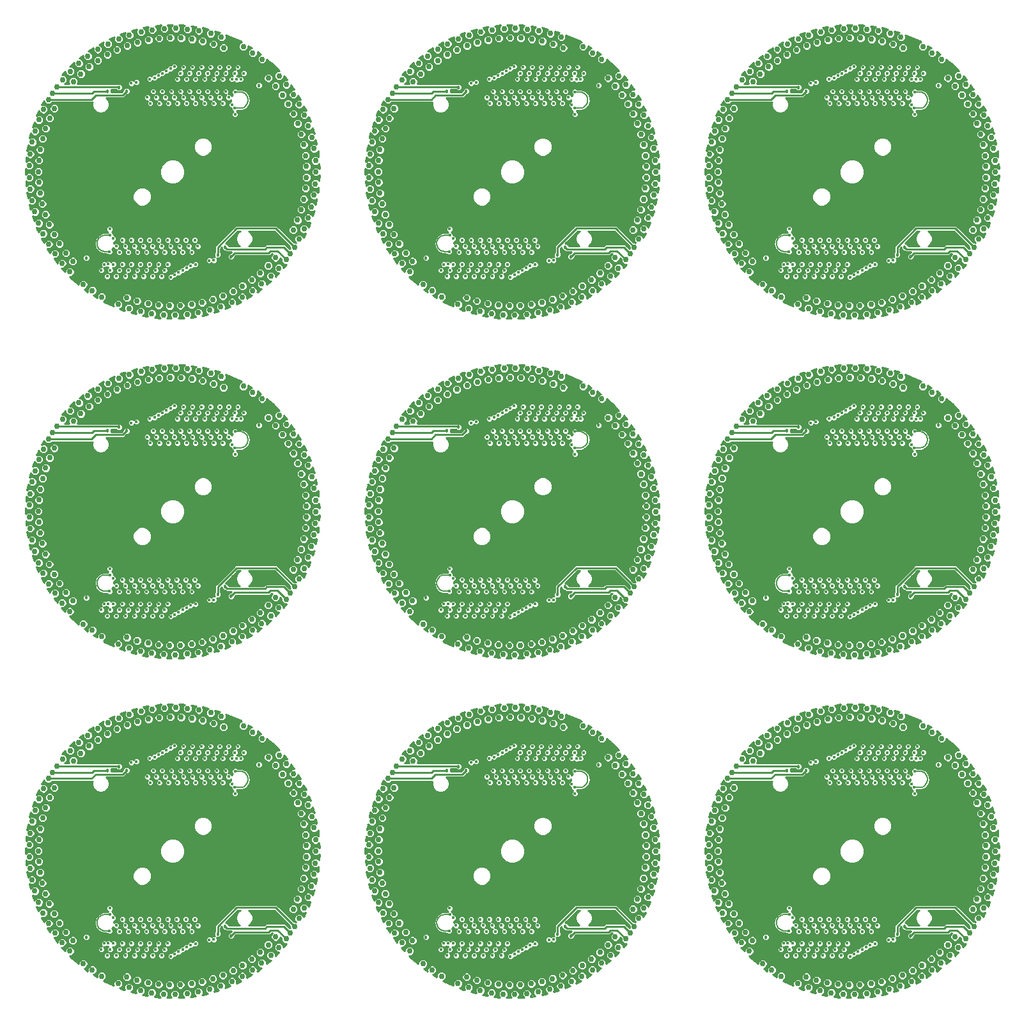
<source format=gbl>
G75*
%MOIN*%
%OFA0B0*%
%FSLAX24Y24*%
%IPPOS*%
%LPD*%
%AMOC8*
5,1,8,0,0,1.08239X$1,22.5*
%
%ADD10C,0.0159*%
%ADD11C,0.0295*%
%ADD12C,0.0050*%
%ADD13C,0.0180*%
%ADD14C,0.0100*%
D10*
X004126Y003990D03*
X005430Y004010D03*
X005588Y004325D03*
X005800Y004340D03*
X006060Y004325D03*
X005903Y004010D03*
X005745Y003695D03*
X006218Y003695D03*
X006375Y004010D03*
X006533Y004325D03*
X006848Y004010D03*
X007005Y004325D03*
X007320Y004010D03*
X007163Y003695D03*
X007635Y003695D03*
X007793Y004010D03*
X007950Y004325D03*
X008265Y004010D03*
X008422Y004325D03*
X008737Y004010D03*
X008580Y003695D03*
X008107Y003695D03*
X009052Y003656D03*
X009260Y003774D03*
X009467Y003892D03*
X009675Y004010D03*
X009882Y004128D03*
X010090Y004246D03*
X010347Y004314D03*
X010155Y004955D03*
X009997Y005270D03*
X009840Y005585D03*
X009525Y005270D03*
X009367Y005585D03*
X009052Y005270D03*
X008895Y005585D03*
X008580Y005270D03*
X008422Y005585D03*
X008107Y005270D03*
X007950Y005585D03*
X007635Y005270D03*
X007478Y005585D03*
X007163Y005270D03*
X007320Y004955D03*
X006848Y004955D03*
X006690Y005270D03*
X006533Y005585D03*
X006218Y005270D03*
X006375Y004955D03*
X005872Y004980D03*
X006060Y005660D03*
X005900Y005840D03*
X005880Y006160D03*
X007005Y005585D03*
X007793Y004955D03*
X008265Y004955D03*
X008737Y004955D03*
X009210Y004955D03*
X009682Y004955D03*
X010470Y005270D03*
X010312Y005585D03*
X011058Y004523D03*
X011300Y004530D03*
X008895Y004325D03*
X007478Y004325D03*
X006690Y003695D03*
X006248Y002559D03*
X012415Y012139D03*
X012397Y012460D03*
X012240Y012640D03*
X012082Y013030D03*
X011925Y013345D03*
X011610Y013030D03*
X011767Y012715D03*
X011295Y012715D03*
X011137Y013030D03*
X010980Y013345D03*
X010665Y013030D03*
X010822Y012715D03*
X010350Y012715D03*
X010193Y013030D03*
X010035Y013345D03*
X009720Y013030D03*
X009878Y012715D03*
X009405Y012715D03*
X009248Y013030D03*
X009090Y013345D03*
X008775Y013030D03*
X008933Y012715D03*
X008460Y012715D03*
X008303Y013030D03*
X008145Y013345D03*
X007830Y013030D03*
X007988Y012715D03*
X008618Y013345D03*
X009563Y013345D03*
X009405Y013975D03*
X009563Y014290D03*
X009720Y014605D03*
X010035Y014290D03*
X010193Y014605D03*
X010507Y014290D03*
X010350Y013975D03*
X010822Y013975D03*
X010980Y014290D03*
X011137Y014605D03*
X011452Y014290D03*
X011295Y013975D03*
X011767Y013975D03*
X011925Y014290D03*
X012082Y014605D03*
X012397Y014290D03*
X012500Y013960D03*
X012712Y013975D03*
X012870Y014290D03*
X012555Y014605D03*
X012240Y013975D03*
X011610Y014605D03*
X010665Y014605D03*
X009878Y013975D03*
X009248Y014644D03*
X009040Y014526D03*
X008833Y014408D03*
X008625Y014290D03*
X008418Y014172D03*
X008210Y014054D03*
X007953Y013986D03*
X007272Y013823D03*
X007000Y013770D03*
X010507Y013345D03*
X011452Y013345D03*
X012415Y013313D03*
X014257Y014609D03*
X012299Y015930D03*
X009260Y021490D03*
X009052Y021372D03*
X008580Y021412D03*
X008737Y021727D03*
X008895Y022042D03*
X008422Y022042D03*
X008265Y021727D03*
X008107Y021412D03*
X007793Y021727D03*
X007950Y022042D03*
X007478Y022042D03*
X007320Y021727D03*
X007163Y021412D03*
X006848Y021727D03*
X007005Y022042D03*
X006533Y022042D03*
X006375Y021727D03*
X006218Y021412D03*
X005903Y021727D03*
X005800Y022057D03*
X005588Y022042D03*
X005430Y021727D03*
X005745Y021412D03*
X006060Y022042D03*
X005872Y022697D03*
X006218Y022986D03*
X006375Y022671D03*
X006690Y022986D03*
X006848Y022671D03*
X007163Y022986D03*
X007320Y022671D03*
X007635Y022986D03*
X007793Y022671D03*
X008107Y022986D03*
X008265Y022671D03*
X008580Y022986D03*
X008737Y022671D03*
X009052Y022986D03*
X009210Y022671D03*
X009525Y022986D03*
X009682Y022671D03*
X009997Y022986D03*
X010155Y022671D03*
X010470Y022986D03*
X010312Y023301D03*
X009840Y023301D03*
X009367Y023301D03*
X008895Y023301D03*
X008422Y023301D03*
X007950Y023301D03*
X007478Y023301D03*
X007005Y023301D03*
X006533Y023301D03*
X006060Y023377D03*
X005900Y023557D03*
X005880Y023877D03*
X004126Y021707D03*
X006248Y020276D03*
X006690Y021412D03*
X007635Y021412D03*
X009467Y021608D03*
X009675Y021727D03*
X009882Y021845D03*
X010090Y021963D03*
X010347Y022031D03*
X011058Y022240D03*
X011300Y022247D03*
X012415Y029856D03*
X012397Y030177D03*
X012240Y030357D03*
X012082Y030747D03*
X011925Y031062D03*
X011610Y030747D03*
X011452Y031062D03*
X011137Y030747D03*
X010980Y031062D03*
X010665Y030747D03*
X010507Y031062D03*
X010193Y030747D03*
X010035Y031062D03*
X009720Y030747D03*
X009563Y031062D03*
X009248Y030747D03*
X009090Y031062D03*
X008775Y030747D03*
X008618Y031062D03*
X008303Y030747D03*
X008145Y031062D03*
X007830Y030747D03*
X007988Y030432D03*
X008460Y030432D03*
X008933Y030432D03*
X009405Y030432D03*
X009878Y030432D03*
X010350Y030432D03*
X010822Y030432D03*
X011295Y030432D03*
X011767Y030432D03*
X012415Y031029D03*
X012500Y031677D03*
X012712Y031692D03*
X012870Y032007D03*
X012555Y032321D03*
X012397Y032007D03*
X012240Y031692D03*
X011925Y032007D03*
X012082Y032321D03*
X011610Y032321D03*
X011452Y032007D03*
X011295Y031692D03*
X010980Y032007D03*
X011137Y032321D03*
X010665Y032321D03*
X010507Y032007D03*
X010350Y031692D03*
X010035Y032007D03*
X010193Y032321D03*
X009720Y032321D03*
X009563Y032007D03*
X009405Y031692D03*
X009878Y031692D03*
X009248Y032361D03*
X009040Y032243D03*
X008833Y032125D03*
X008625Y032007D03*
X008418Y031888D03*
X008210Y031770D03*
X007953Y031702D03*
X007272Y031539D03*
X007000Y031487D03*
X010822Y031692D03*
X011767Y031692D03*
X012299Y033647D03*
X014257Y032326D03*
X009260Y039207D03*
X009467Y039325D03*
X009675Y039443D03*
X009882Y039561D03*
X010090Y039679D03*
X010347Y039747D03*
X011058Y039956D03*
X011300Y039963D03*
X010470Y040703D03*
X010312Y041018D03*
X009997Y040703D03*
X009840Y041018D03*
X009525Y040703D03*
X009682Y040388D03*
X009210Y040388D03*
X009052Y040703D03*
X008895Y041018D03*
X008580Y040703D03*
X008422Y041018D03*
X008107Y040703D03*
X007950Y041018D03*
X007635Y040703D03*
X007478Y041018D03*
X007163Y040703D03*
X007320Y040388D03*
X006848Y040388D03*
X006690Y040703D03*
X006533Y041018D03*
X006218Y040703D03*
X006375Y040388D03*
X005872Y040413D03*
X005800Y039773D03*
X005588Y039758D03*
X005430Y039443D03*
X005745Y039128D03*
X005903Y039443D03*
X006060Y039758D03*
X006375Y039443D03*
X006218Y039128D03*
X006690Y039128D03*
X006848Y039443D03*
X007005Y039758D03*
X007320Y039443D03*
X007163Y039128D03*
X007635Y039128D03*
X007793Y039443D03*
X007950Y039758D03*
X008265Y039443D03*
X008107Y039128D03*
X008580Y039128D03*
X008737Y039443D03*
X008895Y039758D03*
X008422Y039758D03*
X009052Y039089D03*
X008737Y040388D03*
X008265Y040388D03*
X007793Y040388D03*
X007005Y041018D03*
X006060Y041093D03*
X005900Y041273D03*
X005880Y041593D03*
X006533Y039758D03*
X007478Y039758D03*
X006248Y037992D03*
X004126Y039424D03*
X009367Y041018D03*
X010155Y040388D03*
X012415Y047572D03*
X012397Y047893D03*
X012240Y048073D03*
X012082Y048463D03*
X011925Y048778D03*
X011610Y048463D03*
X011767Y048148D03*
X011295Y048148D03*
X011137Y048463D03*
X010980Y048778D03*
X010665Y048463D03*
X010822Y048148D03*
X010350Y048148D03*
X010193Y048463D03*
X010035Y048778D03*
X009720Y048463D03*
X009878Y048148D03*
X009405Y048148D03*
X009248Y048463D03*
X009090Y048778D03*
X008775Y048463D03*
X008933Y048148D03*
X008460Y048148D03*
X008303Y048463D03*
X008145Y048778D03*
X007830Y048463D03*
X007988Y048148D03*
X008618Y048778D03*
X009563Y048778D03*
X009405Y049408D03*
X009563Y049723D03*
X009720Y050038D03*
X010035Y049723D03*
X009878Y049408D03*
X010350Y049408D03*
X010507Y049723D03*
X010665Y050038D03*
X010980Y049723D03*
X010822Y049408D03*
X011295Y049408D03*
X011452Y049723D03*
X011610Y050038D03*
X011925Y049723D03*
X012082Y050038D03*
X012397Y049723D03*
X012500Y049393D03*
X012712Y049408D03*
X012870Y049723D03*
X012555Y050038D03*
X012240Y049408D03*
X011767Y049408D03*
X011452Y048778D03*
X010507Y048778D03*
X010193Y050038D03*
X009248Y050077D03*
X009040Y049959D03*
X008833Y049841D03*
X008625Y049723D03*
X008418Y049605D03*
X008210Y049487D03*
X007953Y049419D03*
X007272Y049256D03*
X007000Y049203D03*
X011137Y050038D03*
X012299Y051363D03*
X014257Y050042D03*
X012415Y048746D03*
X021843Y039424D03*
X023147Y039443D03*
X023304Y039758D03*
X023517Y039773D03*
X023777Y039758D03*
X023619Y039443D03*
X023462Y039128D03*
X023934Y039128D03*
X024092Y039443D03*
X024249Y039758D03*
X024564Y039443D03*
X024407Y039128D03*
X024879Y039128D03*
X025037Y039443D03*
X025194Y039758D03*
X025509Y039443D03*
X025352Y039128D03*
X025824Y039128D03*
X025981Y039443D03*
X026139Y039758D03*
X026454Y039443D03*
X026296Y039128D03*
X026769Y039089D03*
X026976Y039207D03*
X027184Y039325D03*
X027391Y039443D03*
X027599Y039561D03*
X027806Y039679D03*
X028064Y039747D03*
X028775Y039956D03*
X029017Y039963D03*
X028186Y040703D03*
X028029Y041018D03*
X027714Y040703D03*
X027871Y040388D03*
X027399Y040388D03*
X027241Y040703D03*
X027084Y041018D03*
X026769Y040703D03*
X026611Y041018D03*
X026296Y040703D03*
X026139Y041018D03*
X025824Y040703D03*
X025667Y041018D03*
X025352Y040703D03*
X025509Y040388D03*
X025037Y040388D03*
X024879Y040703D03*
X024722Y041018D03*
X024407Y040703D03*
X024564Y040388D03*
X024092Y040388D03*
X023934Y040703D03*
X023777Y041093D03*
X023617Y041273D03*
X023597Y041593D03*
X024249Y041018D03*
X025194Y041018D03*
X025981Y040388D03*
X026454Y040388D03*
X026926Y040388D03*
X027556Y041018D03*
X026611Y039758D03*
X025667Y039758D03*
X024722Y039758D03*
X023588Y040413D03*
X023965Y037992D03*
X026964Y032361D03*
X026757Y032243D03*
X026549Y032125D03*
X026342Y032007D03*
X026134Y031888D03*
X025927Y031770D03*
X025669Y031702D03*
X025862Y031062D03*
X026019Y030747D03*
X026177Y030432D03*
X026492Y030747D03*
X026334Y031062D03*
X026807Y031062D03*
X026964Y030747D03*
X027122Y030432D03*
X027437Y030747D03*
X027279Y031062D03*
X027752Y031062D03*
X027909Y030747D03*
X028067Y030432D03*
X028381Y030747D03*
X028224Y031062D03*
X028696Y031062D03*
X028854Y030747D03*
X029011Y030432D03*
X029326Y030747D03*
X029169Y031062D03*
X029641Y031062D03*
X029799Y030747D03*
X029957Y030357D03*
X030114Y030177D03*
X030132Y029856D03*
X029484Y030432D03*
X028539Y030432D03*
X027594Y030432D03*
X026649Y030432D03*
X025704Y030432D03*
X025547Y030747D03*
X024989Y031539D03*
X024717Y031487D03*
X027122Y031692D03*
X027279Y032007D03*
X027437Y032321D03*
X027752Y032007D03*
X027909Y032321D03*
X028224Y032007D03*
X028381Y032321D03*
X028696Y032007D03*
X028854Y032321D03*
X029169Y032007D03*
X029326Y032321D03*
X029641Y032007D03*
X029799Y032321D03*
X030114Y032007D03*
X030217Y031677D03*
X030429Y031692D03*
X030586Y032007D03*
X030271Y032321D03*
X029956Y031692D03*
X029484Y031692D03*
X029011Y031692D03*
X028539Y031692D03*
X028067Y031692D03*
X027594Y031692D03*
X030015Y033647D03*
X031974Y032326D03*
X030131Y031029D03*
X023597Y023877D03*
X023617Y023557D03*
X023777Y023377D03*
X023934Y022986D03*
X024092Y022671D03*
X024407Y022986D03*
X024564Y022671D03*
X024879Y022986D03*
X025037Y022671D03*
X025352Y022986D03*
X025509Y022671D03*
X025824Y022986D03*
X025981Y022671D03*
X026296Y022986D03*
X026454Y022671D03*
X026769Y022986D03*
X026926Y022671D03*
X027241Y022986D03*
X027399Y022671D03*
X027714Y022986D03*
X027871Y022671D03*
X028186Y022986D03*
X028029Y023301D03*
X027556Y023301D03*
X027084Y023301D03*
X026611Y023301D03*
X026139Y023301D03*
X025667Y023301D03*
X025194Y023301D03*
X024722Y023301D03*
X024249Y023301D03*
X023588Y022697D03*
X023517Y022057D03*
X023304Y022042D03*
X023147Y021727D03*
X023462Y021412D03*
X023619Y021727D03*
X023777Y022042D03*
X024092Y021727D03*
X024249Y022042D03*
X024564Y021727D03*
X024722Y022042D03*
X025037Y021727D03*
X025194Y022042D03*
X025509Y021727D03*
X025667Y022042D03*
X025981Y021727D03*
X026139Y022042D03*
X026454Y021727D03*
X026611Y022042D03*
X027184Y021608D03*
X026976Y021490D03*
X026769Y021372D03*
X026296Y021412D03*
X025824Y021412D03*
X025352Y021412D03*
X024879Y021412D03*
X024407Y021412D03*
X023934Y021412D03*
X023965Y020276D03*
X021843Y021707D03*
X027391Y021727D03*
X027599Y021845D03*
X027806Y021963D03*
X028064Y022031D03*
X028775Y022240D03*
X029017Y022247D03*
X030015Y015930D03*
X029799Y014605D03*
X029641Y014290D03*
X029484Y013975D03*
X029169Y014290D03*
X029326Y014605D03*
X028854Y014605D03*
X028696Y014290D03*
X028539Y013975D03*
X028224Y014290D03*
X028381Y014605D03*
X027909Y014605D03*
X027752Y014290D03*
X027594Y013975D03*
X027279Y014290D03*
X027122Y013975D03*
X026757Y014526D03*
X026964Y014644D03*
X027437Y014605D03*
X028067Y013975D03*
X029011Y013975D03*
X029169Y013345D03*
X029326Y013030D03*
X029484Y012715D03*
X029799Y013030D03*
X029641Y013345D03*
X030131Y013313D03*
X030217Y013960D03*
X030429Y013975D03*
X030586Y014290D03*
X030271Y014605D03*
X030114Y014290D03*
X029956Y013975D03*
X028696Y013345D03*
X028854Y013030D03*
X029011Y012715D03*
X028539Y012715D03*
X028381Y013030D03*
X028224Y013345D03*
X027909Y013030D03*
X028067Y012715D03*
X027594Y012715D03*
X027437Y013030D03*
X027279Y013345D03*
X026964Y013030D03*
X027122Y012715D03*
X026649Y012715D03*
X026492Y013030D03*
X026334Y013345D03*
X026019Y013030D03*
X025862Y013345D03*
X025547Y013030D03*
X025704Y012715D03*
X026177Y012715D03*
X026807Y013345D03*
X027752Y013345D03*
X026549Y014408D03*
X026342Y014290D03*
X026134Y014172D03*
X025927Y014054D03*
X025669Y013986D03*
X024989Y013823D03*
X024717Y013770D03*
X029957Y012640D03*
X030114Y012460D03*
X030132Y012139D03*
X031974Y014609D03*
X039560Y021707D03*
X040863Y021727D03*
X041021Y022042D03*
X041233Y022057D03*
X041493Y022042D03*
X041336Y021727D03*
X041178Y021412D03*
X041651Y021412D03*
X041808Y021727D03*
X041966Y022042D03*
X042281Y021727D03*
X042438Y022042D03*
X042753Y021727D03*
X042911Y022042D03*
X043226Y021727D03*
X043383Y022042D03*
X043698Y021727D03*
X043856Y022042D03*
X044170Y021727D03*
X044328Y022042D03*
X044170Y022671D03*
X044013Y022986D03*
X043856Y023301D03*
X043541Y022986D03*
X043698Y022671D03*
X043226Y022671D03*
X043068Y022986D03*
X042911Y023301D03*
X042596Y022986D03*
X042753Y022671D03*
X042281Y022671D03*
X042123Y022986D03*
X041966Y023301D03*
X041651Y022986D03*
X041808Y022671D03*
X041305Y022697D03*
X041493Y023377D03*
X041333Y023557D03*
X041313Y023877D03*
X042438Y023301D03*
X043383Y023301D03*
X044328Y023301D03*
X044485Y022986D03*
X044643Y022671D03*
X044958Y022986D03*
X045115Y022671D03*
X045430Y022986D03*
X045588Y022671D03*
X045903Y022986D03*
X045745Y023301D03*
X045273Y023301D03*
X044800Y023301D03*
X045780Y022031D03*
X045523Y021963D03*
X045315Y021845D03*
X045108Y021727D03*
X044900Y021608D03*
X044693Y021490D03*
X044485Y021372D03*
X044013Y021412D03*
X043541Y021412D03*
X043068Y021412D03*
X042596Y021412D03*
X042123Y021412D03*
X041681Y020276D03*
X046492Y022240D03*
X046733Y022247D03*
X047732Y015930D03*
X047515Y014605D03*
X047358Y014290D03*
X047200Y013975D03*
X046885Y014290D03*
X046728Y013975D03*
X046413Y014290D03*
X046570Y014605D03*
X046098Y014605D03*
X045941Y014290D03*
X045783Y013975D03*
X045468Y014290D03*
X045311Y013975D03*
X044996Y014290D03*
X045153Y014605D03*
X045626Y014605D03*
X044681Y014644D03*
X044473Y014526D03*
X044266Y014408D03*
X044058Y014290D03*
X043851Y014172D03*
X043643Y014054D03*
X043386Y013986D03*
X042705Y013823D03*
X042433Y013770D03*
X043263Y013030D03*
X043421Y012715D03*
X043736Y013030D03*
X043893Y012715D03*
X044208Y013030D03*
X044366Y012715D03*
X044681Y013030D03*
X044838Y012715D03*
X045153Y013030D03*
X045311Y012715D03*
X045626Y013030D03*
X045783Y012715D03*
X046098Y013030D03*
X046256Y012715D03*
X046570Y013030D03*
X046413Y013345D03*
X046885Y013345D03*
X047043Y013030D03*
X047200Y012715D03*
X047515Y013030D03*
X047358Y013345D03*
X047848Y013313D03*
X047933Y013960D03*
X048145Y013975D03*
X048303Y014290D03*
X047988Y014605D03*
X047830Y014290D03*
X047673Y013975D03*
X047043Y014605D03*
X046256Y013975D03*
X045941Y013345D03*
X045468Y013345D03*
X044996Y013345D03*
X044523Y013345D03*
X044051Y013345D03*
X043578Y013345D03*
X044838Y013975D03*
X046728Y012715D03*
X047673Y012640D03*
X047830Y012460D03*
X047848Y012139D03*
X049690Y014609D03*
X041313Y006160D03*
X041333Y005840D03*
X041493Y005660D03*
X041651Y005270D03*
X041808Y004955D03*
X042123Y005270D03*
X041966Y005585D03*
X042438Y005585D03*
X042596Y005270D03*
X042753Y004955D03*
X043068Y005270D03*
X042911Y005585D03*
X043383Y005585D03*
X043541Y005270D03*
X043698Y004955D03*
X044013Y005270D03*
X043856Y005585D03*
X044328Y005585D03*
X044485Y005270D03*
X044643Y004955D03*
X044958Y005270D03*
X044800Y005585D03*
X045273Y005585D03*
X045430Y005270D03*
X045588Y004955D03*
X045903Y005270D03*
X045745Y005585D03*
X045115Y004955D03*
X044170Y004955D03*
X044328Y004325D03*
X044170Y004010D03*
X044013Y003695D03*
X043698Y004010D03*
X043541Y003695D03*
X043226Y004010D03*
X043383Y004325D03*
X042911Y004325D03*
X042753Y004010D03*
X042596Y003695D03*
X042281Y004010D03*
X042438Y004325D03*
X041966Y004325D03*
X041808Y004010D03*
X041651Y003695D03*
X041336Y004010D03*
X041233Y004340D03*
X041021Y004325D03*
X040863Y004010D03*
X041178Y003695D03*
X041493Y004325D03*
X041305Y004980D03*
X042281Y004955D03*
X043226Y004955D03*
X043856Y004325D03*
X044485Y003656D03*
X044693Y003774D03*
X044900Y003892D03*
X045108Y004010D03*
X045315Y004128D03*
X045523Y004246D03*
X045780Y004314D03*
X046492Y004523D03*
X046733Y004530D03*
X043068Y003695D03*
X042123Y003695D03*
X041681Y002559D03*
X039560Y003990D03*
X029017Y004530D03*
X028775Y004523D03*
X028064Y004314D03*
X027806Y004246D03*
X027599Y004128D03*
X027391Y004010D03*
X027184Y003892D03*
X026976Y003774D03*
X026769Y003656D03*
X026454Y004010D03*
X026611Y004325D03*
X026139Y004325D03*
X025981Y004010D03*
X025824Y003695D03*
X025509Y004010D03*
X025352Y003695D03*
X025037Y004010D03*
X025194Y004325D03*
X024722Y004325D03*
X024564Y004010D03*
X024407Y003695D03*
X024092Y004010D03*
X024249Y004325D03*
X023777Y004325D03*
X023517Y004340D03*
X023304Y004325D03*
X023147Y004010D03*
X023462Y003695D03*
X023619Y004010D03*
X023934Y003695D03*
X024879Y003695D03*
X025667Y004325D03*
X025509Y004955D03*
X025352Y005270D03*
X025194Y005585D03*
X024879Y005270D03*
X024722Y005585D03*
X024407Y005270D03*
X024564Y004955D03*
X024092Y004955D03*
X023934Y005270D03*
X023777Y005660D03*
X023617Y005840D03*
X023597Y006160D03*
X024249Y005585D03*
X025037Y004955D03*
X025667Y005585D03*
X025824Y005270D03*
X025981Y004955D03*
X026296Y005270D03*
X026139Y005585D03*
X026611Y005585D03*
X026769Y005270D03*
X026926Y004955D03*
X027241Y005270D03*
X027084Y005585D03*
X027556Y005585D03*
X027714Y005270D03*
X027871Y004955D03*
X028186Y005270D03*
X028029Y005585D03*
X027399Y004955D03*
X026454Y004955D03*
X026296Y003695D03*
X023965Y002559D03*
X021843Y003990D03*
X023588Y004980D03*
X047848Y029856D03*
X047830Y030177D03*
X047673Y030357D03*
X047515Y030747D03*
X047358Y031062D03*
X047043Y030747D03*
X046885Y031062D03*
X046570Y030747D03*
X046413Y031062D03*
X046098Y030747D03*
X045941Y031062D03*
X045626Y030747D03*
X045468Y031062D03*
X045153Y030747D03*
X044996Y031062D03*
X044681Y030747D03*
X044523Y031062D03*
X044208Y030747D03*
X044051Y031062D03*
X043736Y030747D03*
X043578Y031062D03*
X043263Y030747D03*
X043421Y030432D03*
X043893Y030432D03*
X044366Y030432D03*
X044838Y030432D03*
X045311Y030432D03*
X045783Y030432D03*
X046256Y030432D03*
X046728Y030432D03*
X047200Y030432D03*
X047848Y031029D03*
X047933Y031677D03*
X048145Y031692D03*
X048303Y032007D03*
X047988Y032321D03*
X047830Y032007D03*
X047673Y031692D03*
X047358Y032007D03*
X047515Y032321D03*
X047043Y032321D03*
X046885Y032007D03*
X046728Y031692D03*
X046413Y032007D03*
X046570Y032321D03*
X046098Y032321D03*
X045941Y032007D03*
X045783Y031692D03*
X045468Y032007D03*
X045626Y032321D03*
X045153Y032321D03*
X044996Y032007D03*
X044838Y031692D03*
X045311Y031692D03*
X044681Y032361D03*
X044473Y032243D03*
X044266Y032125D03*
X044058Y032007D03*
X043851Y031888D03*
X043643Y031770D03*
X043386Y031702D03*
X042705Y031539D03*
X042433Y031487D03*
X046256Y031692D03*
X047200Y031692D03*
X047732Y033647D03*
X049690Y032326D03*
X044693Y039207D03*
X044900Y039325D03*
X045108Y039443D03*
X045315Y039561D03*
X045523Y039679D03*
X045780Y039747D03*
X046492Y039956D03*
X046733Y039963D03*
X045903Y040703D03*
X045745Y041018D03*
X045430Y040703D03*
X045273Y041018D03*
X044958Y040703D03*
X044800Y041018D03*
X044485Y040703D03*
X044328Y041018D03*
X044013Y040703D03*
X043856Y041018D03*
X043541Y040703D03*
X043698Y040388D03*
X043226Y040388D03*
X043068Y040703D03*
X042911Y041018D03*
X042596Y040703D03*
X042753Y040388D03*
X042281Y040388D03*
X042123Y040703D03*
X041966Y041018D03*
X041651Y040703D03*
X041808Y040388D03*
X041305Y040413D03*
X041233Y039773D03*
X041021Y039758D03*
X040863Y039443D03*
X041178Y039128D03*
X041336Y039443D03*
X041493Y039758D03*
X041808Y039443D03*
X041651Y039128D03*
X042123Y039128D03*
X042281Y039443D03*
X042438Y039758D03*
X042753Y039443D03*
X042596Y039128D03*
X043068Y039128D03*
X043226Y039443D03*
X043383Y039758D03*
X043698Y039443D03*
X043541Y039128D03*
X044013Y039128D03*
X044170Y039443D03*
X044328Y039758D03*
X043856Y039758D03*
X044485Y039089D03*
X044643Y040388D03*
X045115Y040388D03*
X045588Y040388D03*
X044170Y040388D03*
X043383Y041018D03*
X042438Y041018D03*
X041493Y041093D03*
X041333Y041273D03*
X041313Y041593D03*
X041966Y039758D03*
X042911Y039758D03*
X041681Y037992D03*
X039560Y039424D03*
X043421Y048148D03*
X043263Y048463D03*
X043578Y048778D03*
X043736Y048463D03*
X043893Y048148D03*
X044208Y048463D03*
X044366Y048148D03*
X044681Y048463D03*
X044838Y048148D03*
X045153Y048463D03*
X045311Y048148D03*
X045626Y048463D03*
X045783Y048148D03*
X046098Y048463D03*
X046256Y048148D03*
X046570Y048463D03*
X046413Y048778D03*
X046885Y048778D03*
X047043Y048463D03*
X047200Y048148D03*
X047515Y048463D03*
X047358Y048778D03*
X047848Y048746D03*
X047933Y049393D03*
X048145Y049408D03*
X048303Y049723D03*
X047988Y050038D03*
X047830Y049723D03*
X047673Y049408D03*
X047358Y049723D03*
X047515Y050038D03*
X047043Y050038D03*
X046885Y049723D03*
X046728Y049408D03*
X046413Y049723D03*
X046256Y049408D03*
X045941Y049723D03*
X046098Y050038D03*
X045626Y050038D03*
X045468Y049723D03*
X045311Y049408D03*
X044996Y049723D03*
X045153Y050038D03*
X044681Y050077D03*
X044473Y049959D03*
X044266Y049841D03*
X044058Y049723D03*
X043851Y049605D03*
X043643Y049487D03*
X043386Y049419D03*
X042705Y049256D03*
X042433Y049203D03*
X044051Y048778D03*
X044523Y048778D03*
X044996Y048778D03*
X045468Y048778D03*
X045941Y048778D03*
X045783Y049408D03*
X044838Y049408D03*
X046570Y050038D03*
X047200Y049408D03*
X046728Y048148D03*
X047673Y048073D03*
X047830Y047893D03*
X047848Y047572D03*
X049690Y050042D03*
X047732Y051363D03*
X031974Y050042D03*
X030586Y049723D03*
X030429Y049408D03*
X030217Y049393D03*
X029956Y049408D03*
X030114Y049723D03*
X030271Y050038D03*
X029799Y050038D03*
X029641Y049723D03*
X029484Y049408D03*
X029169Y049723D03*
X029326Y050038D03*
X028854Y050038D03*
X028696Y049723D03*
X028539Y049408D03*
X028224Y049723D03*
X028067Y049408D03*
X027752Y049723D03*
X027909Y050038D03*
X027437Y050038D03*
X027279Y049723D03*
X027122Y049408D03*
X027594Y049408D03*
X027752Y048778D03*
X027909Y048463D03*
X028067Y048148D03*
X028381Y048463D03*
X028224Y048778D03*
X028696Y048778D03*
X028854Y048463D03*
X029011Y048148D03*
X029326Y048463D03*
X029484Y048148D03*
X029799Y048463D03*
X029641Y048778D03*
X029169Y048778D03*
X029011Y049408D03*
X028381Y050038D03*
X026964Y050077D03*
X026757Y049959D03*
X026549Y049841D03*
X026342Y049723D03*
X026134Y049605D03*
X025927Y049487D03*
X025669Y049419D03*
X025862Y048778D03*
X026019Y048463D03*
X026177Y048148D03*
X026492Y048463D03*
X026649Y048148D03*
X026964Y048463D03*
X027122Y048148D03*
X027437Y048463D03*
X027594Y048148D03*
X027279Y048778D03*
X026807Y048778D03*
X026334Y048778D03*
X025547Y048463D03*
X025704Y048148D03*
X024989Y049256D03*
X024717Y049203D03*
X028539Y048148D03*
X029957Y048073D03*
X030114Y047893D03*
X030132Y047572D03*
X030131Y048746D03*
X030015Y051363D03*
D11*
X029527Y051048D03*
X029001Y051240D03*
X029423Y051612D03*
X028857Y051792D03*
X028435Y051396D03*
X027885Y051500D03*
X028240Y051935D03*
X027653Y052020D03*
X027313Y051560D03*
X026754Y051573D03*
X027034Y052061D03*
X026441Y052050D03*
X026168Y051539D03*
X025614Y051461D03*
X025811Y051988D03*
X025227Y051880D03*
X025041Y051332D03*
X024507Y051164D03*
X024615Y051716D03*
X024057Y051514D03*
X023974Y050948D03*
X023475Y050696D03*
X023492Y051258D03*
X022974Y050969D03*
X022974Y050390D03*
X022522Y050060D03*
X022447Y050618D03*
X021983Y050247D03*
X022086Y049685D03*
X021694Y049286D03*
X021530Y049824D03*
X021132Y049384D03*
X020830Y049011D03*
X020610Y048684D03*
X020390Y048358D03*
X020703Y047883D03*
X020459Y047380D03*
X020132Y047837D03*
X019896Y047292D03*
X020251Y046843D03*
X020091Y046307D03*
X019694Y046705D03*
X019550Y046130D03*
X019970Y045733D03*
X019901Y045178D03*
X019444Y045505D03*
X019395Y044914D03*
X019875Y044591D03*
X019897Y044032D03*
X019393Y044281D03*
X019441Y043689D03*
X019966Y043461D03*
X020078Y042913D03*
X019540Y043077D03*
X019684Y042501D03*
X020242Y042349D03*
X020442Y041827D03*
X019884Y041901D03*
X020120Y041356D03*
X020690Y041308D03*
X020972Y040825D03*
X020730Y040308D03*
X021308Y040343D03*
X021665Y039912D03*
X021113Y039804D03*
X021511Y039363D03*
X022210Y038701D03*
X022684Y038382D03*
X023173Y038051D03*
X024033Y037662D03*
X024484Y038010D03*
X025017Y037841D03*
X024590Y037458D03*
X025202Y037292D03*
X025590Y037710D03*
X026143Y037629D03*
X026402Y037119D03*
X026717Y037594D03*
X027277Y037604D03*
X026995Y037105D03*
X027627Y037143D03*
X027861Y037663D03*
X028411Y037765D03*
X028819Y037364D03*
X028966Y037915D03*
X029493Y038104D03*
X029386Y037540D03*
X029972Y037780D03*
X030027Y038347D03*
X030516Y038620D03*
X030502Y038047D03*
X031042Y038378D03*
X031003Y038947D03*
X031441Y039296D03*
X031989Y039135D03*
X031860Y039690D03*
X032235Y040104D03*
X032406Y039557D03*
X032793Y039992D03*
X033013Y040319D03*
X033233Y040645D03*
X033466Y041065D03*
X033165Y041549D03*
X033387Y042062D03*
X033948Y042177D03*
X033572Y042607D03*
X033709Y043149D03*
X034117Y042746D03*
X034246Y043366D03*
X033805Y043728D03*
X033851Y044286D03*
X034345Y044575D03*
X033852Y044861D03*
X033808Y045419D03*
X034323Y045168D03*
X034246Y045796D03*
X033713Y045998D03*
X033578Y046541D03*
X034128Y046378D03*
X033949Y046985D03*
X033390Y047097D03*
X033168Y047611D03*
X033468Y048098D03*
X032898Y048119D03*
X032596Y048589D03*
X033169Y048611D03*
X032805Y049129D03*
X032426Y049586D03*
X032239Y049056D03*
X031865Y049471D03*
X031539Y050454D03*
X031049Y050785D03*
X030560Y051115D03*
X033737Y047540D03*
X034320Y043955D03*
X033725Y041599D03*
X031521Y038728D03*
X028215Y037226D03*
X025785Y037182D03*
X025811Y034271D03*
X025614Y033745D03*
X026168Y033823D03*
X026441Y034333D03*
X026754Y033857D03*
X027313Y033843D03*
X027653Y034304D03*
X027885Y033783D03*
X028435Y033680D03*
X028240Y034219D03*
X028857Y034075D03*
X029001Y033524D03*
X029527Y033332D03*
X029423Y033896D03*
X030560Y033398D03*
X031049Y033068D03*
X031539Y032738D03*
X031865Y031755D03*
X032239Y031340D03*
X032426Y031870D03*
X032805Y031413D03*
X032596Y030873D03*
X032898Y030402D03*
X033169Y030895D03*
X033468Y030382D03*
X033168Y029894D03*
X033390Y029381D03*
X033737Y029823D03*
X033949Y029269D03*
X033578Y028824D03*
X033713Y028282D03*
X034128Y028661D03*
X034246Y028080D03*
X033808Y027702D03*
X033852Y027144D03*
X034323Y027451D03*
X034345Y026858D03*
X033851Y026569D03*
X033805Y026012D03*
X034320Y026239D03*
X034246Y025650D03*
X033709Y025432D03*
X033572Y024890D03*
X034117Y025030D03*
X033948Y024461D03*
X033387Y024346D03*
X033165Y023832D03*
X033725Y023882D03*
X033466Y023348D03*
X033233Y022928D03*
X033013Y022602D03*
X032793Y022276D03*
X032406Y021841D03*
X031860Y021973D03*
X032235Y022388D03*
X031441Y021579D03*
X031003Y021231D03*
X031521Y021012D03*
X031042Y020662D03*
X030516Y020903D03*
X030027Y020631D03*
X030502Y020330D03*
X029972Y020063D03*
X029493Y020387D03*
X028966Y020198D03*
X029386Y019824D03*
X028819Y019647D03*
X028411Y020048D03*
X027861Y019947D03*
X028215Y019509D03*
X027627Y019427D03*
X027277Y019887D03*
X026717Y019877D03*
X026995Y019388D03*
X026402Y019402D03*
X026143Y019913D03*
X025590Y019993D03*
X025785Y019466D03*
X025202Y019576D03*
X025017Y020124D03*
X024484Y020294D03*
X024590Y019742D03*
X024033Y019945D03*
X023173Y020335D03*
X022684Y020665D03*
X022210Y020984D03*
X021511Y021647D03*
X021665Y022196D03*
X021308Y022626D03*
X021113Y022087D03*
X020730Y022592D03*
X020972Y023108D03*
X020690Y023591D03*
X020120Y023639D03*
X020442Y024110D03*
X020242Y024632D03*
X019884Y024184D03*
X019684Y024785D03*
X020078Y025196D03*
X019966Y025744D03*
X019441Y025973D03*
X019897Y026315D03*
X019393Y026564D03*
X019875Y026874D03*
X019395Y027197D03*
X019901Y027461D03*
X019970Y028016D03*
X019444Y027789D03*
X019550Y028413D03*
X020091Y028591D03*
X020251Y029127D03*
X019896Y029575D03*
X020459Y029663D03*
X020703Y030166D03*
X020390Y030641D03*
X020610Y030968D03*
X020830Y031294D03*
X021132Y031667D03*
X021694Y031570D03*
X022086Y031968D03*
X021983Y032531D03*
X022522Y032344D03*
X022974Y032674D03*
X022447Y032901D03*
X022974Y033252D03*
X023475Y032980D03*
X023974Y033231D03*
X024057Y033797D03*
X024507Y033448D03*
X025041Y033615D03*
X024615Y033999D03*
X025227Y034163D03*
X023492Y033542D03*
X021530Y032108D03*
X020132Y030120D03*
X019694Y028989D03*
X016530Y028080D03*
X015996Y028282D03*
X015861Y028824D03*
X016411Y028661D03*
X016232Y029269D03*
X015673Y029381D03*
X015452Y029894D03*
X015751Y030382D03*
X015181Y030402D03*
X014879Y030873D03*
X015452Y030895D03*
X015088Y031413D03*
X014523Y031340D03*
X014148Y031755D03*
X014710Y031870D03*
X013823Y032738D03*
X013333Y033068D03*
X012843Y033398D03*
X011810Y033332D03*
X011285Y033524D03*
X011706Y033896D03*
X011141Y034075D03*
X010718Y033680D03*
X010169Y033783D03*
X010524Y034219D03*
X009936Y034304D03*
X009597Y033843D03*
X009038Y033857D03*
X009318Y034344D03*
X008724Y034333D03*
X008451Y033823D03*
X007897Y033745D03*
X008094Y034271D03*
X007510Y034163D03*
X007324Y033615D03*
X006791Y033448D03*
X006899Y033999D03*
X006341Y033797D03*
X006258Y033231D03*
X005758Y032980D03*
X005776Y033542D03*
X005258Y033252D03*
X005257Y032674D03*
X004805Y032344D03*
X004731Y032901D03*
X004267Y032531D03*
X004370Y031968D03*
X003977Y031570D03*
X003814Y032108D03*
X003416Y031667D03*
X003114Y031294D03*
X002894Y030968D03*
X002673Y030641D03*
X002986Y030166D03*
X002743Y029663D03*
X002415Y030120D03*
X002179Y029575D03*
X002534Y029127D03*
X002375Y028591D03*
X001978Y028989D03*
X001833Y028413D03*
X002254Y028016D03*
X002184Y027461D03*
X001727Y027789D03*
X001679Y027197D03*
X002159Y026874D03*
X001676Y026564D03*
X002181Y026315D03*
X001725Y025973D03*
X002249Y025744D03*
X002361Y025196D03*
X001824Y025360D03*
X001967Y024785D03*
X002525Y024632D03*
X002725Y024110D03*
X002168Y024184D03*
X002403Y023639D03*
X002973Y023591D03*
X003255Y023108D03*
X002693Y023091D03*
X003014Y022592D03*
X003591Y022626D03*
X003948Y022196D03*
X003396Y022087D03*
X003794Y021647D03*
X004494Y020984D03*
X004967Y020665D03*
X005457Y020335D03*
X006317Y019945D03*
X006768Y020294D03*
X007301Y020124D03*
X006874Y019742D03*
X007485Y019576D03*
X007873Y019993D03*
X008427Y019913D03*
X008685Y019402D03*
X009001Y019877D03*
X009560Y019887D03*
X009278Y019388D03*
X009910Y019427D03*
X010145Y019947D03*
X010695Y020048D03*
X011103Y019647D03*
X011250Y020198D03*
X011776Y020387D03*
X011669Y019824D03*
X012256Y020063D03*
X012311Y020631D03*
X012799Y020903D03*
X012786Y020330D03*
X013325Y020662D03*
X013287Y021231D03*
X013724Y021579D03*
X014273Y021418D03*
X014143Y021973D03*
X014518Y022388D03*
X015076Y022276D03*
X015296Y022602D03*
X015517Y022928D03*
X015749Y023348D03*
X015448Y023832D03*
X015671Y024346D03*
X016231Y024461D03*
X015856Y024890D03*
X015993Y025432D03*
X016401Y025030D03*
X016529Y025650D03*
X016089Y026012D03*
X016135Y026569D03*
X016629Y026858D03*
X016136Y027144D03*
X016091Y027702D03*
X016607Y027451D03*
X016603Y026239D03*
X016008Y023882D03*
X014690Y021841D03*
X013805Y021012D03*
X010498Y019509D03*
X008068Y019466D03*
X008094Y016555D03*
X007897Y016028D03*
X008451Y016106D03*
X008724Y016617D03*
X009038Y016140D03*
X009597Y016127D03*
X009936Y016587D03*
X010169Y016066D03*
X010718Y015963D03*
X010524Y016502D03*
X011141Y016359D03*
X011285Y015807D03*
X011810Y015615D03*
X011706Y016179D03*
X012843Y015682D03*
X013333Y015351D03*
X013823Y015021D03*
X014148Y014038D03*
X014523Y013623D03*
X014710Y014153D03*
X015088Y013696D03*
X014879Y013156D03*
X015181Y012685D03*
X015452Y013178D03*
X015751Y012665D03*
X015452Y012178D03*
X015673Y011664D03*
X016020Y012107D03*
X016232Y011552D03*
X015861Y011108D03*
X015996Y010565D03*
X016411Y010945D03*
X016530Y010363D03*
X016091Y009985D03*
X016136Y009428D03*
X016607Y009735D03*
X016629Y009142D03*
X016135Y008853D03*
X016089Y008295D03*
X016603Y008522D03*
X016529Y007933D03*
X015993Y007716D03*
X015856Y007174D03*
X016401Y007313D03*
X016231Y006744D03*
X015671Y006629D03*
X015448Y006116D03*
X016008Y006166D03*
X015749Y005632D03*
X015517Y005212D03*
X015296Y004885D03*
X015076Y004559D03*
X014518Y004671D03*
X014143Y004257D03*
X014690Y004124D03*
X014273Y003702D03*
X013724Y003863D03*
X013287Y003514D03*
X013805Y003295D03*
X013325Y002945D03*
X012799Y003187D03*
X012311Y002914D03*
X012786Y002613D03*
X012256Y002347D03*
X011776Y002671D03*
X011250Y002482D03*
X011669Y002107D03*
X011103Y001931D03*
X010695Y002331D03*
X010145Y002230D03*
X010498Y001793D03*
X009910Y001710D03*
X009560Y002171D03*
X009001Y002160D03*
X009278Y001671D03*
X008685Y001686D03*
X008427Y002196D03*
X007873Y002276D03*
X008068Y001749D03*
X007485Y001859D03*
X007301Y002408D03*
X006768Y002577D03*
X006874Y002025D03*
X006317Y002229D03*
X005457Y002618D03*
X004967Y002949D03*
X004494Y003268D03*
X003794Y003930D03*
X003948Y004479D03*
X003591Y004910D03*
X003396Y004371D03*
X003014Y004875D03*
X003255Y005391D03*
X002973Y005875D03*
X002403Y005923D03*
X002725Y006393D03*
X002525Y006916D03*
X002168Y006468D03*
X001967Y007068D03*
X002361Y007480D03*
X002249Y008028D03*
X001725Y008256D03*
X002181Y008599D03*
X002159Y009158D03*
X001676Y008848D03*
X001679Y009481D03*
X002184Y009745D03*
X002254Y010299D03*
X001727Y010072D03*
X001833Y010697D03*
X002375Y010874D03*
X002534Y011410D03*
X002179Y011859D03*
X002743Y011946D03*
X002986Y012450D03*
X002673Y012925D03*
X002894Y013251D03*
X003114Y013578D03*
X003416Y013951D03*
X003977Y013853D03*
X004370Y014252D03*
X004267Y014814D03*
X004805Y014627D03*
X005257Y014957D03*
X004731Y015185D03*
X005258Y015536D03*
X005758Y015263D03*
X006258Y015515D03*
X006341Y016081D03*
X006791Y015731D03*
X007324Y015899D03*
X006899Y016283D03*
X007510Y016447D03*
X005776Y015825D03*
X003814Y014391D03*
X002415Y012403D03*
X001978Y011272D03*
X001824Y007644D03*
X002693Y005374D03*
X009318Y016628D03*
X019694Y011272D03*
X020091Y010874D03*
X020251Y011410D03*
X019896Y011859D03*
X020459Y011946D03*
X020703Y012450D03*
X020390Y012925D03*
X020610Y013251D03*
X020830Y013578D03*
X021132Y013951D03*
X021694Y013853D03*
X022086Y014252D03*
X021983Y014814D03*
X022522Y014627D03*
X022974Y014957D03*
X022447Y015185D03*
X022974Y015536D03*
X023475Y015263D03*
X023974Y015515D03*
X024057Y016081D03*
X024507Y015731D03*
X025041Y015899D03*
X024615Y016283D03*
X025227Y016447D03*
X025614Y016028D03*
X026168Y016106D03*
X025811Y016555D03*
X026441Y016617D03*
X026754Y016140D03*
X027313Y016127D03*
X027653Y016587D03*
X027885Y016066D03*
X028435Y015963D03*
X028240Y016502D03*
X028857Y016359D03*
X029001Y015807D03*
X029527Y015615D03*
X029423Y016179D03*
X030560Y015682D03*
X031049Y015351D03*
X031539Y015021D03*
X031865Y014038D03*
X032239Y013623D03*
X032426Y014153D03*
X032805Y013696D03*
X032596Y013156D03*
X032898Y012685D03*
X033169Y013178D03*
X033468Y012665D03*
X033168Y012178D03*
X033390Y011664D03*
X033737Y012107D03*
X033949Y011552D03*
X033578Y011108D03*
X033713Y010565D03*
X034128Y010945D03*
X034246Y010363D03*
X033808Y009985D03*
X033852Y009428D03*
X034323Y009735D03*
X034345Y009142D03*
X033851Y008853D03*
X033805Y008295D03*
X034320Y008522D03*
X034246Y007933D03*
X033709Y007716D03*
X033572Y007174D03*
X034117Y007313D03*
X033948Y006744D03*
X033387Y006629D03*
X033165Y006116D03*
X033725Y006166D03*
X033466Y005632D03*
X033233Y005212D03*
X033013Y004885D03*
X032793Y004559D03*
X032406Y004124D03*
X031860Y004257D03*
X032235Y004671D03*
X031441Y003863D03*
X031003Y003514D03*
X031521Y003295D03*
X031042Y002945D03*
X030516Y003187D03*
X030027Y002914D03*
X030502Y002613D03*
X029972Y002347D03*
X029493Y002671D03*
X028966Y002482D03*
X029386Y002107D03*
X028819Y001931D03*
X028411Y002331D03*
X027861Y002230D03*
X028215Y001793D03*
X027627Y001710D03*
X027277Y002171D03*
X026717Y002160D03*
X026995Y001671D03*
X026402Y001686D03*
X026143Y002196D03*
X025590Y002276D03*
X025785Y001749D03*
X025202Y001859D03*
X025017Y002408D03*
X024484Y002577D03*
X024590Y002025D03*
X024033Y002229D03*
X023173Y002618D03*
X022684Y002949D03*
X022210Y003268D03*
X021511Y003930D03*
X021665Y004479D03*
X021308Y004910D03*
X021113Y004371D03*
X020730Y004875D03*
X020972Y005391D03*
X020690Y005875D03*
X020120Y005923D03*
X020442Y006393D03*
X020242Y006916D03*
X019884Y006468D03*
X019684Y007068D03*
X020078Y007480D03*
X019966Y008028D03*
X019441Y008256D03*
X019897Y008599D03*
X019875Y009158D03*
X019393Y008848D03*
X019395Y009481D03*
X019901Y009745D03*
X019970Y010299D03*
X019444Y010072D03*
X019550Y010697D03*
X020132Y012403D03*
X021530Y014391D03*
X023492Y015825D03*
X027034Y016628D03*
X031989Y021418D03*
X037601Y024184D03*
X037958Y024632D03*
X038158Y024110D03*
X037837Y023639D03*
X038407Y023591D03*
X038688Y023108D03*
X038447Y022592D03*
X039024Y022626D03*
X039381Y022196D03*
X038830Y022087D03*
X039227Y021647D03*
X039927Y020984D03*
X040400Y020665D03*
X040890Y020335D03*
X041750Y019945D03*
X042201Y020294D03*
X042734Y020124D03*
X042307Y019742D03*
X042918Y019576D03*
X043306Y019993D03*
X043860Y019913D03*
X044118Y019402D03*
X044434Y019877D03*
X044993Y019887D03*
X044712Y019388D03*
X045344Y019427D03*
X045578Y019947D03*
X046128Y020048D03*
X046536Y019647D03*
X046683Y020198D03*
X047209Y020387D03*
X047102Y019824D03*
X047689Y020063D03*
X047744Y020631D03*
X048232Y020903D03*
X048219Y020330D03*
X048758Y020662D03*
X048720Y021231D03*
X049157Y021579D03*
X049706Y021418D03*
X049576Y021973D03*
X049951Y022388D03*
X050123Y021841D03*
X050509Y022276D03*
X050729Y022602D03*
X050950Y022928D03*
X051182Y023348D03*
X050881Y023832D03*
X051104Y024346D03*
X051664Y024461D03*
X051289Y024890D03*
X051426Y025432D03*
X051834Y025030D03*
X051962Y025650D03*
X051522Y026012D03*
X051568Y026569D03*
X052062Y026858D03*
X051569Y027144D03*
X051524Y027702D03*
X052040Y027451D03*
X051963Y028080D03*
X051429Y028282D03*
X051295Y028824D03*
X051844Y028661D03*
X051665Y029269D03*
X051106Y029381D03*
X050885Y029894D03*
X051184Y030382D03*
X050614Y030402D03*
X050313Y030873D03*
X050885Y030895D03*
X050521Y031413D03*
X050143Y031870D03*
X049956Y031340D03*
X049581Y031755D03*
X049256Y032738D03*
X048766Y033068D03*
X048276Y033398D03*
X047243Y033332D03*
X046718Y033524D03*
X047139Y033896D03*
X046574Y034075D03*
X046151Y033680D03*
X045602Y033783D03*
X045957Y034219D03*
X045369Y034304D03*
X045030Y033843D03*
X044471Y033857D03*
X044751Y034344D03*
X044157Y034333D03*
X043884Y033823D03*
X043330Y033745D03*
X043527Y034271D03*
X042944Y034163D03*
X042757Y033615D03*
X042224Y033448D03*
X042332Y033999D03*
X041774Y033797D03*
X041691Y033231D03*
X041191Y032980D03*
X041209Y033542D03*
X040691Y033252D03*
X040690Y032674D03*
X040238Y032344D03*
X040164Y032901D03*
X039700Y032531D03*
X039803Y031968D03*
X039410Y031570D03*
X039247Y032108D03*
X038849Y031667D03*
X038547Y031294D03*
X038327Y030968D03*
X038106Y030641D03*
X038420Y030166D03*
X038176Y029663D03*
X037848Y030120D03*
X037612Y029575D03*
X037967Y029127D03*
X037808Y028591D03*
X037411Y028989D03*
X037266Y028413D03*
X037687Y028016D03*
X037617Y027461D03*
X037161Y027789D03*
X037112Y027197D03*
X037592Y026874D03*
X037110Y026564D03*
X037614Y026315D03*
X037158Y025973D03*
X037682Y025744D03*
X037794Y025196D03*
X037257Y025360D03*
X037400Y024785D03*
X038126Y023091D03*
X043501Y019466D03*
X045931Y019509D03*
X045369Y016587D03*
X045602Y016066D03*
X046151Y015963D03*
X045957Y016502D03*
X046574Y016359D03*
X046718Y015807D03*
X047243Y015615D03*
X047139Y016179D03*
X048276Y015682D03*
X048766Y015351D03*
X049256Y015021D03*
X049581Y014038D03*
X049956Y013623D03*
X050143Y014153D03*
X050521Y013696D03*
X050313Y013156D03*
X050614Y012685D03*
X050885Y013178D03*
X051184Y012665D03*
X050885Y012178D03*
X051106Y011664D03*
X051454Y012107D03*
X051665Y011552D03*
X051295Y011108D03*
X051429Y010565D03*
X051844Y010945D03*
X051963Y010363D03*
X051524Y009985D03*
X051569Y009428D03*
X052040Y009735D03*
X052062Y009142D03*
X051568Y008853D03*
X051522Y008295D03*
X052036Y008522D03*
X051962Y007933D03*
X051426Y007716D03*
X051289Y007174D03*
X051834Y007313D03*
X051664Y006744D03*
X051104Y006629D03*
X050881Y006116D03*
X051442Y006166D03*
X051182Y005632D03*
X050950Y005212D03*
X050729Y004885D03*
X050509Y004559D03*
X049951Y004671D03*
X049576Y004257D03*
X050123Y004124D03*
X049706Y003702D03*
X049157Y003863D03*
X048720Y003514D03*
X049238Y003295D03*
X048758Y002945D03*
X048232Y003187D03*
X047744Y002914D03*
X048219Y002613D03*
X047689Y002347D03*
X047209Y002671D03*
X046683Y002482D03*
X047102Y002107D03*
X046536Y001931D03*
X046128Y002331D03*
X045578Y002230D03*
X045931Y001793D03*
X045344Y001710D03*
X044993Y002171D03*
X044434Y002160D03*
X044712Y001671D03*
X044118Y001686D03*
X043860Y002196D03*
X043306Y002276D03*
X043501Y001749D03*
X042918Y001859D03*
X042734Y002408D03*
X042201Y002577D03*
X042307Y002025D03*
X041750Y002229D03*
X040890Y002618D03*
X040400Y002949D03*
X039927Y003268D03*
X039227Y003930D03*
X039381Y004479D03*
X039024Y004910D03*
X038830Y004371D03*
X038447Y004875D03*
X038688Y005391D03*
X038407Y005875D03*
X037837Y005923D03*
X038158Y006393D03*
X037958Y006916D03*
X037601Y006468D03*
X037400Y007068D03*
X037794Y007480D03*
X037682Y008028D03*
X037158Y008256D03*
X037614Y008599D03*
X037592Y009158D03*
X037110Y008848D03*
X037112Y009481D03*
X037617Y009745D03*
X037687Y010299D03*
X037161Y010072D03*
X037266Y010697D03*
X037808Y010874D03*
X037967Y011410D03*
X037612Y011859D03*
X037848Y012403D03*
X038176Y011946D03*
X038420Y012450D03*
X038106Y012925D03*
X038327Y013251D03*
X038547Y013578D03*
X038849Y013951D03*
X039410Y013853D03*
X039803Y014252D03*
X039700Y014814D03*
X040238Y014627D03*
X040690Y014957D03*
X040164Y015185D03*
X040691Y015536D03*
X041191Y015263D03*
X041691Y015515D03*
X041774Y016081D03*
X042224Y015731D03*
X042757Y015899D03*
X042332Y016283D03*
X042944Y016447D03*
X043330Y016028D03*
X043884Y016106D03*
X043527Y016555D03*
X044157Y016617D03*
X044471Y016140D03*
X045030Y016127D03*
X044751Y016628D03*
X041209Y015825D03*
X039247Y014391D03*
X037411Y011272D03*
X037257Y007644D03*
X038126Y005374D03*
X031989Y003702D03*
X020410Y005374D03*
X019540Y007644D03*
X020410Y023091D03*
X019540Y025360D03*
X016020Y029823D03*
X011669Y037540D03*
X011250Y037915D03*
X011776Y038104D03*
X012256Y037780D03*
X012311Y038347D03*
X012799Y038620D03*
X012786Y038047D03*
X013325Y038378D03*
X013287Y038947D03*
X013724Y039296D03*
X014273Y039135D03*
X014143Y039690D03*
X014518Y040104D03*
X015076Y039992D03*
X015296Y040319D03*
X015517Y040645D03*
X015749Y041065D03*
X015448Y041549D03*
X015671Y042062D03*
X016231Y042177D03*
X015856Y042607D03*
X015993Y043149D03*
X016401Y042746D03*
X016529Y043366D03*
X016089Y043728D03*
X016135Y044286D03*
X016629Y044575D03*
X016136Y044861D03*
X016091Y045419D03*
X016607Y045168D03*
X016530Y045796D03*
X015996Y045998D03*
X015861Y046541D03*
X016411Y046378D03*
X016232Y046985D03*
X015673Y047097D03*
X015452Y047611D03*
X015751Y048098D03*
X015181Y048119D03*
X014879Y048589D03*
X015452Y048611D03*
X015088Y049129D03*
X014523Y049056D03*
X014148Y049471D03*
X014710Y049586D03*
X013823Y050454D03*
X013333Y050785D03*
X012843Y051115D03*
X011810Y051048D03*
X011285Y051240D03*
X011706Y051612D03*
X011141Y051792D03*
X010718Y051396D03*
X010169Y051500D03*
X010524Y051935D03*
X009936Y052020D03*
X009597Y051560D03*
X009038Y051573D03*
X009318Y052061D03*
X008724Y052050D03*
X008451Y051539D03*
X007897Y051461D03*
X008094Y051988D03*
X007510Y051880D03*
X007324Y051332D03*
X006791Y051164D03*
X006899Y051716D03*
X006341Y051514D03*
X006258Y050948D03*
X005758Y050696D03*
X005776Y051258D03*
X005258Y050969D03*
X005257Y050390D03*
X004805Y050060D03*
X004731Y050618D03*
X004267Y050247D03*
X004370Y049685D03*
X003977Y049286D03*
X003814Y049824D03*
X003416Y049384D03*
X003114Y049011D03*
X002894Y048684D03*
X002673Y048358D03*
X002986Y047883D03*
X002743Y047380D03*
X002415Y047837D03*
X002179Y047292D03*
X002534Y046843D03*
X002375Y046307D03*
X001978Y046705D03*
X001833Y046130D03*
X002254Y045733D03*
X002184Y045178D03*
X001727Y045505D03*
X001679Y044914D03*
X002159Y044591D03*
X002181Y044032D03*
X001676Y044281D03*
X001725Y043689D03*
X002249Y043461D03*
X002361Y042913D03*
X001824Y043077D03*
X001967Y042501D03*
X002525Y042349D03*
X002725Y041827D03*
X002168Y041901D03*
X002403Y041356D03*
X002973Y041308D03*
X003255Y040825D03*
X002693Y040808D03*
X003014Y040308D03*
X003591Y040343D03*
X003948Y039912D03*
X003396Y039804D03*
X003794Y039363D03*
X004494Y038701D03*
X004967Y038382D03*
X005457Y038051D03*
X006317Y037662D03*
X006768Y038010D03*
X007301Y037841D03*
X006874Y037458D03*
X007485Y037292D03*
X007873Y037710D03*
X008427Y037629D03*
X008685Y037119D03*
X009001Y037594D03*
X009560Y037604D03*
X009278Y037105D03*
X009910Y037143D03*
X010145Y037663D03*
X010695Y037765D03*
X011103Y037364D03*
X010498Y037226D03*
X008068Y037182D03*
X013805Y038728D03*
X014690Y039557D03*
X016008Y041599D03*
X016603Y043955D03*
X016020Y047540D03*
X020410Y040808D03*
X027034Y034344D03*
X037601Y041901D03*
X037958Y042349D03*
X038158Y041827D03*
X037837Y041356D03*
X038407Y041308D03*
X038688Y040825D03*
X038447Y040308D03*
X039024Y040343D03*
X039381Y039912D03*
X038830Y039804D03*
X039227Y039363D03*
X039927Y038701D03*
X040400Y038382D03*
X040890Y038051D03*
X041750Y037662D03*
X042201Y038010D03*
X042734Y037841D03*
X042307Y037458D03*
X042918Y037292D03*
X043306Y037710D03*
X043860Y037629D03*
X044118Y037119D03*
X044434Y037594D03*
X044993Y037604D03*
X044712Y037105D03*
X045344Y037143D03*
X045578Y037663D03*
X046128Y037765D03*
X046536Y037364D03*
X046683Y037915D03*
X047209Y038104D03*
X047102Y037540D03*
X047689Y037780D03*
X047744Y038347D03*
X048232Y038620D03*
X048219Y038047D03*
X048758Y038378D03*
X048720Y038947D03*
X049157Y039296D03*
X049706Y039135D03*
X049576Y039690D03*
X049951Y040104D03*
X050123Y039557D03*
X050509Y039992D03*
X050729Y040319D03*
X050950Y040645D03*
X051182Y041065D03*
X050881Y041549D03*
X051104Y042062D03*
X051664Y042177D03*
X051289Y042607D03*
X051426Y043149D03*
X051834Y042746D03*
X051962Y043366D03*
X051522Y043728D03*
X051568Y044286D03*
X052062Y044575D03*
X051569Y044861D03*
X051524Y045419D03*
X052040Y045168D03*
X051963Y045796D03*
X051429Y045998D03*
X051295Y046541D03*
X051844Y046378D03*
X051665Y046985D03*
X051106Y047097D03*
X050885Y047611D03*
X051184Y048098D03*
X050614Y048119D03*
X050313Y048589D03*
X050885Y048611D03*
X050521Y049129D03*
X050143Y049586D03*
X049956Y049056D03*
X049581Y049471D03*
X049256Y050454D03*
X048766Y050785D03*
X048276Y051115D03*
X047243Y051048D03*
X046718Y051240D03*
X047139Y051612D03*
X046574Y051792D03*
X046151Y051396D03*
X045602Y051500D03*
X045957Y051935D03*
X045369Y052020D03*
X045030Y051560D03*
X044471Y051573D03*
X044751Y052061D03*
X044157Y052050D03*
X043884Y051539D03*
X043330Y051461D03*
X043527Y051988D03*
X042944Y051880D03*
X042757Y051332D03*
X042224Y051164D03*
X042332Y051716D03*
X041774Y051514D03*
X041691Y050948D03*
X041191Y050696D03*
X041209Y051258D03*
X040691Y050969D03*
X040690Y050390D03*
X040238Y050060D03*
X040164Y050618D03*
X039700Y050247D03*
X039803Y049685D03*
X039410Y049286D03*
X039247Y049824D03*
X038849Y049384D03*
X038547Y049011D03*
X038327Y048684D03*
X038106Y048358D03*
X038420Y047883D03*
X038176Y047380D03*
X037848Y047837D03*
X037612Y047292D03*
X037967Y046843D03*
X037808Y046307D03*
X037411Y046705D03*
X037266Y046130D03*
X037687Y045733D03*
X037617Y045178D03*
X037161Y045505D03*
X037112Y044914D03*
X037592Y044591D03*
X037614Y044032D03*
X037110Y044281D03*
X037158Y043689D03*
X037682Y043461D03*
X037794Y042913D03*
X037257Y043077D03*
X037400Y042501D03*
X038126Y040808D03*
X043501Y037182D03*
X045931Y037226D03*
X049238Y038728D03*
X051442Y041599D03*
X052036Y043955D03*
X051454Y047540D03*
X051454Y029823D03*
X052036Y026239D03*
X051442Y023882D03*
X049238Y021012D03*
D12*
X048093Y013315D02*
X047848Y013313D01*
X048093Y013316D02*
X048132Y013314D01*
X048172Y013309D01*
X048210Y013300D01*
X048248Y013287D01*
X048284Y013271D01*
X048318Y013252D01*
X048351Y013230D01*
X048381Y013204D01*
X048409Y013176D01*
X048435Y013146D01*
X048457Y013113D01*
X048476Y013079D01*
X048492Y013043D01*
X048505Y013005D01*
X048514Y012967D01*
X048519Y012927D01*
X048521Y012888D01*
X048519Y012849D01*
X048514Y012809D01*
X048505Y012771D01*
X048492Y012733D01*
X048476Y012697D01*
X048457Y012663D01*
X048435Y012630D01*
X048409Y012600D01*
X048381Y012572D01*
X048351Y012546D01*
X048318Y012524D01*
X048284Y012505D01*
X048248Y012489D01*
X048210Y012476D01*
X048172Y012467D01*
X048132Y012462D01*
X048093Y012460D01*
X047830Y012460D01*
X041333Y005840D02*
X041073Y005840D01*
X041034Y005838D01*
X040994Y005833D01*
X040956Y005824D01*
X040918Y005811D01*
X040882Y005795D01*
X040848Y005776D01*
X040815Y005754D01*
X040785Y005728D01*
X040757Y005700D01*
X040731Y005670D01*
X040709Y005637D01*
X040690Y005603D01*
X040674Y005567D01*
X040661Y005529D01*
X040652Y005491D01*
X040647Y005451D01*
X040645Y005412D01*
X040647Y005373D01*
X040652Y005333D01*
X040661Y005295D01*
X040674Y005257D01*
X040690Y005221D01*
X040709Y005187D01*
X040731Y005154D01*
X040757Y005124D01*
X040785Y005096D01*
X040815Y005070D01*
X040848Y005048D01*
X040882Y005029D01*
X040918Y005013D01*
X040956Y005000D01*
X040994Y004991D01*
X041034Y004986D01*
X041073Y004984D01*
X041073Y004985D02*
X041305Y004980D01*
X030377Y012460D02*
X030114Y012460D01*
X030377Y012460D02*
X030416Y012462D01*
X030456Y012467D01*
X030494Y012476D01*
X030532Y012489D01*
X030568Y012505D01*
X030602Y012524D01*
X030635Y012546D01*
X030665Y012572D01*
X030693Y012600D01*
X030719Y012630D01*
X030741Y012663D01*
X030760Y012697D01*
X030776Y012733D01*
X030789Y012771D01*
X030798Y012809D01*
X030803Y012849D01*
X030805Y012888D01*
X030803Y012927D01*
X030798Y012967D01*
X030789Y013005D01*
X030776Y013043D01*
X030760Y013079D01*
X030741Y013113D01*
X030719Y013146D01*
X030693Y013176D01*
X030665Y013204D01*
X030635Y013230D01*
X030602Y013252D01*
X030568Y013271D01*
X030532Y013287D01*
X030494Y013300D01*
X030456Y013309D01*
X030416Y013314D01*
X030377Y013316D01*
X030377Y013315D02*
X030131Y013313D01*
X023617Y005840D02*
X023357Y005840D01*
X023318Y005838D01*
X023278Y005833D01*
X023240Y005824D01*
X023202Y005811D01*
X023166Y005795D01*
X023132Y005776D01*
X023099Y005754D01*
X023069Y005728D01*
X023041Y005700D01*
X023015Y005670D01*
X022993Y005637D01*
X022974Y005603D01*
X022958Y005567D01*
X022945Y005529D01*
X022936Y005491D01*
X022931Y005451D01*
X022929Y005412D01*
X022931Y005373D01*
X022936Y005333D01*
X022945Y005295D01*
X022958Y005257D01*
X022974Y005221D01*
X022993Y005187D01*
X023015Y005154D01*
X023041Y005124D01*
X023069Y005096D01*
X023099Y005070D01*
X023132Y005048D01*
X023166Y005029D01*
X023202Y005013D01*
X023240Y005000D01*
X023278Y004991D01*
X023318Y004986D01*
X023357Y004984D01*
X023357Y004985D02*
X023588Y004980D01*
X012660Y012460D02*
X012397Y012460D01*
X012660Y012460D02*
X012699Y012462D01*
X012739Y012467D01*
X012777Y012476D01*
X012815Y012489D01*
X012851Y012505D01*
X012885Y012524D01*
X012918Y012546D01*
X012948Y012572D01*
X012976Y012600D01*
X013002Y012630D01*
X013024Y012663D01*
X013043Y012697D01*
X013059Y012733D01*
X013072Y012771D01*
X013081Y012809D01*
X013086Y012849D01*
X013088Y012888D01*
X013086Y012927D01*
X013081Y012967D01*
X013072Y013005D01*
X013059Y013043D01*
X013043Y013079D01*
X013024Y013113D01*
X013002Y013146D01*
X012976Y013176D01*
X012948Y013204D01*
X012918Y013230D01*
X012885Y013252D01*
X012851Y013271D01*
X012815Y013287D01*
X012777Y013300D01*
X012739Y013309D01*
X012699Y013314D01*
X012660Y013316D01*
X012660Y013315D02*
X012415Y013313D01*
X005900Y005840D02*
X005640Y005840D01*
X005601Y005838D01*
X005561Y005833D01*
X005523Y005824D01*
X005485Y005811D01*
X005449Y005795D01*
X005415Y005776D01*
X005382Y005754D01*
X005352Y005728D01*
X005324Y005700D01*
X005298Y005670D01*
X005276Y005637D01*
X005257Y005603D01*
X005241Y005567D01*
X005228Y005529D01*
X005219Y005491D01*
X005214Y005451D01*
X005212Y005412D01*
X005214Y005373D01*
X005219Y005333D01*
X005228Y005295D01*
X005241Y005257D01*
X005257Y005221D01*
X005276Y005187D01*
X005298Y005154D01*
X005324Y005124D01*
X005352Y005096D01*
X005382Y005070D01*
X005415Y005048D01*
X005449Y005029D01*
X005485Y005013D01*
X005523Y005000D01*
X005561Y004991D01*
X005601Y004986D01*
X005640Y004984D01*
X005640Y004985D02*
X005872Y004980D01*
X005872Y022697D02*
X005640Y022701D01*
X005601Y022703D01*
X005561Y022708D01*
X005523Y022717D01*
X005485Y022730D01*
X005449Y022746D01*
X005415Y022765D01*
X005382Y022787D01*
X005352Y022813D01*
X005324Y022841D01*
X005298Y022871D01*
X005276Y022904D01*
X005257Y022938D01*
X005241Y022974D01*
X005228Y023012D01*
X005219Y023050D01*
X005214Y023090D01*
X005212Y023129D01*
X005214Y023168D01*
X005219Y023208D01*
X005228Y023246D01*
X005241Y023284D01*
X005257Y023320D01*
X005276Y023354D01*
X005298Y023387D01*
X005324Y023417D01*
X005352Y023445D01*
X005382Y023471D01*
X005415Y023493D01*
X005449Y023512D01*
X005485Y023528D01*
X005523Y023541D01*
X005561Y023550D01*
X005601Y023555D01*
X005640Y023557D01*
X005900Y023557D01*
X012397Y030177D02*
X012660Y030177D01*
X012660Y030176D02*
X012699Y030178D01*
X012739Y030183D01*
X012777Y030192D01*
X012815Y030205D01*
X012851Y030221D01*
X012885Y030240D01*
X012918Y030262D01*
X012948Y030288D01*
X012976Y030316D01*
X013002Y030346D01*
X013024Y030379D01*
X013043Y030413D01*
X013059Y030449D01*
X013072Y030487D01*
X013081Y030525D01*
X013086Y030565D01*
X013088Y030604D01*
X013086Y030643D01*
X013081Y030683D01*
X013072Y030721D01*
X013059Y030759D01*
X013043Y030795D01*
X013024Y030829D01*
X013002Y030862D01*
X012976Y030892D01*
X012948Y030920D01*
X012918Y030946D01*
X012885Y030968D01*
X012851Y030987D01*
X012815Y031003D01*
X012777Y031016D01*
X012739Y031025D01*
X012699Y031030D01*
X012660Y031032D01*
X012415Y031029D01*
X005872Y040413D02*
X005640Y040418D01*
X005601Y040420D01*
X005561Y040425D01*
X005523Y040434D01*
X005485Y040447D01*
X005449Y040463D01*
X005415Y040482D01*
X005382Y040504D01*
X005352Y040530D01*
X005324Y040558D01*
X005298Y040588D01*
X005276Y040621D01*
X005257Y040655D01*
X005241Y040691D01*
X005228Y040729D01*
X005219Y040767D01*
X005214Y040807D01*
X005212Y040846D01*
X005214Y040885D01*
X005219Y040925D01*
X005228Y040963D01*
X005241Y041001D01*
X005257Y041037D01*
X005276Y041071D01*
X005298Y041104D01*
X005324Y041134D01*
X005352Y041162D01*
X005382Y041188D01*
X005415Y041210D01*
X005449Y041229D01*
X005485Y041245D01*
X005523Y041258D01*
X005561Y041267D01*
X005601Y041272D01*
X005640Y041274D01*
X005640Y041273D02*
X005900Y041273D01*
X012397Y047893D02*
X012660Y047893D01*
X012699Y047895D01*
X012739Y047900D01*
X012777Y047909D01*
X012815Y047922D01*
X012851Y047938D01*
X012885Y047957D01*
X012918Y047979D01*
X012948Y048005D01*
X012976Y048033D01*
X013002Y048063D01*
X013024Y048096D01*
X013043Y048130D01*
X013059Y048166D01*
X013072Y048204D01*
X013081Y048242D01*
X013086Y048282D01*
X013088Y048321D01*
X013086Y048360D01*
X013081Y048400D01*
X013072Y048438D01*
X013059Y048476D01*
X013043Y048512D01*
X013024Y048546D01*
X013002Y048579D01*
X012976Y048609D01*
X012948Y048637D01*
X012918Y048663D01*
X012885Y048685D01*
X012851Y048704D01*
X012815Y048720D01*
X012777Y048733D01*
X012739Y048742D01*
X012699Y048747D01*
X012660Y048749D01*
X012660Y048748D02*
X012415Y048746D01*
X023357Y041273D02*
X023617Y041273D01*
X023357Y041274D02*
X023318Y041272D01*
X023278Y041267D01*
X023240Y041258D01*
X023202Y041245D01*
X023166Y041229D01*
X023132Y041210D01*
X023099Y041188D01*
X023069Y041162D01*
X023041Y041134D01*
X023015Y041104D01*
X022993Y041071D01*
X022974Y041037D01*
X022958Y041001D01*
X022945Y040963D01*
X022936Y040925D01*
X022931Y040885D01*
X022929Y040846D01*
X022931Y040807D01*
X022936Y040767D01*
X022945Y040729D01*
X022958Y040691D01*
X022974Y040655D01*
X022993Y040621D01*
X023015Y040588D01*
X023041Y040558D01*
X023069Y040530D01*
X023099Y040504D01*
X023132Y040482D01*
X023166Y040463D01*
X023202Y040447D01*
X023240Y040434D01*
X023278Y040425D01*
X023318Y040420D01*
X023357Y040418D01*
X023588Y040413D01*
X030114Y047893D02*
X030377Y047893D01*
X030416Y047895D01*
X030456Y047900D01*
X030494Y047909D01*
X030532Y047922D01*
X030568Y047938D01*
X030602Y047957D01*
X030635Y047979D01*
X030665Y048005D01*
X030693Y048033D01*
X030719Y048063D01*
X030741Y048096D01*
X030760Y048130D01*
X030776Y048166D01*
X030789Y048204D01*
X030798Y048242D01*
X030803Y048282D01*
X030805Y048321D01*
X030803Y048360D01*
X030798Y048400D01*
X030789Y048438D01*
X030776Y048476D01*
X030760Y048512D01*
X030741Y048546D01*
X030719Y048579D01*
X030693Y048609D01*
X030665Y048637D01*
X030635Y048663D01*
X030602Y048685D01*
X030568Y048704D01*
X030532Y048720D01*
X030494Y048733D01*
X030456Y048742D01*
X030416Y048747D01*
X030377Y048749D01*
X030377Y048748D02*
X030131Y048746D01*
X041073Y041273D02*
X041333Y041273D01*
X041073Y041274D02*
X041034Y041272D01*
X040994Y041267D01*
X040956Y041258D01*
X040918Y041245D01*
X040882Y041229D01*
X040848Y041210D01*
X040815Y041188D01*
X040785Y041162D01*
X040757Y041134D01*
X040731Y041104D01*
X040709Y041071D01*
X040690Y041037D01*
X040674Y041001D01*
X040661Y040963D01*
X040652Y040925D01*
X040647Y040885D01*
X040645Y040846D01*
X040647Y040807D01*
X040652Y040767D01*
X040661Y040729D01*
X040674Y040691D01*
X040690Y040655D01*
X040709Y040621D01*
X040731Y040588D01*
X040757Y040558D01*
X040785Y040530D01*
X040815Y040504D01*
X040848Y040482D01*
X040882Y040463D01*
X040918Y040447D01*
X040956Y040434D01*
X040994Y040425D01*
X041034Y040420D01*
X041073Y040418D01*
X041305Y040413D01*
X047830Y047893D02*
X048093Y047893D01*
X048132Y047895D01*
X048172Y047900D01*
X048210Y047909D01*
X048248Y047922D01*
X048284Y047938D01*
X048318Y047957D01*
X048351Y047979D01*
X048381Y048005D01*
X048409Y048033D01*
X048435Y048063D01*
X048457Y048096D01*
X048476Y048130D01*
X048492Y048166D01*
X048505Y048204D01*
X048514Y048242D01*
X048519Y048282D01*
X048521Y048321D01*
X048519Y048360D01*
X048514Y048400D01*
X048505Y048438D01*
X048492Y048476D01*
X048476Y048512D01*
X048457Y048546D01*
X048435Y048579D01*
X048409Y048609D01*
X048381Y048637D01*
X048351Y048663D01*
X048318Y048685D01*
X048284Y048704D01*
X048248Y048720D01*
X048210Y048733D01*
X048172Y048742D01*
X048132Y048747D01*
X048093Y048749D01*
X048093Y048748D02*
X047848Y048746D01*
X048093Y031032D02*
X047848Y031029D01*
X048093Y031032D02*
X048132Y031030D01*
X048172Y031025D01*
X048210Y031016D01*
X048248Y031003D01*
X048284Y030987D01*
X048318Y030968D01*
X048351Y030946D01*
X048381Y030920D01*
X048409Y030892D01*
X048435Y030862D01*
X048457Y030829D01*
X048476Y030795D01*
X048492Y030759D01*
X048505Y030721D01*
X048514Y030683D01*
X048519Y030643D01*
X048521Y030604D01*
X048519Y030565D01*
X048514Y030525D01*
X048505Y030487D01*
X048492Y030449D01*
X048476Y030413D01*
X048457Y030379D01*
X048435Y030346D01*
X048409Y030316D01*
X048381Y030288D01*
X048351Y030262D01*
X048318Y030240D01*
X048284Y030221D01*
X048248Y030205D01*
X048210Y030192D01*
X048172Y030183D01*
X048132Y030178D01*
X048093Y030176D01*
X048093Y030177D02*
X047830Y030177D01*
X041333Y023557D02*
X041073Y023557D01*
X041034Y023555D01*
X040994Y023550D01*
X040956Y023541D01*
X040918Y023528D01*
X040882Y023512D01*
X040848Y023493D01*
X040815Y023471D01*
X040785Y023445D01*
X040757Y023417D01*
X040731Y023387D01*
X040709Y023354D01*
X040690Y023320D01*
X040674Y023284D01*
X040661Y023246D01*
X040652Y023208D01*
X040647Y023168D01*
X040645Y023129D01*
X040647Y023090D01*
X040652Y023050D01*
X040661Y023012D01*
X040674Y022974D01*
X040690Y022938D01*
X040709Y022904D01*
X040731Y022871D01*
X040757Y022841D01*
X040785Y022813D01*
X040815Y022787D01*
X040848Y022765D01*
X040882Y022746D01*
X040918Y022730D01*
X040956Y022717D01*
X040994Y022708D01*
X041034Y022703D01*
X041073Y022701D01*
X041305Y022697D01*
X030377Y030177D02*
X030114Y030177D01*
X030377Y030176D02*
X030416Y030178D01*
X030456Y030183D01*
X030494Y030192D01*
X030532Y030205D01*
X030568Y030221D01*
X030602Y030240D01*
X030635Y030262D01*
X030665Y030288D01*
X030693Y030316D01*
X030719Y030346D01*
X030741Y030379D01*
X030760Y030413D01*
X030776Y030449D01*
X030789Y030487D01*
X030798Y030525D01*
X030803Y030565D01*
X030805Y030604D01*
X030803Y030643D01*
X030798Y030683D01*
X030789Y030721D01*
X030776Y030759D01*
X030760Y030795D01*
X030741Y030829D01*
X030719Y030862D01*
X030693Y030892D01*
X030665Y030920D01*
X030635Y030946D01*
X030602Y030968D01*
X030568Y030987D01*
X030532Y031003D01*
X030494Y031016D01*
X030456Y031025D01*
X030416Y031030D01*
X030377Y031032D01*
X030131Y031029D01*
X023617Y023557D02*
X023357Y023557D01*
X023318Y023555D01*
X023278Y023550D01*
X023240Y023541D01*
X023202Y023528D01*
X023166Y023512D01*
X023132Y023493D01*
X023099Y023471D01*
X023069Y023445D01*
X023041Y023417D01*
X023015Y023387D01*
X022993Y023354D01*
X022974Y023320D01*
X022958Y023284D01*
X022945Y023246D01*
X022936Y023208D01*
X022931Y023168D01*
X022929Y023129D01*
X022931Y023090D01*
X022936Y023050D01*
X022945Y023012D01*
X022958Y022974D01*
X022974Y022938D01*
X022993Y022904D01*
X023015Y022871D01*
X023041Y022841D01*
X023069Y022813D01*
X023099Y022787D01*
X023132Y022765D01*
X023166Y022746D01*
X023202Y022730D01*
X023240Y022717D01*
X023278Y022708D01*
X023318Y022703D01*
X023357Y022701D01*
X023588Y022697D01*
D13*
X022367Y022367D03*
X023877Y024371D03*
X024618Y024940D03*
X026208Y026242D03*
X027688Y027381D03*
X029115Y028793D03*
X029856Y029362D03*
X031367Y031367D03*
X024467Y031067D03*
X024067Y031267D03*
X023467Y031067D03*
X023773Y030377D03*
X021697Y030116D03*
X014099Y023291D03*
X012298Y023437D03*
X011906Y022930D03*
X011512Y022536D03*
X012201Y022437D03*
X008491Y026242D03*
X009972Y027381D03*
X011399Y028793D03*
X012139Y029362D03*
X013650Y031367D03*
X006750Y031067D03*
X006350Y031267D03*
X005750Y031067D03*
X006057Y030377D03*
X003981Y030116D03*
X006901Y024940D03*
X006161Y024371D03*
X004650Y022367D03*
X006350Y013550D03*
X006750Y013350D03*
X006057Y012661D03*
X005750Y013350D03*
X003981Y012399D03*
X008491Y008526D03*
X009972Y009664D03*
X011399Y011076D03*
X012139Y011645D03*
X013650Y013650D03*
X006901Y007224D03*
X006161Y006655D03*
X004650Y004650D03*
X011512Y004819D03*
X011906Y005213D03*
X012201Y004721D03*
X012298Y005721D03*
X014099Y005574D03*
X021697Y012399D03*
X023467Y013350D03*
X024067Y013550D03*
X024467Y013350D03*
X023773Y012661D03*
X027688Y009664D03*
X026208Y008526D03*
X024618Y007224D03*
X023877Y006655D03*
X022367Y004650D03*
X029229Y004819D03*
X029622Y005213D03*
X029918Y004721D03*
X030015Y005721D03*
X031816Y005574D03*
X029115Y011076D03*
X029856Y011645D03*
X031367Y013650D03*
X039414Y012399D03*
X041183Y013350D03*
X041783Y013550D03*
X042183Y013350D03*
X041490Y012661D03*
X045405Y009664D03*
X043925Y008526D03*
X042334Y007224D03*
X041594Y006655D03*
X040083Y004650D03*
X046945Y004819D03*
X047339Y005213D03*
X047634Y004721D03*
X047731Y005721D03*
X049532Y005574D03*
X046832Y011076D03*
X047572Y011645D03*
X049083Y013650D03*
X047634Y022437D03*
X047339Y022930D03*
X046945Y022536D03*
X047731Y023437D03*
X049532Y023291D03*
X045405Y027381D03*
X043925Y026242D03*
X042334Y024940D03*
X041594Y024371D03*
X040083Y022367D03*
X046832Y028793D03*
X047572Y029362D03*
X049083Y031367D03*
X042183Y031067D03*
X041783Y031267D03*
X041183Y031067D03*
X041490Y030377D03*
X039414Y030116D03*
X031816Y023291D03*
X030015Y023437D03*
X029622Y022930D03*
X029229Y022536D03*
X029918Y022437D03*
X029918Y040154D03*
X029622Y040646D03*
X029229Y040252D03*
X030015Y041154D03*
X031816Y041007D03*
X027688Y045097D03*
X026208Y043959D03*
X024618Y042657D03*
X023877Y042088D03*
X022367Y040083D03*
X029115Y046509D03*
X029856Y047078D03*
X031367Y049083D03*
X024467Y048783D03*
X024067Y048983D03*
X023467Y048783D03*
X023773Y048094D03*
X021697Y047832D03*
X014099Y041007D03*
X012298Y041154D03*
X011906Y040646D03*
X011512Y040252D03*
X012201Y040154D03*
X008491Y043959D03*
X009972Y045097D03*
X011399Y046509D03*
X012139Y047078D03*
X013650Y049083D03*
X006750Y048783D03*
X006350Y048983D03*
X005750Y048783D03*
X006057Y048094D03*
X003981Y047832D03*
X006901Y042657D03*
X006161Y042088D03*
X004650Y040083D03*
X039414Y047832D03*
X041183Y048783D03*
X041783Y048983D03*
X042183Y048783D03*
X041490Y048094D03*
X045405Y045097D03*
X043925Y043959D03*
X042334Y042657D03*
X041594Y042088D03*
X040083Y040083D03*
X046945Y040252D03*
X047339Y040646D03*
X047634Y040154D03*
X047731Y041154D03*
X049532Y041007D03*
X046832Y046509D03*
X047572Y047078D03*
X049083Y049083D03*
D14*
X005566Y003634D02*
X003828Y003634D01*
X003844Y003683D02*
X003935Y003720D01*
X004004Y003790D01*
X004042Y003881D01*
X004042Y003979D01*
X004004Y004070D01*
X003935Y004140D01*
X003844Y004178D01*
X003745Y004178D01*
X003654Y004140D01*
X003584Y004070D01*
X003547Y003979D01*
X003547Y003936D01*
X003372Y004123D01*
X003446Y004123D01*
X003537Y004161D01*
X003606Y004230D01*
X003644Y004321D01*
X003644Y004420D01*
X003606Y004511D01*
X003537Y004581D01*
X003446Y004618D01*
X003347Y004618D01*
X003256Y004581D01*
X003187Y004511D01*
X003149Y004420D01*
X003149Y004379D01*
X002973Y004627D01*
X003063Y004627D01*
X003154Y004665D01*
X003224Y004735D01*
X003261Y004826D01*
X003261Y004924D01*
X003224Y005015D01*
X003154Y005085D01*
X003063Y005123D01*
X002964Y005123D01*
X002873Y005085D01*
X002804Y005015D01*
X002766Y004924D01*
X002766Y004921D01*
X002611Y005140D01*
X002644Y005127D01*
X002742Y005127D01*
X002833Y005165D01*
X002903Y005234D01*
X002941Y005325D01*
X002941Y005424D01*
X002903Y005515D01*
X002833Y005584D01*
X002742Y005622D01*
X002644Y005622D01*
X002553Y005584D01*
X002483Y005515D01*
X002452Y005439D01*
X002323Y005688D01*
X002354Y005675D01*
X002453Y005675D01*
X002544Y005713D01*
X002613Y005783D01*
X002651Y005874D01*
X002651Y005972D01*
X002613Y006063D01*
X002544Y006133D01*
X002453Y006170D01*
X002354Y006170D01*
X002263Y006133D01*
X002194Y006063D01*
X002165Y005994D01*
X002113Y006093D01*
X002059Y006244D01*
X002119Y006220D01*
X002217Y006220D01*
X002308Y006258D01*
X002378Y006327D01*
X002416Y006418D01*
X002416Y006517D01*
X002378Y006608D01*
X002308Y006678D01*
X002217Y006715D01*
X002119Y006715D01*
X002028Y006678D01*
X001958Y006608D01*
X001943Y006572D01*
X001844Y006851D01*
X001918Y006820D01*
X002016Y006820D01*
X002107Y006858D01*
X002177Y006928D01*
X002215Y007019D01*
X002215Y007117D01*
X002177Y007208D01*
X002107Y007278D01*
X002016Y007316D01*
X001918Y007316D01*
X001827Y007278D01*
X001757Y007208D01*
X001743Y007174D01*
X001689Y007431D01*
X001774Y007396D01*
X001873Y007396D01*
X001964Y007434D01*
X002033Y007504D01*
X002071Y007595D01*
X002071Y007693D01*
X002033Y007784D01*
X001964Y007854D01*
X001873Y007892D01*
X001774Y007892D01*
X001683Y007854D01*
X001616Y007786D01*
X001556Y008075D01*
X001585Y008046D01*
X001676Y008009D01*
X001774Y008009D01*
X001865Y008046D01*
X001935Y008116D01*
X001973Y008207D01*
X001973Y008305D01*
X001935Y008396D01*
X001865Y008466D01*
X001774Y008504D01*
X001676Y008504D01*
X001585Y008466D01*
X001529Y008410D01*
X001511Y008663D01*
X001536Y008638D01*
X001627Y008600D01*
X001726Y008600D01*
X001817Y008638D01*
X001886Y008707D01*
X001924Y008798D01*
X001924Y008897D01*
X001886Y008988D01*
X001817Y009058D01*
X001726Y009095D01*
X001627Y009095D01*
X001536Y009058D01*
X001488Y009009D01*
X001478Y009150D01*
X001911Y009150D01*
X001911Y009108D02*
X001911Y009207D01*
X001949Y009298D01*
X002018Y009368D01*
X002109Y009405D01*
X002208Y009405D01*
X002299Y009368D01*
X002369Y009298D01*
X002406Y009207D01*
X002406Y009108D01*
X002369Y009017D01*
X002299Y008948D01*
X002208Y008910D01*
X002109Y008910D01*
X002018Y008948D01*
X001949Y009017D01*
X001911Y009108D01*
X001935Y009051D02*
X001823Y009051D01*
X001901Y008953D02*
X002013Y008953D01*
X001924Y008854D02*
X008574Y008854D01*
X008603Y008785D02*
X008505Y009022D01*
X008505Y009278D01*
X008603Y009515D01*
X008785Y009697D01*
X009022Y009795D01*
X009278Y009795D01*
X009515Y009697D01*
X009697Y009515D01*
X009795Y009278D01*
X009795Y009022D01*
X009697Y008785D01*
X009515Y008603D01*
X009278Y008505D01*
X009022Y008505D01*
X008785Y008603D01*
X008603Y008785D01*
X008632Y008756D02*
X002374Y008756D01*
X002391Y008739D02*
X002321Y008809D01*
X002230Y008846D01*
X002131Y008846D01*
X002040Y008809D01*
X001971Y008739D01*
X001933Y008648D01*
X001933Y008550D01*
X001971Y008459D01*
X002040Y008389D01*
X002131Y008351D01*
X002230Y008351D01*
X002321Y008389D01*
X002391Y008459D01*
X002428Y008550D01*
X002428Y008648D01*
X002391Y008739D01*
X002424Y008657D02*
X008730Y008657D01*
X008891Y008559D02*
X002428Y008559D01*
X002391Y008460D02*
X015904Y008460D01*
X015879Y008436D02*
X015841Y008345D01*
X015841Y008246D01*
X015879Y008155D01*
X015948Y008085D01*
X016039Y008048D01*
X016138Y008048D01*
X016229Y008085D01*
X016299Y008155D01*
X016336Y008246D01*
X016336Y008345D01*
X016299Y008436D01*
X016229Y008505D01*
X016138Y008543D01*
X016039Y008543D01*
X015948Y008505D01*
X015879Y008436D01*
X015848Y008362D02*
X002256Y008362D01*
X002299Y008275D02*
X002200Y008275D01*
X002109Y008238D01*
X002039Y008168D01*
X002002Y008077D01*
X002002Y007979D01*
X002039Y007888D01*
X002109Y007818D01*
X002200Y007780D01*
X002299Y007780D01*
X002390Y007818D01*
X002459Y007888D01*
X002497Y007979D01*
X002497Y008077D01*
X002459Y008168D01*
X002390Y008238D01*
X002299Y008275D01*
X002328Y008263D02*
X007274Y008263D01*
X007279Y008268D02*
X007140Y008129D01*
X007064Y007947D01*
X007064Y007750D01*
X007140Y007568D01*
X007279Y007428D01*
X007461Y007353D01*
X007658Y007353D01*
X007840Y007428D01*
X007980Y007568D01*
X008055Y007750D01*
X008055Y007947D01*
X007980Y008129D01*
X007840Y008268D01*
X007658Y008344D01*
X007461Y008344D01*
X007279Y008268D01*
X007176Y008165D02*
X002461Y008165D01*
X002497Y008066D02*
X007114Y008066D01*
X007073Y007968D02*
X002493Y007968D01*
X002441Y007869D02*
X007064Y007869D01*
X007064Y007771D02*
X002039Y007771D01*
X002058Y007869D02*
X001926Y007869D01*
X002006Y007968D02*
X001578Y007968D01*
X001564Y008066D02*
X001557Y008066D01*
X001598Y007869D02*
X001721Y007869D01*
X001885Y008066D02*
X002002Y008066D01*
X002038Y008165D02*
X001955Y008165D01*
X001973Y008263D02*
X002171Y008263D01*
X002105Y008362D02*
X001949Y008362D01*
X001970Y008460D02*
X001871Y008460D01*
X001933Y008559D02*
X001518Y008559D01*
X001512Y008657D02*
X001516Y008657D01*
X001525Y008460D02*
X001579Y008460D01*
X001836Y008657D02*
X001937Y008657D01*
X001906Y008756D02*
X001988Y008756D01*
X002304Y008953D02*
X008533Y008953D01*
X008505Y009051D02*
X002383Y009051D01*
X002406Y009150D02*
X008505Y009150D01*
X008505Y009248D02*
X002389Y009248D01*
X002320Y009347D02*
X008533Y009347D01*
X008574Y009445D02*
X001926Y009445D01*
X001926Y009432D02*
X001926Y009530D01*
X001889Y009621D01*
X001819Y009691D01*
X001728Y009729D01*
X001629Y009729D01*
X001538Y009691D01*
X001513Y009666D01*
X001531Y009919D01*
X001587Y009862D01*
X001678Y009825D01*
X001777Y009825D01*
X001868Y009862D01*
X001937Y009932D01*
X001975Y010023D01*
X001975Y010122D01*
X001937Y010213D01*
X001868Y010282D01*
X001777Y010320D01*
X001678Y010320D01*
X001587Y010282D01*
X001562Y010258D01*
X001624Y010555D01*
X001693Y010487D01*
X001784Y010449D01*
X001882Y010449D01*
X001973Y010487D01*
X002043Y010556D01*
X002081Y010647D01*
X002081Y010746D01*
X002043Y010837D01*
X001973Y010907D01*
X001882Y010944D01*
X001784Y010944D01*
X001698Y010909D01*
X001752Y011170D01*
X001768Y011132D01*
X001837Y011062D01*
X001929Y011025D01*
X002027Y011025D01*
X002118Y011062D01*
X002188Y011132D01*
X002225Y011223D01*
X002225Y011322D01*
X002188Y011413D01*
X002118Y011482D01*
X002027Y011520D01*
X001929Y011520D01*
X001859Y011491D01*
X001953Y011757D01*
X001969Y011719D01*
X002039Y011649D01*
X002130Y011611D01*
X002228Y011611D01*
X002319Y011649D01*
X002389Y011719D01*
X002427Y011810D01*
X002427Y011908D01*
X002495Y011908D01*
X002495Y011897D02*
X002533Y011806D01*
X002602Y011737D01*
X002693Y011699D01*
X002792Y011699D01*
X002883Y011737D01*
X002952Y011806D01*
X002990Y011897D01*
X002990Y011996D01*
X002952Y012087D01*
X002883Y012156D01*
X002792Y012194D01*
X002693Y012194D01*
X002602Y012156D01*
X002533Y012087D01*
X002495Y011996D01*
X002495Y011897D01*
X002427Y011908D02*
X002389Y011999D01*
X002319Y012069D01*
X002228Y012106D01*
X002130Y012106D01*
X002068Y012081D01*
X002113Y012207D01*
X002177Y012330D01*
X002205Y012263D01*
X002275Y012194D01*
X002366Y012156D01*
X002464Y012156D01*
X002555Y012194D01*
X002625Y012263D01*
X002663Y012354D01*
X002663Y012453D01*
X002625Y012544D01*
X002555Y012613D01*
X002464Y012651D01*
X002366Y012651D01*
X002337Y012639D01*
X002441Y012839D01*
X002463Y012785D01*
X002533Y012715D01*
X002624Y012677D01*
X002723Y012677D01*
X002814Y012715D01*
X002874Y012775D01*
X004863Y012775D01*
X004863Y012775D01*
X004975Y012775D01*
X004960Y012739D01*
X004960Y012560D01*
X005029Y012395D01*
X005155Y012268D01*
X005320Y012200D01*
X005500Y012200D01*
X005665Y012268D01*
X005791Y012395D01*
X005860Y012560D01*
X005860Y012739D01*
X005791Y012905D01*
X005696Y013000D01*
X006488Y013000D01*
X006612Y013000D01*
X006615Y013003D01*
X006700Y013088D01*
X006772Y013160D01*
X006829Y013160D01*
X006940Y013271D01*
X006940Y013429D01*
X006829Y013540D01*
X006671Y013540D01*
X006560Y013429D01*
X006560Y013372D01*
X006488Y013300D01*
X005940Y013300D01*
X005940Y013428D01*
X006204Y013428D01*
X006271Y013360D01*
X006429Y013360D01*
X006540Y013471D01*
X006540Y013629D01*
X006429Y013740D01*
X006271Y013740D01*
X006259Y013728D01*
X004193Y013728D01*
X004225Y013804D01*
X004225Y013902D01*
X004187Y013993D01*
X004118Y014063D01*
X004027Y014101D01*
X003928Y014101D01*
X003837Y014063D01*
X003767Y013993D01*
X003730Y013902D01*
X003730Y013804D01*
X003761Y013728D01*
X003524Y013728D01*
X003556Y013741D01*
X003626Y013810D01*
X003663Y013902D01*
X003663Y014000D01*
X003626Y014091D01*
X003556Y014161D01*
X003465Y014198D01*
X003392Y014198D01*
X003566Y014385D01*
X003566Y014342D01*
X003604Y014251D01*
X003673Y014181D01*
X003764Y014143D01*
X003863Y014143D01*
X003954Y014181D01*
X004024Y014251D01*
X004061Y014342D01*
X004061Y014440D01*
X004024Y014531D01*
X003954Y014601D01*
X003863Y014639D01*
X003803Y014639D01*
X003913Y014757D01*
X004019Y014843D01*
X004019Y014765D01*
X004057Y014674D01*
X004127Y014604D01*
X004218Y014567D01*
X004316Y014567D01*
X004407Y014604D01*
X004477Y014674D01*
X004514Y014765D01*
X004514Y014864D01*
X004477Y014955D01*
X004407Y015024D01*
X004316Y015062D01*
X004288Y015062D01*
X004483Y015221D01*
X004483Y015135D01*
X004521Y015044D01*
X004591Y014975D01*
X004682Y014937D01*
X004780Y014937D01*
X004871Y014975D01*
X004941Y015044D01*
X004978Y015135D01*
X004978Y015234D01*
X004941Y015325D01*
X004871Y015394D01*
X004780Y015432D01*
X004749Y015432D01*
X005013Y015593D01*
X005010Y015585D01*
X005010Y015487D01*
X005048Y015396D01*
X005117Y015326D01*
X005208Y015288D01*
X005307Y015288D01*
X005398Y015326D01*
X005467Y015396D01*
X005505Y015487D01*
X005505Y015585D01*
X005467Y015676D01*
X005398Y015746D01*
X005319Y015779D01*
X005545Y015916D01*
X005528Y015875D01*
X005528Y015776D01*
X005566Y015685D01*
X005635Y015615D01*
X005726Y015578D01*
X005825Y015578D01*
X005916Y015615D01*
X005986Y015685D01*
X006023Y015776D01*
X006023Y015875D01*
X005986Y015966D01*
X005916Y016035D01*
X005851Y016062D01*
X006112Y016175D01*
X006093Y016130D01*
X006093Y016032D01*
X006131Y015941D01*
X006200Y015871D01*
X006291Y015833D01*
X006390Y015833D01*
X006481Y015871D01*
X006551Y015941D01*
X006588Y016032D01*
X006588Y016130D01*
X006551Y016221D01*
X006481Y016291D01*
X006428Y016313D01*
X006581Y016379D01*
X006682Y016408D01*
X006651Y016332D01*
X006651Y016234D01*
X006689Y016143D01*
X006759Y016073D01*
X006850Y016035D01*
X006948Y016035D01*
X007039Y016073D01*
X007109Y016143D01*
X007146Y016234D01*
X007146Y016332D01*
X007109Y016423D01*
X007039Y016493D01*
X007018Y016502D01*
X007298Y016580D01*
X007263Y016496D01*
X007263Y016397D01*
X007300Y016306D01*
X007370Y016237D01*
X007461Y016199D01*
X007560Y016199D01*
X007651Y016237D01*
X007720Y016306D01*
X007758Y016397D01*
X007758Y016496D01*
X007720Y016587D01*
X007651Y016657D01*
X007626Y016667D01*
X007892Y016703D01*
X007884Y016695D01*
X007846Y016604D01*
X007846Y016505D01*
X007884Y016414D01*
X007954Y016345D01*
X008045Y016307D01*
X008143Y016307D01*
X008234Y016345D01*
X008304Y016414D01*
X008342Y016505D01*
X008342Y016604D01*
X008304Y016695D01*
X008247Y016752D01*
X008551Y016794D01*
X008514Y016757D01*
X008477Y016666D01*
X008477Y016567D01*
X008514Y016476D01*
X008584Y016407D01*
X008675Y016369D01*
X008773Y016369D01*
X008864Y016407D01*
X008934Y016476D01*
X008972Y016567D01*
X008972Y016666D01*
X008934Y016757D01*
X008887Y016804D01*
X009144Y016804D01*
X009108Y016768D01*
X009070Y016677D01*
X009070Y016579D01*
X009108Y016487D01*
X009177Y016418D01*
X009268Y016380D01*
X009367Y016380D01*
X009458Y016418D01*
X009528Y016487D01*
X009565Y016579D01*
X009565Y016677D01*
X009528Y016768D01*
X009491Y016804D01*
X009674Y016804D01*
X009788Y016788D01*
X009726Y016727D01*
X009689Y016636D01*
X009565Y016636D01*
X009548Y016538D02*
X009689Y016538D01*
X009726Y016447D01*
X009796Y016377D01*
X009887Y016340D01*
X009986Y016340D01*
X010077Y016377D01*
X010146Y016447D01*
X010184Y016538D01*
X010184Y016636D01*
X010311Y016636D01*
X010314Y016643D02*
X010276Y016552D01*
X010276Y016453D01*
X010314Y016362D01*
X010384Y016292D01*
X010475Y016255D01*
X010573Y016255D01*
X010664Y016292D01*
X010734Y016362D01*
X010771Y016453D01*
X010771Y016552D01*
X010734Y016643D01*
X010716Y016660D01*
X011017Y016576D01*
X011000Y016569D01*
X010931Y016499D01*
X010893Y016408D01*
X010893Y016310D01*
X010931Y016219D01*
X011000Y016149D01*
X011091Y016111D01*
X011190Y016111D01*
X011281Y016149D01*
X011350Y016219D01*
X011388Y016310D01*
X011388Y016408D01*
X011358Y016480D01*
X011613Y016409D01*
X011566Y016389D01*
X011496Y016320D01*
X011459Y016229D01*
X011459Y016130D01*
X011496Y016039D01*
X011566Y015969D01*
X011657Y015932D01*
X011755Y015932D01*
X011846Y015969D01*
X011916Y016039D01*
X011954Y016130D01*
X011954Y016229D01*
X011929Y016288D01*
X012680Y015962D01*
X012758Y015914D01*
X012703Y015892D01*
X012633Y015822D01*
X012596Y015731D01*
X012596Y015632D01*
X012633Y015541D01*
X012703Y015472D01*
X012794Y015434D01*
X012893Y015434D01*
X012984Y015472D01*
X013053Y015541D01*
X013091Y015632D01*
X013091Y015712D01*
X013279Y015597D01*
X013193Y015561D01*
X013123Y015492D01*
X013085Y015401D01*
X013085Y015302D01*
X013123Y015211D01*
X013193Y015142D01*
X013284Y015104D01*
X013382Y015104D01*
X013473Y015142D01*
X013543Y015211D01*
X013581Y015302D01*
X013581Y015401D01*
X013573Y015419D01*
X013574Y015418D01*
X013763Y015265D01*
X013682Y015231D01*
X013613Y015161D01*
X013575Y015070D01*
X013575Y014972D01*
X013613Y014881D01*
X013682Y014811D01*
X013773Y014774D01*
X013872Y014774D01*
X013963Y014811D01*
X014032Y014881D01*
X014070Y014972D01*
X014070Y015014D01*
X014387Y014757D01*
X014719Y014401D01*
X014661Y014401D01*
X014570Y014363D01*
X014500Y014294D01*
X014462Y014203D01*
X014462Y014104D01*
X014500Y014013D01*
X014570Y013943D01*
X014661Y013906D01*
X014759Y013906D01*
X014850Y013943D01*
X014920Y014013D01*
X014957Y014104D01*
X014957Y014146D01*
X015101Y013992D01*
X015135Y013944D01*
X015039Y013944D01*
X014948Y013906D01*
X014878Y013836D01*
X014841Y013745D01*
X014841Y013647D01*
X014878Y013556D01*
X014948Y013486D01*
X015039Y013448D01*
X015138Y013448D01*
X015229Y013486D01*
X015298Y013556D01*
X015336Y013647D01*
X015336Y013659D01*
X015501Y013426D01*
X015403Y013426D01*
X015312Y013388D01*
X015242Y013318D01*
X015205Y013227D01*
X015205Y013129D01*
X015242Y013038D01*
X015312Y012968D01*
X015403Y012930D01*
X015502Y012930D01*
X015593Y012968D01*
X015662Y013038D01*
X015700Y013129D01*
X015700Y013144D01*
X015705Y013136D01*
X015827Y012902D01*
X015800Y012913D01*
X015702Y012913D01*
X015611Y012875D01*
X015541Y012805D01*
X015503Y012714D01*
X015503Y012616D01*
X015541Y012525D01*
X015611Y012455D01*
X015702Y012418D01*
X015800Y012418D01*
X015891Y012455D01*
X015961Y012525D01*
X015988Y012590D01*
X016121Y012333D01*
X016070Y012354D01*
X015971Y012354D01*
X015880Y012317D01*
X015811Y012247D01*
X015773Y012156D01*
X015773Y012057D01*
X015811Y011966D01*
X015880Y011897D01*
X015971Y011859D01*
X016070Y011859D01*
X016161Y011897D01*
X016230Y011966D01*
X016253Y012021D01*
X016340Y011776D01*
X016282Y011800D01*
X016183Y011800D01*
X016092Y011762D01*
X016022Y011692D01*
X015985Y011601D01*
X015985Y011503D01*
X016022Y011412D01*
X016092Y011342D01*
X016183Y011305D01*
X016282Y011305D01*
X016373Y011342D01*
X016442Y011412D01*
X016457Y011447D01*
X016538Y011220D01*
X016551Y011155D01*
X016460Y011192D01*
X016362Y011192D01*
X016271Y011155D01*
X016201Y011085D01*
X016163Y010994D01*
X016163Y010896D01*
X016201Y010805D01*
X016271Y010735D01*
X016362Y010697D01*
X016460Y010697D01*
X016551Y010735D01*
X016621Y010805D01*
X016623Y010809D01*
X016672Y010571D01*
X016670Y010573D01*
X016579Y010611D01*
X016480Y010611D01*
X016389Y010573D01*
X016320Y010503D01*
X016282Y010412D01*
X016282Y010314D01*
X016320Y010223D01*
X016389Y010153D01*
X016480Y010116D01*
X016579Y010116D01*
X016670Y010153D01*
X016740Y010223D01*
X016743Y010231D01*
X016751Y010195D01*
X016769Y009923D01*
X016747Y009945D01*
X016656Y009982D01*
X016557Y009982D01*
X016466Y009945D01*
X016397Y009875D01*
X016359Y009784D01*
X016359Y009685D01*
X016397Y009594D01*
X016466Y009525D01*
X016557Y009487D01*
X016656Y009487D01*
X016747Y009525D01*
X016793Y009571D01*
X016811Y009309D01*
X016769Y009352D01*
X016678Y009389D01*
X016579Y009389D01*
X016488Y009352D01*
X016419Y009282D01*
X016381Y009191D01*
X016381Y009092D01*
X016419Y009001D01*
X016488Y008932D01*
X016579Y008894D01*
X016678Y008894D01*
X016769Y008932D01*
X016810Y008973D01*
X016790Y008685D01*
X016744Y008732D01*
X016652Y008770D01*
X016554Y008770D01*
X016463Y008732D01*
X016393Y008662D01*
X016356Y008571D01*
X016356Y008473D01*
X016393Y008382D01*
X016463Y008312D01*
X016554Y008274D01*
X016652Y008274D01*
X016744Y008312D01*
X016766Y008335D01*
X016751Y008105D01*
X016742Y008065D01*
X016739Y008073D01*
X016669Y008143D01*
X016578Y008181D01*
X016480Y008181D01*
X016389Y008143D01*
X016319Y008073D01*
X016281Y007982D01*
X016281Y007884D01*
X016319Y007793D01*
X016389Y007723D01*
X016480Y007686D01*
X016578Y007686D01*
X016669Y007723D01*
X016672Y007726D01*
X016614Y007446D01*
X016611Y007453D01*
X016541Y007523D01*
X016450Y007561D01*
X016351Y007561D01*
X016260Y007523D01*
X016191Y007453D01*
X016153Y007362D01*
X016153Y007264D01*
X016191Y007173D01*
X016260Y007103D01*
X016351Y007066D01*
X016450Y007066D01*
X016541Y007103D01*
X016543Y007105D01*
X016538Y007080D01*
X016456Y006850D01*
X016441Y006885D01*
X016371Y006954D01*
X016280Y006992D01*
X016182Y006992D01*
X016091Y006954D01*
X016021Y006885D01*
X015984Y006794D01*
X015984Y006695D01*
X016021Y006604D01*
X016091Y006534D01*
X016182Y006497D01*
X016280Y006497D01*
X016339Y006521D01*
X016242Y006249D01*
X016218Y006306D01*
X016149Y006376D01*
X016058Y006413D01*
X015959Y006413D01*
X015868Y006376D01*
X015799Y006306D01*
X015761Y006215D01*
X015761Y006116D01*
X015799Y006025D01*
X015868Y005956D01*
X015959Y005918D01*
X016058Y005918D01*
X016106Y005938D01*
X015986Y005706D01*
X015959Y005772D01*
X015890Y005842D01*
X015799Y005879D01*
X015700Y005879D01*
X015609Y005842D01*
X015539Y005772D01*
X015502Y005681D01*
X015502Y005582D01*
X015539Y005491D01*
X015575Y005456D01*
X015566Y005459D01*
X015481Y005459D01*
X014595Y006345D01*
X014593Y006347D01*
X012559Y006347D01*
X012434Y006347D01*
X012433Y006346D01*
X012346Y006259D01*
X011450Y005363D01*
X011362Y005275D01*
X011362Y004938D01*
X011322Y004898D01*
X011322Y004741D01*
X011353Y004709D01*
X011226Y004709D01*
X011176Y004659D01*
X011133Y004702D01*
X010984Y004702D01*
X010879Y004597D01*
X010879Y004449D01*
X010984Y004344D01*
X011133Y004344D01*
X011183Y004394D01*
X011226Y004351D01*
X011374Y004351D01*
X011479Y004456D01*
X011479Y004604D01*
X011454Y004629D01*
X011591Y004629D01*
X011702Y004741D01*
X011702Y004898D01*
X011662Y004938D01*
X011662Y005151D01*
X011716Y005205D01*
X011716Y005134D01*
X011827Y005023D01*
X011884Y005023D01*
X011942Y004965D01*
X012233Y004965D01*
X012179Y004911D01*
X012122Y004911D01*
X012011Y004800D01*
X012011Y004642D01*
X012122Y004531D01*
X012280Y004531D01*
X012391Y004642D01*
X012391Y004699D01*
X012460Y004768D01*
X014108Y004768D01*
X014232Y004768D01*
X014318Y004854D01*
X014320Y004856D01*
X014330Y004866D01*
X014363Y004866D01*
X014308Y004812D01*
X014271Y004721D01*
X014271Y004622D01*
X014308Y004531D01*
X014378Y004461D01*
X014469Y004424D01*
X014568Y004424D01*
X014659Y004461D01*
X014728Y004531D01*
X014766Y004622D01*
X014766Y004657D01*
X014829Y004595D01*
X014829Y004510D01*
X014866Y004419D01*
X014936Y004349D01*
X015027Y004311D01*
X015104Y004311D01*
X015101Y004308D01*
X014937Y004133D01*
X014937Y004173D01*
X014899Y004264D01*
X014830Y004334D01*
X014739Y004372D01*
X014640Y004372D01*
X014549Y004334D01*
X014480Y004264D01*
X014442Y004173D01*
X014442Y004075D01*
X014480Y003984D01*
X014549Y003914D01*
X014640Y003877D01*
X014698Y003877D01*
X014521Y003686D01*
X014521Y003751D01*
X014483Y003842D01*
X014413Y003911D01*
X014322Y003949D01*
X014224Y003949D01*
X014133Y003911D01*
X014063Y003842D01*
X014025Y003751D01*
X014025Y003652D01*
X014063Y003561D01*
X014133Y003492D01*
X014224Y003454D01*
X014277Y003454D01*
X014052Y003271D01*
X014052Y003344D01*
X014014Y003435D01*
X013945Y003505D01*
X013854Y003543D01*
X013755Y003543D01*
X013664Y003505D01*
X013595Y003435D01*
X013557Y003344D01*
X013557Y003246D01*
X013595Y003155D01*
X013664Y003085D01*
X013755Y003047D01*
X013777Y003047D01*
X013574Y002882D01*
X013565Y002876D01*
X013573Y002896D01*
X013573Y002995D01*
X013535Y003086D01*
X013465Y003155D01*
X013374Y003193D01*
X013276Y003193D01*
X013185Y003155D01*
X013115Y003086D01*
X013077Y002995D01*
X013077Y002896D01*
X013115Y002805D01*
X013185Y002735D01*
X013273Y002699D01*
X013027Y002550D01*
X013033Y002564D01*
X013033Y002663D01*
X012996Y002754D01*
X012926Y002823D01*
X012835Y002861D01*
X012737Y002861D01*
X012646Y002823D01*
X012576Y002754D01*
X012538Y002663D01*
X012538Y002564D01*
X012576Y002473D01*
X012646Y002404D01*
X012730Y002369D01*
X012680Y002338D01*
X012485Y002254D01*
X012503Y002297D01*
X012503Y002396D01*
X012466Y002487D01*
X012396Y002557D01*
X012305Y002594D01*
X012206Y002594D01*
X012115Y002557D01*
X012046Y002487D01*
X012008Y002396D01*
X012008Y002297D01*
X012046Y002206D01*
X012115Y002137D01*
X012167Y002115D01*
X011891Y001996D01*
X011917Y002058D01*
X012035Y002058D01*
X012096Y002156D02*
X011917Y002156D01*
X011917Y002157D02*
X011879Y002248D01*
X011810Y002317D01*
X011719Y002355D01*
X011620Y002355D01*
X011529Y002317D01*
X011459Y002248D01*
X011422Y002157D01*
X011422Y002058D01*
X011318Y002058D01*
X011313Y002071D02*
X011243Y002141D01*
X011152Y002178D01*
X011053Y002178D01*
X010962Y002141D01*
X010893Y002071D01*
X010855Y001980D01*
X010855Y001882D01*
X010893Y001791D01*
X010962Y001721D01*
X010980Y001714D01*
X010711Y001638D01*
X010691Y001636D01*
X010708Y001653D01*
X010746Y001744D01*
X010746Y001842D01*
X010708Y001933D01*
X010638Y002003D01*
X010547Y002040D01*
X010449Y002040D01*
X010358Y002003D01*
X010288Y001933D01*
X010251Y001842D01*
X010251Y001744D01*
X010288Y001653D01*
X010352Y001589D01*
X010106Y001555D01*
X010120Y001570D01*
X010158Y001661D01*
X010158Y001759D01*
X010120Y001850D01*
X010051Y001920D01*
X009960Y001958D01*
X009861Y001958D01*
X009770Y001920D01*
X009700Y001850D01*
X009663Y001759D01*
X009663Y001661D01*
X009700Y001570D01*
X009762Y001508D01*
X009674Y001496D01*
X009453Y001496D01*
X009488Y001531D01*
X009526Y001622D01*
X009526Y001721D01*
X009488Y001812D01*
X009419Y001881D01*
X009328Y001919D01*
X009229Y001919D01*
X009138Y001881D01*
X009068Y001812D01*
X009031Y001721D01*
X009031Y001622D01*
X009068Y001531D01*
X009104Y001496D01*
X008845Y001496D01*
X008895Y001546D01*
X008933Y001637D01*
X008933Y001735D01*
X008895Y001826D01*
X008825Y001896D01*
X008734Y001933D01*
X008636Y001933D01*
X008545Y001896D01*
X008475Y001826D01*
X008437Y001735D01*
X008437Y001637D01*
X008475Y001546D01*
X008509Y001512D01*
X008221Y001552D01*
X008278Y001609D01*
X008316Y001700D01*
X008316Y001798D01*
X008278Y001889D01*
X008208Y001959D01*
X008117Y001997D01*
X008019Y001997D01*
X007928Y001959D01*
X007858Y001889D01*
X007821Y001798D01*
X007821Y001700D01*
X007858Y001609D01*
X007867Y001600D01*
X007597Y001637D01*
X007625Y001649D01*
X007695Y001719D01*
X007733Y001810D01*
X007733Y001908D01*
X007695Y001999D01*
X007625Y002069D01*
X007534Y002107D01*
X007436Y002107D01*
X007345Y002069D01*
X007275Y001999D01*
X007237Y001908D01*
X007237Y001810D01*
X007271Y001727D01*
X006992Y001806D01*
X007014Y001815D01*
X007084Y001885D01*
X007122Y001976D01*
X007122Y002074D01*
X007084Y002165D01*
X007014Y002235D01*
X006923Y002273D01*
X006825Y002273D01*
X006734Y002235D01*
X006664Y002165D01*
X006626Y002074D01*
X006626Y001976D01*
X006658Y001899D01*
X006581Y001921D01*
X006405Y001997D01*
X006457Y002019D01*
X006526Y002089D01*
X006564Y002180D01*
X006564Y002278D01*
X006526Y002369D01*
X006457Y002439D01*
X006366Y002477D01*
X006267Y002477D01*
X006176Y002439D01*
X006107Y002369D01*
X006069Y002278D01*
X006069Y002180D01*
X006087Y002135D01*
X005620Y002338D01*
X005542Y002386D01*
X005597Y002408D01*
X005667Y002478D01*
X005704Y002569D01*
X005704Y002668D01*
X005667Y002759D01*
X005597Y002828D01*
X005506Y002866D01*
X005407Y002866D01*
X005316Y002828D01*
X005247Y002759D01*
X005209Y002668D01*
X005209Y002588D01*
X005021Y002703D01*
X005107Y002739D01*
X005177Y002808D01*
X005215Y002899D01*
X005215Y002998D01*
X005177Y003089D01*
X005107Y003158D01*
X005016Y003196D01*
X004918Y003196D01*
X004827Y003158D01*
X004757Y003089D01*
X004719Y002998D01*
X004719Y002899D01*
X004727Y002881D01*
X004726Y002882D01*
X004552Y003024D01*
X004634Y003058D01*
X004704Y003127D01*
X004741Y003219D01*
X004741Y003317D01*
X004704Y003408D01*
X004634Y003478D01*
X004543Y003515D01*
X004445Y003515D01*
X004354Y003478D01*
X004284Y003408D01*
X004246Y003317D01*
X004246Y003272D01*
X003913Y003543D01*
X003783Y003683D01*
X003844Y003683D01*
X003947Y003732D02*
X005566Y003732D01*
X005566Y003769D02*
X005566Y003621D01*
X005671Y003516D01*
X005820Y003516D01*
X005925Y003621D01*
X005925Y003769D01*
X005863Y003831D01*
X005977Y003831D01*
X006082Y003936D01*
X006082Y004084D01*
X006021Y004146D01*
X006135Y004146D01*
X006240Y004251D01*
X006240Y004399D01*
X006135Y004504D01*
X005986Y004504D01*
X005938Y004456D01*
X005874Y004519D01*
X005726Y004519D01*
X005686Y004480D01*
X005662Y004504D01*
X005513Y004504D01*
X005408Y004399D01*
X005408Y004251D01*
X005470Y004189D01*
X005356Y004189D01*
X005251Y004084D01*
X005251Y003936D01*
X005356Y003831D01*
X004021Y003831D01*
X004042Y003929D02*
X005257Y003929D01*
X005251Y004028D02*
X004022Y004028D01*
X003948Y004126D02*
X005293Y004126D01*
X005434Y004225D02*
X003601Y004225D01*
X003640Y004126D02*
X003454Y004126D01*
X003460Y004028D02*
X003567Y004028D01*
X003644Y004323D02*
X003754Y004323D01*
X003738Y004339D02*
X003808Y004269D01*
X003899Y004231D01*
X003997Y004231D01*
X004088Y004269D01*
X004158Y004339D01*
X004196Y004430D01*
X004196Y004528D01*
X004158Y004619D01*
X004460Y004619D01*
X004460Y004571D02*
X004571Y004460D01*
X004729Y004460D01*
X004840Y004571D01*
X004840Y004729D01*
X004729Y004840D01*
X004571Y004840D01*
X004460Y004729D01*
X004460Y004571D01*
X004511Y004520D02*
X004196Y004520D01*
X004193Y004422D02*
X005431Y004422D01*
X005408Y004323D02*
X004143Y004323D01*
X004158Y004619D02*
X004088Y004689D01*
X003997Y004727D01*
X003899Y004727D01*
X003808Y004689D01*
X003738Y004619D01*
X002979Y004619D01*
X003049Y004520D02*
X003196Y004520D01*
X003150Y004422D02*
X003118Y004422D01*
X003206Y004717D02*
X003433Y004717D01*
X003451Y004700D02*
X003542Y004662D01*
X003641Y004662D01*
X003732Y004700D01*
X003801Y004770D01*
X003839Y004861D01*
X003839Y004959D01*
X003801Y005050D01*
X003732Y005120D01*
X003641Y005157D01*
X003542Y005157D01*
X003451Y005120D01*
X003381Y005050D01*
X003344Y004959D01*
X003344Y004861D01*
X003381Y004770D01*
X003451Y004700D01*
X003362Y004816D02*
X003257Y004816D01*
X003261Y004914D02*
X003344Y004914D01*
X003366Y005013D02*
X003225Y005013D01*
X003206Y005144D02*
X003304Y005144D01*
X003395Y005182D01*
X003465Y005251D01*
X003503Y005342D01*
X003503Y005441D01*
X003465Y005532D01*
X003395Y005601D01*
X003304Y005639D01*
X003206Y005639D01*
X003115Y005601D01*
X003045Y005532D01*
X003008Y005441D01*
X003008Y005342D01*
X003045Y005251D01*
X003115Y005182D01*
X003206Y005144D01*
X003090Y005111D02*
X003443Y005111D01*
X003424Y005210D02*
X005119Y005210D01*
X005129Y005167D02*
X005129Y005167D01*
X005073Y005412D01*
X005073Y005412D01*
X005129Y005658D01*
X005129Y005658D01*
X005287Y005856D01*
X005287Y005856D01*
X005514Y005965D01*
X005692Y005965D01*
X005692Y005965D01*
X005771Y005965D01*
X005796Y005990D01*
X005701Y006086D01*
X005701Y006234D01*
X005806Y006339D01*
X005954Y006339D01*
X006059Y006234D01*
X006059Y006086D01*
X005984Y006010D01*
X006079Y005914D01*
X006079Y005839D01*
X006134Y005839D01*
X006239Y005734D01*
X006239Y005586D01*
X006134Y005481D01*
X006100Y005481D01*
X006100Y005406D01*
X006143Y005449D01*
X006292Y005449D01*
X006397Y005344D01*
X006397Y005196D01*
X006336Y005134D01*
X006449Y005134D01*
X006555Y005029D01*
X006555Y004881D01*
X006449Y004776D01*
X006301Y004776D01*
X006196Y004881D01*
X006196Y005029D01*
X006257Y005090D01*
X006143Y005090D01*
X006045Y005189D01*
X006031Y005155D01*
X005991Y005115D01*
X006051Y005054D01*
X006051Y004906D01*
X005946Y004801D01*
X005797Y004801D01*
X005740Y004858D01*
X005639Y004860D01*
X005514Y004860D01*
X005287Y004969D01*
X005287Y004969D01*
X005287Y004969D01*
X005129Y005167D01*
X005173Y005111D02*
X003740Y005111D01*
X003817Y005013D02*
X005252Y005013D01*
X005401Y004914D02*
X003839Y004914D01*
X003821Y004816D02*
X004547Y004816D01*
X004460Y004717D02*
X004020Y004717D01*
X003877Y004717D02*
X003749Y004717D01*
X003738Y004619D02*
X003701Y004528D01*
X003701Y004430D01*
X003738Y004339D01*
X003704Y004422D02*
X003643Y004422D01*
X003597Y004520D02*
X003701Y004520D01*
X003489Y005308D02*
X005097Y005308D01*
X005074Y005407D02*
X003503Y005407D01*
X003476Y005505D02*
X005094Y005505D01*
X005117Y005604D02*
X003389Y005604D01*
X003183Y005734D02*
X003221Y005825D01*
X003221Y005924D01*
X003183Y006015D01*
X003114Y006085D01*
X003023Y006122D01*
X002924Y006122D01*
X002833Y006085D01*
X002764Y006015D01*
X002726Y005924D01*
X002726Y005825D01*
X002764Y005734D01*
X002833Y005665D01*
X002924Y005627D01*
X003023Y005627D01*
X003114Y005665D01*
X003183Y005734D01*
X003152Y005702D02*
X005165Y005702D01*
X005243Y005801D02*
X003211Y005801D01*
X003221Y005899D02*
X005378Y005899D01*
X005701Y006096D02*
X003085Y006096D01*
X003190Y005998D02*
X005788Y005998D01*
X005996Y005998D02*
X012085Y005998D01*
X011987Y005899D02*
X006079Y005899D01*
X006173Y005801D02*
X011888Y005801D01*
X011790Y005702D02*
X010448Y005702D01*
X010492Y005659D02*
X010387Y005764D01*
X010238Y005764D01*
X010133Y005659D01*
X010133Y005511D01*
X010238Y005405D01*
X010352Y005405D01*
X010290Y005344D01*
X010290Y005196D01*
X010395Y005090D01*
X010544Y005090D01*
X010649Y005196D01*
X010649Y005344D01*
X010544Y005449D01*
X010430Y005449D01*
X010492Y005511D01*
X010492Y005659D01*
X010492Y005604D02*
X011691Y005604D01*
X011593Y005505D02*
X010487Y005505D01*
X010586Y005407D02*
X011494Y005407D01*
X011450Y005363D02*
X011450Y005363D01*
X011396Y005308D02*
X010649Y005308D01*
X010649Y005210D02*
X011362Y005210D01*
X011362Y005111D02*
X010565Y005111D01*
X010374Y005111D02*
X010252Y005111D01*
X010229Y005134D02*
X010115Y005134D01*
X010177Y005196D01*
X010177Y005344D01*
X010072Y005449D01*
X009958Y005449D01*
X010019Y005511D01*
X010019Y005659D01*
X009914Y005764D01*
X009765Y005764D01*
X009660Y005659D01*
X009660Y005511D01*
X009765Y005405D01*
X009879Y005405D01*
X009818Y005344D01*
X009818Y005196D01*
X009923Y005090D01*
X010037Y005090D01*
X009975Y005029D01*
X009975Y004881D01*
X010080Y004776D01*
X010229Y004776D01*
X010334Y004881D01*
X010334Y005029D01*
X010229Y005134D01*
X010177Y005210D02*
X010290Y005210D01*
X010290Y005308D02*
X010177Y005308D01*
X010236Y005407D02*
X010114Y005407D01*
X010138Y005505D02*
X010014Y005505D01*
X010019Y005604D02*
X010133Y005604D01*
X010176Y005702D02*
X009976Y005702D01*
X009704Y005702D02*
X009503Y005702D01*
X009547Y005659D02*
X009442Y005764D01*
X009293Y005764D01*
X009188Y005659D01*
X009188Y005511D01*
X009293Y005405D01*
X009407Y005405D01*
X009345Y005344D01*
X009345Y005196D01*
X009451Y005090D01*
X009564Y005090D01*
X009503Y005029D01*
X009503Y004881D01*
X009608Y004776D01*
X009757Y004776D01*
X009862Y004881D01*
X009862Y005029D01*
X009757Y005134D01*
X009643Y005134D01*
X009704Y005196D01*
X009704Y005344D01*
X009599Y005449D01*
X009485Y005449D01*
X009547Y005511D01*
X009547Y005659D01*
X009547Y005604D02*
X009660Y005604D01*
X009665Y005505D02*
X009542Y005505D01*
X009641Y005407D02*
X009764Y005407D01*
X009818Y005308D02*
X009704Y005308D01*
X009704Y005210D02*
X009818Y005210D01*
X009779Y005111D02*
X009902Y005111D01*
X009862Y005013D02*
X009975Y005013D01*
X009975Y004914D02*
X009862Y004914D01*
X009797Y004816D02*
X010040Y004816D01*
X010269Y004816D02*
X011322Y004816D01*
X011339Y004914D02*
X010334Y004914D01*
X010334Y005013D02*
X011362Y005013D01*
X011512Y004819D02*
X011512Y005213D01*
X012496Y006197D01*
X014531Y006197D01*
X015517Y005212D01*
X015269Y005210D02*
X015184Y005210D01*
X015119Y005275D02*
X015031Y005363D01*
X014133Y005363D01*
X014071Y005363D01*
X014009Y005363D01*
X013978Y005331D01*
X013921Y005275D01*
X013911Y005265D01*
X013135Y005265D01*
X013145Y005269D01*
X013271Y005395D01*
X013340Y005560D01*
X013340Y005740D01*
X013271Y005905D01*
X013145Y006031D01*
X013107Y006047D01*
X014469Y006047D01*
X015269Y005247D01*
X015269Y005163D01*
X015281Y005133D01*
X015261Y005133D01*
X015119Y005275D01*
X015086Y005308D02*
X015208Y005308D01*
X015109Y005407D02*
X013276Y005407D01*
X013317Y005505D02*
X015011Y005505D01*
X014912Y005604D02*
X013340Y005604D01*
X013340Y005702D02*
X014814Y005702D01*
X014715Y005801D02*
X013315Y005801D01*
X013274Y005899D02*
X014617Y005899D01*
X014518Y005998D02*
X013178Y005998D01*
X012673Y006047D02*
X012559Y006047D01*
X011914Y005403D01*
X011985Y005403D01*
X012096Y005292D01*
X012096Y005265D01*
X012645Y005265D01*
X012635Y005269D01*
X012508Y005395D01*
X012440Y005560D01*
X012440Y005740D01*
X012508Y005905D01*
X012635Y006031D01*
X012673Y006047D01*
X012602Y005998D02*
X012509Y005998D01*
X012506Y005899D02*
X012411Y005899D01*
X012465Y005801D02*
X012312Y005801D01*
X012214Y005702D02*
X012440Y005702D01*
X012440Y005604D02*
X012115Y005604D01*
X012017Y005505D02*
X012463Y005505D01*
X012504Y005407D02*
X011918Y005407D01*
X012079Y005308D02*
X012595Y005308D01*
X012398Y004918D02*
X012201Y004721D01*
X012011Y004717D02*
X011679Y004717D01*
X011702Y004816D02*
X012028Y004816D01*
X012183Y004914D02*
X011686Y004914D01*
X011662Y005013D02*
X011894Y005013D01*
X012004Y005115D02*
X011906Y005213D01*
X012004Y005115D02*
X013973Y005115D01*
X014071Y005213D01*
X014969Y005213D01*
X015296Y004885D01*
X015076Y004559D02*
X014619Y005016D01*
X014268Y005016D01*
X014170Y004918D01*
X012398Y004918D01*
X012410Y004717D02*
X014271Y004717D01*
X014272Y004619D02*
X012368Y004619D01*
X012034Y004619D02*
X011465Y004619D01*
X011479Y004520D02*
X014319Y004520D01*
X014283Y004467D02*
X014192Y004504D01*
X014094Y004504D01*
X014003Y004467D01*
X013933Y004397D01*
X013895Y004306D01*
X013895Y004207D01*
X013933Y004116D01*
X014003Y004047D01*
X014094Y004009D01*
X014192Y004009D01*
X014283Y004047D01*
X014353Y004116D01*
X014391Y004207D01*
X014391Y004306D01*
X014353Y004397D01*
X014283Y004467D01*
X014328Y004422D02*
X014865Y004422D01*
X014840Y004323D02*
X014998Y004323D01*
X015024Y004225D02*
X014916Y004225D01*
X014829Y004520D02*
X014718Y004520D01*
X014765Y004619D02*
X014804Y004619D01*
X014539Y004323D02*
X014383Y004323D01*
X014391Y004225D02*
X014463Y004225D01*
X014442Y004126D02*
X014357Y004126D01*
X014461Y004028D02*
X014238Y004028D01*
X014176Y003929D02*
X013964Y003929D01*
X013972Y003912D02*
X013934Y004003D01*
X013864Y004073D01*
X013773Y004110D01*
X013675Y004110D01*
X013584Y004073D01*
X013514Y004003D01*
X013476Y003912D01*
X013476Y003813D01*
X013514Y003722D01*
X013584Y003653D01*
X013675Y003615D01*
X013773Y003615D01*
X013864Y003653D01*
X013934Y003722D01*
X013972Y003813D01*
X013972Y003912D01*
X013972Y003831D02*
X014058Y003831D01*
X014025Y003732D02*
X013938Y003732D01*
X014033Y003634D02*
X013819Y003634D01*
X013871Y003535D02*
X014089Y003535D01*
X014013Y003437D02*
X014256Y003437D01*
X014135Y003338D02*
X014052Y003338D01*
X013738Y003535D02*
X013534Y003535D01*
X013534Y003563D02*
X013497Y003654D01*
X013427Y003724D01*
X013336Y003762D01*
X013237Y003762D01*
X013146Y003724D01*
X013077Y003654D01*
X013039Y003563D01*
X013039Y003465D01*
X013077Y003374D01*
X013146Y003304D01*
X013237Y003266D01*
X013336Y003266D01*
X013427Y003304D01*
X013497Y003374D01*
X013534Y003465D01*
X013534Y003563D01*
X013505Y003634D02*
X013629Y003634D01*
X013510Y003732D02*
X013407Y003732D01*
X013476Y003831D02*
X009749Y003831D01*
X009854Y003936D01*
X009854Y003949D01*
X009957Y003949D01*
X010062Y004054D01*
X010062Y004067D01*
X010164Y004067D01*
X010253Y004155D01*
X010273Y004135D01*
X010422Y004135D01*
X010527Y004240D01*
X010527Y004389D01*
X010422Y004494D01*
X010273Y004494D01*
X010184Y004405D01*
X010164Y004426D01*
X010015Y004426D01*
X009910Y004321D01*
X009910Y004307D01*
X009808Y004307D01*
X009703Y004202D01*
X009703Y004189D01*
X009601Y004189D01*
X009495Y004084D01*
X009495Y004071D01*
X009393Y004071D01*
X009288Y003966D01*
X009288Y003953D01*
X009186Y003953D01*
X009080Y003848D01*
X009080Y003835D01*
X008978Y003835D01*
X008873Y003730D01*
X008873Y003581D01*
X008978Y003476D01*
X009127Y003476D01*
X009232Y003581D01*
X009232Y003594D01*
X009334Y003594D01*
X009439Y003699D01*
X009439Y003713D01*
X009542Y003713D01*
X009647Y003818D01*
X009647Y003831D01*
X009749Y003831D01*
X009848Y003929D02*
X013484Y003929D01*
X013539Y004028D02*
X010036Y004028D01*
X010224Y004126D02*
X013929Y004126D01*
X013909Y004028D02*
X014048Y004028D01*
X013895Y004225D02*
X010512Y004225D01*
X010527Y004323D02*
X013903Y004323D01*
X013958Y004422D02*
X011446Y004422D01*
X011345Y004717D02*
X004840Y004717D01*
X004840Y004619D02*
X010901Y004619D01*
X010879Y004520D02*
X004789Y004520D01*
X004753Y004816D02*
X005782Y004816D01*
X005961Y004816D02*
X006260Y004816D01*
X006196Y004914D02*
X006051Y004914D01*
X006051Y005013D02*
X006196Y005013D01*
X006122Y005111D02*
X005994Y005111D01*
X006100Y005407D02*
X006101Y005407D01*
X006159Y005505D02*
X006358Y005505D01*
X006353Y005511D02*
X006458Y005405D01*
X006572Y005405D01*
X006511Y005344D01*
X006511Y005196D01*
X006616Y005090D01*
X006730Y005090D01*
X006668Y005029D01*
X006668Y004881D01*
X006773Y004776D01*
X006922Y004776D01*
X007027Y004881D01*
X007027Y005029D01*
X006922Y005134D01*
X006808Y005134D01*
X006870Y005196D01*
X006870Y005344D01*
X006764Y005449D01*
X006651Y005449D01*
X006712Y005511D01*
X006712Y005659D01*
X006607Y005764D01*
X006458Y005764D01*
X006353Y005659D01*
X006353Y005511D01*
X006353Y005604D02*
X006239Y005604D01*
X006239Y005702D02*
X006397Y005702D01*
X006669Y005702D02*
X006869Y005702D01*
X006826Y005659D02*
X006826Y005511D01*
X006931Y005405D01*
X007045Y005405D01*
X006983Y005344D01*
X006983Y005196D01*
X007088Y005090D01*
X007202Y005090D01*
X007141Y005029D01*
X007141Y004881D01*
X007246Y004776D01*
X007394Y004776D01*
X007499Y004881D01*
X007499Y005029D01*
X007394Y005134D01*
X007281Y005134D01*
X007342Y005196D01*
X007342Y005344D01*
X007237Y005449D01*
X007123Y005449D01*
X007184Y005511D01*
X007184Y005659D01*
X007079Y005764D01*
X006931Y005764D01*
X006826Y005659D01*
X006826Y005604D02*
X006712Y005604D01*
X006707Y005505D02*
X006831Y005505D01*
X006807Y005407D02*
X006929Y005407D01*
X006983Y005308D02*
X006870Y005308D01*
X006870Y005210D02*
X006983Y005210D01*
X006945Y005111D02*
X007067Y005111D01*
X007027Y005013D02*
X007141Y005013D01*
X007141Y004914D02*
X007027Y004914D01*
X006962Y004816D02*
X007205Y004816D01*
X007435Y004816D02*
X007678Y004816D01*
X007718Y004776D02*
X007867Y004776D01*
X007972Y004881D01*
X007972Y005029D01*
X007867Y005134D01*
X007753Y005134D01*
X007814Y005196D01*
X007814Y005344D01*
X007709Y005449D01*
X007596Y005449D01*
X007657Y005511D01*
X007657Y005659D01*
X007552Y005764D01*
X007403Y005764D01*
X007298Y005659D01*
X007298Y005511D01*
X007403Y005405D01*
X007517Y005405D01*
X007456Y005344D01*
X007456Y005196D01*
X007561Y005090D01*
X007674Y005090D01*
X007613Y005029D01*
X007613Y004881D01*
X007718Y004776D01*
X007613Y004914D02*
X007499Y004914D01*
X007499Y005013D02*
X007613Y005013D01*
X007540Y005111D02*
X007417Y005111D01*
X007456Y005210D02*
X007342Y005210D01*
X007342Y005308D02*
X007456Y005308D01*
X007402Y005407D02*
X007279Y005407D01*
X007303Y005505D02*
X007179Y005505D01*
X007184Y005604D02*
X007298Y005604D01*
X007342Y005702D02*
X007141Y005702D01*
X007614Y005702D02*
X007814Y005702D01*
X007771Y005659D02*
X007771Y005511D01*
X007876Y005405D01*
X007989Y005405D01*
X007928Y005344D01*
X007928Y005196D01*
X008033Y005090D01*
X008147Y005090D01*
X008086Y005029D01*
X008086Y004881D01*
X008191Y004776D01*
X008339Y004776D01*
X008444Y004881D01*
X008444Y005029D01*
X008339Y005134D01*
X008226Y005134D01*
X008287Y005196D01*
X008287Y005344D01*
X008182Y005449D01*
X008068Y005449D01*
X008129Y005511D01*
X008129Y005659D01*
X008024Y005764D01*
X007876Y005764D01*
X007771Y005659D01*
X007771Y005604D02*
X007657Y005604D01*
X007652Y005505D02*
X007776Y005505D01*
X007752Y005407D02*
X007874Y005407D01*
X007928Y005308D02*
X007814Y005308D01*
X007814Y005210D02*
X007928Y005210D01*
X007890Y005111D02*
X008012Y005111D01*
X007972Y005013D02*
X008086Y005013D01*
X008086Y004914D02*
X007972Y004914D01*
X007907Y004816D02*
X008150Y004816D01*
X008380Y004816D02*
X008623Y004816D01*
X008663Y004776D02*
X008812Y004776D01*
X008917Y004881D01*
X008917Y005029D01*
X008812Y005134D01*
X008698Y005134D01*
X008759Y005196D01*
X008759Y005344D01*
X008654Y005449D01*
X008541Y005449D01*
X008602Y005511D01*
X008602Y005659D01*
X008497Y005764D01*
X008348Y005764D01*
X008243Y005659D01*
X008243Y005511D01*
X008348Y005405D01*
X008462Y005405D01*
X008401Y005344D01*
X008401Y005196D01*
X008506Y005090D01*
X008619Y005090D01*
X008558Y005029D01*
X008558Y004881D01*
X008663Y004776D01*
X008558Y004914D02*
X008444Y004914D01*
X008444Y005013D02*
X008558Y005013D01*
X008485Y005111D02*
X008362Y005111D01*
X008401Y005210D02*
X008287Y005210D01*
X008287Y005308D02*
X008401Y005308D01*
X008347Y005407D02*
X008224Y005407D01*
X008248Y005505D02*
X008124Y005505D01*
X008129Y005604D02*
X008243Y005604D01*
X008286Y005702D02*
X008086Y005702D01*
X008558Y005702D02*
X008759Y005702D01*
X008716Y005659D02*
X008716Y005511D01*
X008821Y005405D01*
X008934Y005405D01*
X008873Y005344D01*
X008873Y005196D01*
X008978Y005090D01*
X009092Y005090D01*
X009030Y005029D01*
X009030Y004881D01*
X009136Y004776D01*
X009284Y004776D01*
X009389Y004881D01*
X009389Y005029D01*
X009284Y005134D01*
X009170Y005134D01*
X009232Y005196D01*
X009232Y005344D01*
X009127Y005449D01*
X009013Y005449D01*
X009074Y005511D01*
X009074Y005659D01*
X008969Y005764D01*
X008821Y005764D01*
X008716Y005659D01*
X008716Y005604D02*
X008602Y005604D01*
X008597Y005505D02*
X008721Y005505D01*
X008696Y005407D02*
X008819Y005407D01*
X008873Y005308D02*
X008759Y005308D01*
X008759Y005210D02*
X008873Y005210D01*
X008834Y005111D02*
X008957Y005111D01*
X008917Y005013D02*
X009030Y005013D01*
X009030Y004914D02*
X008917Y004914D01*
X008852Y004816D02*
X009095Y004816D01*
X009325Y004816D02*
X009568Y004816D01*
X009503Y004914D02*
X009389Y004914D01*
X009389Y005013D02*
X009503Y005013D01*
X009429Y005111D02*
X009307Y005111D01*
X009345Y005210D02*
X009232Y005210D01*
X009232Y005308D02*
X009345Y005308D01*
X009291Y005407D02*
X009169Y005407D01*
X009193Y005505D02*
X009069Y005505D01*
X009074Y005604D02*
X009188Y005604D01*
X009231Y005702D02*
X009031Y005702D01*
X008969Y004504D02*
X008821Y004504D01*
X008716Y004399D01*
X008716Y004251D01*
X008777Y004189D01*
X008663Y004189D01*
X008558Y004084D01*
X008558Y003936D01*
X008619Y003874D01*
X008506Y003874D01*
X008401Y003769D01*
X008401Y003621D01*
X008506Y003516D01*
X008654Y003516D01*
X008759Y003621D01*
X008759Y003769D01*
X008698Y003831D01*
X008812Y003831D01*
X008974Y003831D01*
X008911Y003929D02*
X009162Y003929D01*
X009350Y004028D02*
X008917Y004028D01*
X008917Y004084D02*
X008855Y004146D01*
X008969Y004146D01*
X009074Y004251D01*
X009074Y004399D01*
X008969Y004504D01*
X009052Y004422D02*
X010012Y004422D01*
X009913Y004323D02*
X009074Y004323D01*
X009049Y004225D02*
X009725Y004225D01*
X009538Y004126D02*
X008875Y004126D01*
X008917Y004084D02*
X008917Y003936D01*
X008812Y003831D01*
X008759Y003732D02*
X008875Y003732D01*
X008873Y003634D02*
X008759Y003634D01*
X008674Y003535D02*
X008919Y003535D01*
X009186Y003535D02*
X013039Y003535D01*
X013051Y003437D02*
X004675Y003437D01*
X004733Y003338D02*
X012601Y003338D01*
X012589Y003327D02*
X012551Y003236D01*
X012551Y003137D01*
X012589Y003046D01*
X012659Y002977D01*
X012750Y002939D01*
X012848Y002939D01*
X012939Y002977D01*
X013009Y003046D01*
X013047Y003137D01*
X013047Y003236D01*
X013009Y003327D01*
X012939Y003397D01*
X012848Y003434D01*
X012750Y003434D01*
X012659Y003397D01*
X012589Y003327D01*
X012553Y003240D02*
X004741Y003240D01*
X004710Y003141D02*
X004810Y003141D01*
X004738Y003043D02*
X004598Y003043D01*
X004649Y002944D02*
X004719Y002944D01*
X005116Y002747D02*
X005242Y002747D01*
X005209Y002649D02*
X005109Y002649D01*
X005193Y002846D02*
X005359Y002846D01*
X005215Y002944D02*
X012063Y002944D01*
X012063Y002963D02*
X012063Y002865D01*
X012101Y002774D01*
X012170Y002704D01*
X012261Y002667D01*
X012360Y002667D01*
X012451Y002704D01*
X012521Y002774D01*
X012558Y002865D01*
X012558Y002963D01*
X012521Y003054D01*
X012451Y003124D01*
X012360Y003162D01*
X012261Y003162D01*
X012170Y003124D01*
X012101Y003054D01*
X012063Y002963D01*
X012096Y003043D02*
X005196Y003043D01*
X005124Y003141D02*
X012212Y003141D01*
X012409Y003141D02*
X012551Y003141D01*
X012525Y003043D02*
X012593Y003043D01*
X012558Y002944D02*
X012737Y002944D01*
X012700Y002846D02*
X012550Y002846D01*
X012573Y002747D02*
X012494Y002747D01*
X012538Y002649D02*
X012024Y002649D01*
X012024Y002621D02*
X011986Y002530D01*
X011916Y002461D01*
X011825Y002423D01*
X011727Y002423D01*
X011636Y002461D01*
X011566Y002530D01*
X011528Y002621D01*
X011528Y002720D01*
X011566Y002811D01*
X011636Y002881D01*
X011727Y002918D01*
X011825Y002918D01*
X011916Y002881D01*
X011986Y002811D01*
X012024Y002720D01*
X012024Y002621D01*
X011994Y002550D02*
X012109Y002550D01*
X012031Y002452D02*
X011895Y002452D01*
X012008Y002353D02*
X011722Y002353D01*
X011616Y002353D02*
X011465Y002353D01*
X011460Y002341D02*
X011497Y002432D01*
X011497Y002531D01*
X011460Y002622D01*
X011390Y002692D01*
X011299Y002729D01*
X011200Y002729D01*
X011109Y002692D01*
X011040Y002622D01*
X011002Y002531D01*
X011002Y002432D01*
X011040Y002341D01*
X011109Y002272D01*
X011200Y002234D01*
X011299Y002234D01*
X011390Y002272D01*
X011460Y002341D01*
X011467Y002255D02*
X011350Y002255D01*
X011422Y002156D02*
X011205Y002156D01*
X011150Y002255D02*
X010931Y002255D01*
X010942Y002282D02*
X010904Y002191D01*
X010835Y002122D01*
X010744Y002084D01*
X010645Y002084D01*
X010554Y002122D01*
X010485Y002191D01*
X010447Y002282D01*
X010447Y002381D01*
X010485Y002472D01*
X010554Y002541D01*
X010645Y002579D01*
X010744Y002579D01*
X010835Y002541D01*
X010904Y002472D01*
X010942Y002381D01*
X010942Y002282D01*
X010942Y002353D02*
X011035Y002353D01*
X011002Y002452D02*
X010913Y002452D01*
X011010Y002550D02*
X010813Y002550D01*
X010576Y002550D02*
X007508Y002550D01*
X007511Y002548D02*
X007441Y002618D01*
X007350Y002655D01*
X007252Y002655D01*
X007161Y002618D01*
X007091Y002548D01*
X007053Y002457D01*
X007053Y002358D01*
X007091Y002267D01*
X007161Y002198D01*
X007252Y002160D01*
X007350Y002160D01*
X007441Y002198D01*
X007511Y002267D01*
X007549Y002358D01*
X007549Y002457D01*
X007511Y002548D01*
X007549Y002452D02*
X007699Y002452D01*
X007733Y002486D02*
X007663Y002417D01*
X007626Y002326D01*
X007626Y002227D01*
X007663Y002136D01*
X007733Y002066D01*
X007824Y002029D01*
X007923Y002029D01*
X008014Y002066D01*
X008083Y002136D01*
X008121Y002227D01*
X008121Y002326D01*
X008083Y002417D01*
X008014Y002486D01*
X007923Y002524D01*
X007824Y002524D01*
X007733Y002486D01*
X007637Y002353D02*
X007546Y002353D01*
X007498Y002255D02*
X007626Y002255D01*
X007655Y002156D02*
X007088Y002156D01*
X007103Y002255D02*
X006966Y002255D01*
X006908Y002367D02*
X006978Y002437D01*
X007016Y002528D01*
X007016Y002626D01*
X006978Y002718D01*
X006908Y002787D01*
X006817Y002825D01*
X006719Y002825D01*
X006628Y002787D01*
X006558Y002718D01*
X006520Y002626D01*
X006520Y002528D01*
X006558Y002437D01*
X006628Y002367D01*
X006719Y002330D01*
X006817Y002330D01*
X006908Y002367D01*
X006875Y002353D02*
X007055Y002353D01*
X007053Y002452D02*
X006984Y002452D01*
X007016Y002550D02*
X007093Y002550D01*
X007006Y002649D02*
X007236Y002649D01*
X007366Y002649D02*
X011067Y002649D01*
X011433Y002649D02*
X011528Y002649D01*
X011540Y002747D02*
X006948Y002747D01*
X006588Y002747D02*
X005671Y002747D01*
X005704Y002649D02*
X006530Y002649D01*
X006520Y002550D02*
X005697Y002550D01*
X005641Y002452D02*
X006208Y002452D01*
X006100Y002353D02*
X005595Y002353D01*
X005812Y002255D02*
X006069Y002255D01*
X006078Y002156D02*
X006038Y002156D01*
X006496Y002058D02*
X006626Y002058D01*
X006633Y001959D02*
X006492Y001959D01*
X006555Y002156D02*
X006660Y002156D01*
X006564Y002255D02*
X006782Y002255D01*
X006661Y002353D02*
X006533Y002353D01*
X006552Y002452D02*
X006425Y002452D01*
X005554Y002846D02*
X011601Y002846D01*
X011558Y002550D02*
X011489Y002550D01*
X011497Y002452D02*
X011657Y002452D01*
X011872Y002255D02*
X012026Y002255D01*
X011917Y002157D02*
X011917Y002058D01*
X011572Y001880D02*
X011320Y001809D01*
X011350Y001882D01*
X011350Y001980D01*
X011313Y002071D01*
X011422Y002058D02*
X011459Y001967D01*
X011529Y001897D01*
X011572Y001880D01*
X011505Y001861D02*
X011342Y001861D01*
X011350Y001959D02*
X011467Y001959D01*
X011000Y002156D02*
X010870Y002156D01*
X010887Y002058D02*
X010323Y002058D01*
X010354Y002090D02*
X010392Y002181D01*
X010392Y002279D01*
X010354Y002370D01*
X010285Y002440D01*
X010194Y002478D01*
X010095Y002478D01*
X010004Y002440D01*
X009935Y002370D01*
X009897Y002279D01*
X009897Y002181D01*
X009935Y002090D01*
X010004Y002020D01*
X010095Y001982D01*
X010194Y001982D01*
X010285Y002020D01*
X010354Y002090D01*
X010382Y002156D02*
X010519Y002156D01*
X010458Y002255D02*
X010392Y002255D01*
X010361Y002353D02*
X010447Y002353D01*
X010476Y002452D02*
X010256Y002452D01*
X010033Y002452D02*
X008048Y002452D01*
X008109Y002353D02*
X008234Y002353D01*
X008217Y002337D02*
X008179Y002246D01*
X008179Y002147D01*
X008217Y002056D01*
X008287Y001986D01*
X008378Y001949D01*
X008476Y001949D01*
X008567Y001986D01*
X008637Y002056D01*
X008675Y002147D01*
X008675Y002246D01*
X008637Y002337D01*
X008567Y002406D01*
X008476Y002444D01*
X008378Y002444D01*
X008287Y002406D01*
X008217Y002337D01*
X008183Y002255D02*
X008121Y002255D01*
X008092Y002156D02*
X008179Y002156D01*
X008216Y002058D02*
X007993Y002058D01*
X007929Y001959D02*
X007711Y001959D01*
X007733Y001861D02*
X007847Y001861D01*
X007821Y001762D02*
X007713Y001762D01*
X007640Y001664D02*
X007835Y001664D01*
X007754Y002058D02*
X007636Y002058D01*
X007334Y002058D02*
X007122Y002058D01*
X007115Y001959D02*
X007259Y001959D01*
X007237Y001861D02*
X007060Y001861D01*
X007146Y001762D02*
X007257Y001762D01*
X008207Y001959D02*
X008351Y001959D01*
X008290Y001861D02*
X008510Y001861D01*
X008502Y001959D02*
X008852Y001959D01*
X008861Y001951D02*
X008952Y001913D01*
X009050Y001913D01*
X009141Y001951D01*
X009211Y002020D01*
X009249Y002111D01*
X009249Y002210D01*
X009211Y002301D01*
X009141Y002370D01*
X009050Y002408D01*
X008952Y002408D01*
X008861Y002370D01*
X008791Y002301D01*
X008753Y002210D01*
X008753Y002111D01*
X008791Y002020D01*
X008861Y001951D01*
X008860Y001861D02*
X009118Y001861D01*
X009150Y001959D02*
X009423Y001959D01*
X009420Y001961D02*
X009511Y001923D01*
X009609Y001923D01*
X009700Y001961D01*
X009770Y002031D01*
X009808Y002122D01*
X009808Y002220D01*
X009770Y002311D01*
X009700Y002381D01*
X009609Y002418D01*
X009511Y002418D01*
X009420Y002381D01*
X009350Y002311D01*
X009313Y002220D01*
X009313Y002122D01*
X009350Y002031D01*
X009420Y001961D01*
X009439Y001861D02*
X009711Y001861D01*
X009697Y001959D02*
X010315Y001959D01*
X010258Y001861D02*
X010110Y001861D01*
X010157Y001762D02*
X010251Y001762D01*
X010283Y001664D02*
X010158Y001664D01*
X010180Y001565D02*
X010116Y001565D01*
X009705Y001565D02*
X009503Y001565D01*
X009526Y001664D02*
X009663Y001664D01*
X009664Y001762D02*
X009509Y001762D01*
X009339Y002058D02*
X009227Y002058D01*
X009249Y002156D02*
X009313Y002156D01*
X009327Y002255D02*
X009230Y002255D01*
X009158Y002353D02*
X009393Y002353D01*
X009728Y002353D02*
X009928Y002353D01*
X009897Y002255D02*
X009793Y002255D01*
X009808Y002156D02*
X009907Y002156D01*
X009966Y002058D02*
X009781Y002058D01*
X010682Y001959D02*
X010855Y001959D01*
X010864Y001861D02*
X010738Y001861D01*
X010746Y001762D02*
X010921Y001762D01*
X010802Y001664D02*
X010713Y001664D01*
X009054Y001565D02*
X008903Y001565D01*
X008933Y001664D02*
X009031Y001664D01*
X009048Y001762D02*
X008921Y001762D01*
X008775Y002058D02*
X008638Y002058D01*
X008675Y002156D02*
X008753Y002156D01*
X008772Y002255D02*
X008671Y002255D01*
X008620Y002353D02*
X008844Y002353D01*
X008449Y001762D02*
X008316Y001762D01*
X008301Y001664D02*
X008437Y001664D01*
X008467Y001565D02*
X008235Y001565D01*
X008182Y003516D02*
X008033Y003516D01*
X007928Y003621D01*
X007928Y003769D01*
X008033Y003874D01*
X008147Y003874D01*
X008086Y003936D01*
X008086Y004084D01*
X008191Y004189D01*
X008304Y004189D01*
X008243Y004251D01*
X008243Y004399D01*
X008348Y004504D01*
X008497Y004504D01*
X008602Y004399D01*
X008602Y004251D01*
X008497Y004146D01*
X008383Y004146D01*
X008444Y004084D01*
X008444Y003936D01*
X008339Y003831D01*
X008226Y003831D01*
X008287Y003769D01*
X008287Y003621D01*
X008182Y003516D01*
X008202Y003535D02*
X008486Y003535D01*
X008401Y003634D02*
X008287Y003634D01*
X008287Y003732D02*
X008401Y003732D01*
X008340Y003831D02*
X008462Y003831D01*
X008438Y003929D02*
X008564Y003929D01*
X008558Y004028D02*
X008444Y004028D01*
X008402Y004126D02*
X008600Y004126D01*
X008576Y004225D02*
X008741Y004225D01*
X008716Y004323D02*
X008602Y004323D01*
X008579Y004422D02*
X008738Y004422D01*
X008266Y004422D02*
X008107Y004422D01*
X008129Y004399D02*
X008024Y004504D01*
X007876Y004504D01*
X007771Y004399D01*
X007771Y004251D01*
X007832Y004189D01*
X007718Y004189D01*
X007613Y004084D01*
X007613Y003936D01*
X007674Y003874D01*
X007561Y003874D01*
X007456Y003769D01*
X007456Y003621D01*
X007561Y003516D01*
X007709Y003516D01*
X007814Y003621D01*
X007814Y003769D01*
X007753Y003831D01*
X007867Y003831D01*
X007990Y003831D01*
X007966Y003929D02*
X008092Y003929D01*
X008086Y004028D02*
X007972Y004028D01*
X007972Y004084D02*
X007911Y004146D01*
X008024Y004146D01*
X008129Y004251D01*
X008129Y004399D01*
X008129Y004323D02*
X008243Y004323D01*
X008269Y004225D02*
X008104Y004225D01*
X008128Y004126D02*
X007930Y004126D01*
X007972Y004084D02*
X007972Y003936D01*
X007867Y003831D01*
X007814Y003732D02*
X007928Y003732D01*
X007928Y003634D02*
X007814Y003634D01*
X007729Y003535D02*
X008013Y003535D01*
X007541Y003535D02*
X007257Y003535D01*
X007237Y003516D02*
X007342Y003621D01*
X007342Y003769D01*
X007281Y003831D01*
X007394Y003831D01*
X007499Y003936D01*
X007499Y004084D01*
X007438Y004146D01*
X007552Y004146D01*
X007657Y004251D01*
X007657Y004399D01*
X007552Y004504D01*
X007403Y004504D01*
X007298Y004399D01*
X007298Y004251D01*
X007359Y004189D01*
X007246Y004189D01*
X007141Y004084D01*
X007141Y003936D01*
X007202Y003874D01*
X007088Y003874D01*
X006983Y003769D01*
X006983Y003621D01*
X007088Y003516D01*
X007237Y003516D01*
X007342Y003634D02*
X007456Y003634D01*
X007456Y003732D02*
X007342Y003732D01*
X007395Y003831D02*
X007517Y003831D01*
X007493Y003929D02*
X007619Y003929D01*
X007613Y004028D02*
X007499Y004028D01*
X007457Y004126D02*
X007655Y004126D01*
X007631Y004225D02*
X007796Y004225D01*
X007771Y004323D02*
X007657Y004323D01*
X007634Y004422D02*
X007793Y004422D01*
X007321Y004422D02*
X007162Y004422D01*
X007184Y004399D02*
X007079Y004504D01*
X006931Y004504D01*
X006826Y004399D01*
X006826Y004251D01*
X006887Y004189D01*
X006773Y004189D01*
X006668Y004084D01*
X006668Y003936D01*
X006730Y003874D01*
X006616Y003874D01*
X006511Y003769D01*
X006511Y003621D01*
X006616Y003516D01*
X006764Y003516D01*
X006870Y003621D01*
X006870Y003769D01*
X006808Y003831D01*
X006922Y003831D01*
X007045Y003831D01*
X007021Y003929D02*
X007147Y003929D01*
X007141Y004028D02*
X007027Y004028D01*
X007027Y004084D02*
X006966Y004146D01*
X007079Y004146D01*
X007184Y004251D01*
X007184Y004399D01*
X007184Y004323D02*
X007298Y004323D01*
X007324Y004225D02*
X007159Y004225D01*
X007183Y004126D02*
X006985Y004126D01*
X007027Y004084D02*
X007027Y003936D01*
X006922Y003831D01*
X006870Y003732D02*
X006983Y003732D01*
X006983Y003634D02*
X006870Y003634D01*
X006784Y003535D02*
X007068Y003535D01*
X006596Y003535D02*
X006312Y003535D01*
X006292Y003516D02*
X006397Y003621D01*
X006397Y003769D01*
X006336Y003831D01*
X006449Y003831D01*
X006555Y003936D01*
X006555Y004084D01*
X006493Y004146D01*
X006607Y004146D01*
X006712Y004251D01*
X006712Y004399D01*
X006607Y004504D01*
X006458Y004504D01*
X006353Y004399D01*
X006353Y004251D01*
X006415Y004189D01*
X006301Y004189D01*
X006196Y004084D01*
X006196Y003936D01*
X006257Y003874D01*
X006143Y003874D01*
X006038Y003769D01*
X006038Y003621D01*
X006143Y003516D01*
X006292Y003516D01*
X006397Y003634D02*
X006511Y003634D01*
X006511Y003732D02*
X006397Y003732D01*
X006450Y003831D02*
X006572Y003831D01*
X006548Y003929D02*
X006674Y003929D01*
X006668Y004028D02*
X006555Y004028D01*
X006512Y004126D02*
X006710Y004126D01*
X006686Y004225D02*
X006851Y004225D01*
X006826Y004323D02*
X006712Y004323D01*
X006689Y004422D02*
X006848Y004422D01*
X006733Y004816D02*
X006490Y004816D01*
X006555Y004914D02*
X006668Y004914D01*
X006668Y005013D02*
X006555Y005013D01*
X006595Y005111D02*
X006472Y005111D01*
X006511Y005210D02*
X006397Y005210D01*
X006397Y005308D02*
X006511Y005308D01*
X006457Y005407D02*
X006334Y005407D01*
X006059Y006096D02*
X012184Y006096D01*
X012282Y006195D02*
X006059Y006195D01*
X006000Y006293D02*
X012381Y006293D01*
X012346Y006259D02*
X012346Y006259D01*
X012559Y006347D02*
X012559Y006347D01*
X013185Y005308D02*
X013955Y005308D01*
X013921Y005275D02*
X013921Y005275D01*
X014009Y005363D02*
X014009Y005363D01*
X014009Y005363D01*
X014133Y005363D02*
X014133Y005363D01*
X014280Y004816D02*
X014313Y004816D01*
X014108Y004768D02*
X014108Y004768D01*
X014370Y003929D02*
X014534Y003929D01*
X014487Y003831D02*
X014656Y003831D01*
X014564Y003732D02*
X014521Y003732D01*
X013596Y003437D02*
X013523Y003437D01*
X013557Y003338D02*
X013461Y003338D01*
X013559Y003240D02*
X013045Y003240D01*
X013047Y003141D02*
X013171Y003141D01*
X013098Y003043D02*
X013006Y003043D01*
X013077Y002944D02*
X012862Y002944D01*
X012872Y002846D02*
X013098Y002846D01*
X013173Y002747D02*
X012998Y002747D01*
X013033Y002649D02*
X013191Y002649D01*
X013029Y002550D02*
X013028Y002550D01*
X012705Y002353D02*
X012503Y002353D01*
X012486Y002255D02*
X012488Y002255D01*
X012480Y002452D02*
X012597Y002452D01*
X012544Y002550D02*
X012402Y002550D01*
X012127Y002747D02*
X012012Y002747D01*
X012071Y002846D02*
X011951Y002846D01*
X012997Y003338D02*
X013112Y003338D01*
X013068Y003634D02*
X009374Y003634D01*
X009562Y003732D02*
X013167Y003732D01*
X013479Y003141D02*
X013608Y003141D01*
X013553Y003043D02*
X013772Y003043D01*
X013651Y002944D02*
X013573Y002944D01*
X011739Y005111D02*
X011662Y005111D01*
X010906Y004422D02*
X010493Y004422D01*
X010201Y004422D02*
X010168Y004422D01*
X007887Y007475D02*
X015926Y007475D01*
X015943Y007468D02*
X016042Y007468D01*
X016133Y007506D01*
X016203Y007576D01*
X016240Y007667D01*
X016240Y007765D01*
X016203Y007856D01*
X016133Y007926D01*
X016042Y007964D01*
X015943Y007964D01*
X015852Y007926D01*
X015783Y007856D01*
X015745Y007765D01*
X015745Y007667D01*
X015783Y007576D01*
X015852Y007506D01*
X015943Y007468D01*
X015905Y007421D02*
X015807Y007421D01*
X015716Y007384D01*
X015646Y007314D01*
X015608Y007223D01*
X015608Y007124D01*
X015646Y007033D01*
X015716Y006964D01*
X015807Y006926D01*
X015905Y006926D01*
X015996Y006964D01*
X016066Y007033D01*
X016104Y007124D01*
X016104Y007223D01*
X016066Y007314D01*
X015996Y007384D01*
X015905Y007421D01*
X016003Y007377D02*
X016159Y007377D01*
X016153Y007278D02*
X016080Y007278D01*
X016104Y007180D02*
X016188Y007180D01*
X016086Y007081D02*
X016313Y007081D01*
X016302Y006983D02*
X016503Y006983D01*
X016488Y007081D02*
X016538Y007081D01*
X016468Y006884D02*
X016441Y006884D01*
X016160Y006983D02*
X016016Y006983D01*
X016021Y006884D02*
X002773Y006884D01*
X002773Y006867D02*
X002735Y006776D01*
X002666Y006706D01*
X002575Y006668D01*
X002476Y006668D01*
X002385Y006706D01*
X002315Y006776D01*
X002278Y006867D01*
X002278Y006965D01*
X002315Y007056D01*
X002385Y007126D01*
X002476Y007163D01*
X002575Y007163D01*
X002666Y007126D01*
X002735Y007056D01*
X002773Y006965D01*
X002773Y006867D01*
X002740Y006786D02*
X015478Y006786D01*
X015461Y006769D02*
X015423Y006678D01*
X015423Y006580D01*
X015461Y006489D01*
X015531Y006419D01*
X015622Y006381D01*
X015720Y006381D01*
X015811Y006419D01*
X015881Y006489D01*
X015919Y006580D01*
X015919Y006678D01*
X015881Y006769D01*
X015811Y006839D01*
X015720Y006877D01*
X015622Y006877D01*
X015531Y006839D01*
X015461Y006769D01*
X015427Y006687D02*
X002621Y006687D01*
X002676Y006641D02*
X002585Y006603D01*
X002515Y006534D01*
X002478Y006443D01*
X002478Y006344D01*
X002515Y006253D01*
X002585Y006184D01*
X002676Y006146D01*
X002775Y006146D01*
X002866Y006184D01*
X002935Y006253D01*
X002973Y006344D01*
X002973Y006443D01*
X002935Y006534D01*
X002866Y006603D01*
X002775Y006641D01*
X002676Y006641D01*
X002571Y006589D02*
X002386Y006589D01*
X002416Y006490D02*
X002497Y006490D01*
X002478Y006392D02*
X002405Y006392D01*
X002344Y006293D02*
X002499Y006293D01*
X002574Y006195D02*
X002077Y006195D01*
X002112Y006096D02*
X002227Y006096D01*
X002167Y005998D02*
X002163Y005998D01*
X002580Y006096D02*
X002862Y006096D01*
X002877Y006195D02*
X005701Y006195D01*
X005760Y006293D02*
X002952Y006293D01*
X002973Y006392D02*
X015596Y006392D01*
X015589Y006326D02*
X015498Y006363D01*
X015399Y006363D01*
X015308Y006326D01*
X015238Y006256D01*
X015201Y006165D01*
X015201Y006067D01*
X015238Y005976D01*
X015308Y005906D01*
X015399Y005868D01*
X015498Y005868D01*
X015589Y005906D01*
X015658Y005976D01*
X015696Y006067D01*
X015696Y006165D01*
X015658Y006256D01*
X015589Y006326D01*
X015621Y006293D02*
X015793Y006293D01*
X015761Y006195D02*
X015684Y006195D01*
X015696Y006096D02*
X015769Y006096D01*
X015826Y005998D02*
X015668Y005998D01*
X015573Y005899D02*
X016086Y005899D01*
X016035Y005801D02*
X015930Y005801D01*
X015568Y005801D02*
X015140Y005801D01*
X015238Y005702D02*
X015511Y005702D01*
X015502Y005604D02*
X015337Y005604D01*
X015435Y005505D02*
X015534Y005505D01*
X015324Y005899D02*
X015041Y005899D01*
X014943Y005998D02*
X015229Y005998D01*
X015201Y006096D02*
X014844Y006096D01*
X014746Y006195D02*
X015213Y006195D01*
X015276Y006293D02*
X014647Y006293D01*
X015423Y006589D02*
X002880Y006589D01*
X002953Y006490D02*
X015460Y006490D01*
X015746Y006392D02*
X015908Y006392D01*
X015882Y006490D02*
X016328Y006490D01*
X016293Y006392D02*
X016109Y006392D01*
X016224Y006293D02*
X016258Y006293D01*
X016036Y006589D02*
X015919Y006589D01*
X015915Y006687D02*
X015987Y006687D01*
X015984Y006786D02*
X015864Y006786D01*
X015696Y006983D02*
X002766Y006983D01*
X002710Y007081D02*
X015626Y007081D01*
X015608Y007180D02*
X002189Y007180D01*
X002221Y007270D02*
X002312Y007232D01*
X002411Y007232D01*
X002502Y007270D01*
X002571Y007340D01*
X002609Y007431D01*
X002609Y007529D01*
X002571Y007620D01*
X002502Y007690D01*
X002411Y007727D01*
X002312Y007727D01*
X002221Y007690D01*
X002151Y007620D01*
X002114Y007529D01*
X002114Y007431D01*
X002151Y007340D01*
X002221Y007270D01*
X002212Y007278D02*
X002106Y007278D01*
X002136Y007377D02*
X001701Y007377D01*
X001721Y007278D02*
X001828Y007278D01*
X001745Y007180D02*
X001742Y007180D01*
X002005Y007475D02*
X002114Y007475D01*
X002132Y007574D02*
X002063Y007574D01*
X002071Y007672D02*
X002204Y007672D01*
X002519Y007672D02*
X007096Y007672D01*
X007137Y007574D02*
X002590Y007574D01*
X002609Y007475D02*
X007232Y007475D01*
X007403Y007377D02*
X002587Y007377D01*
X002510Y007278D02*
X015631Y007278D01*
X015709Y007377D02*
X007716Y007377D01*
X007982Y007574D02*
X015784Y007574D01*
X015745Y007672D02*
X008023Y007672D01*
X008055Y007771D02*
X015747Y007771D01*
X015796Y007869D02*
X008055Y007869D01*
X008046Y007968D02*
X016281Y007968D01*
X016287Y007869D02*
X016189Y007869D01*
X016238Y007771D02*
X016341Y007771D01*
X016240Y007672D02*
X016661Y007672D01*
X016640Y007574D02*
X016201Y007574D01*
X016213Y007475D02*
X016059Y007475D01*
X016588Y007475D02*
X016620Y007475D01*
X016742Y008066D02*
X016743Y008066D01*
X016755Y008165D02*
X016616Y008165D01*
X016442Y008165D02*
X016303Y008165D01*
X016316Y008066D02*
X016183Y008066D01*
X015994Y008066D02*
X008005Y008066D01*
X007943Y008165D02*
X015875Y008165D01*
X015841Y008263D02*
X007845Y008263D01*
X008632Y009544D02*
X002334Y009544D01*
X002324Y009535D02*
X002394Y009604D01*
X002432Y009695D01*
X002432Y009794D01*
X002394Y009885D01*
X002324Y009954D01*
X002233Y009992D01*
X002135Y009992D01*
X002044Y009954D01*
X001974Y009885D01*
X001937Y009794D01*
X001937Y009695D01*
X001974Y009604D01*
X002044Y009535D01*
X002135Y009497D01*
X002233Y009497D01*
X002324Y009535D01*
X002410Y009642D02*
X008730Y009642D01*
X008891Y009741D02*
X002432Y009741D01*
X002413Y009839D02*
X015887Y009839D01*
X015881Y009845D02*
X015951Y009776D01*
X016042Y009738D01*
X016140Y009738D01*
X016231Y009776D01*
X016301Y009845D01*
X016339Y009936D01*
X016339Y010035D01*
X016301Y010126D01*
X016231Y010195D01*
X016140Y010233D01*
X016042Y010233D01*
X015951Y010195D01*
X015881Y010126D01*
X015844Y010035D01*
X015844Y009936D01*
X015881Y009845D01*
X015844Y009938D02*
X002341Y009938D01*
X002303Y010052D02*
X002394Y010090D01*
X002464Y010159D01*
X002502Y010250D01*
X002502Y010349D01*
X002464Y010440D01*
X002394Y010509D01*
X002303Y010547D01*
X002205Y010547D01*
X002114Y010509D01*
X002044Y010440D01*
X002006Y010349D01*
X002006Y010250D01*
X002044Y010159D01*
X002114Y010090D01*
X002205Y010052D01*
X002303Y010052D01*
X002440Y010135D02*
X010357Y010135D01*
X010320Y010171D02*
X010460Y010032D01*
X010642Y009956D01*
X010839Y009956D01*
X011021Y010032D01*
X011160Y010171D01*
X011236Y010353D01*
X011236Y010550D01*
X011160Y010732D01*
X011021Y010872D01*
X010839Y010947D01*
X010642Y010947D01*
X010460Y010872D01*
X010320Y010732D01*
X010245Y010550D01*
X010245Y010353D01*
X010320Y010171D01*
X010295Y010233D02*
X002495Y010233D01*
X002502Y010332D02*
X010254Y010332D01*
X010245Y010430D02*
X002468Y010430D01*
X002347Y010529D02*
X010245Y010529D01*
X010277Y010627D02*
X002426Y010627D01*
X002424Y010627D02*
X002515Y010664D01*
X002585Y010734D01*
X002622Y010825D01*
X002622Y010923D01*
X010584Y010923D01*
X010413Y010824D02*
X002622Y010824D01*
X002622Y010923D02*
X002585Y011014D01*
X002515Y011084D01*
X002424Y011122D01*
X002326Y011122D01*
X002235Y011084D01*
X002165Y011014D01*
X002127Y010923D01*
X001934Y010923D01*
X002048Y010824D02*
X002127Y010824D01*
X002127Y010825D02*
X002165Y010734D01*
X002235Y010664D01*
X002326Y010627D01*
X002424Y010627D01*
X002323Y010627D02*
X002072Y010627D01*
X002081Y010726D02*
X002173Y010726D01*
X002127Y010825D02*
X002127Y010923D01*
X002172Y011021D02*
X001721Y011021D01*
X001732Y010923D02*
X001701Y010923D01*
X001742Y011120D02*
X001780Y011120D01*
X002176Y011120D02*
X002321Y011120D01*
X002429Y011120D02*
X015614Y011120D01*
X015614Y011157D02*
X015614Y011059D01*
X015652Y010968D01*
X015721Y010898D01*
X015812Y010860D01*
X015911Y010860D01*
X016002Y010898D01*
X016071Y010968D01*
X016109Y011059D01*
X016109Y011157D01*
X016071Y011248D01*
X016002Y011318D01*
X015911Y011356D01*
X015812Y011356D01*
X015721Y011318D01*
X015652Y011248D01*
X015614Y011157D01*
X015639Y011218D02*
X002693Y011218D01*
X002675Y011200D02*
X002744Y011270D01*
X002782Y011361D01*
X002782Y011460D01*
X002744Y011551D01*
X002675Y011620D01*
X002583Y011658D01*
X002485Y011658D01*
X002394Y011620D01*
X002324Y011551D01*
X002287Y011460D01*
X002287Y011361D01*
X002324Y011270D01*
X002394Y011200D01*
X002485Y011163D01*
X002583Y011163D01*
X002675Y011200D01*
X002764Y011317D02*
X015720Y011317D01*
X015723Y011417D02*
X015814Y011454D01*
X015883Y011524D01*
X015921Y011615D01*
X015921Y011714D01*
X015883Y011805D01*
X015814Y011874D01*
X015723Y011912D01*
X015624Y011912D01*
X015533Y011874D01*
X015463Y011805D01*
X015426Y011714D01*
X015426Y011615D01*
X015463Y011524D01*
X015533Y011454D01*
X015624Y011417D01*
X015723Y011417D01*
X015873Y011514D02*
X015985Y011514D01*
X015989Y011613D02*
X015920Y011613D01*
X015921Y011711D02*
X016041Y011711D01*
X015878Y011810D02*
X016328Y011810D01*
X016293Y011908D02*
X016172Y011908D01*
X016247Y012007D02*
X016258Y012007D01*
X015869Y011908D02*
X015732Y011908D01*
X015794Y012007D02*
X015631Y012007D01*
X015662Y012038D02*
X015699Y012129D01*
X015699Y012227D01*
X015662Y012318D01*
X015592Y012388D01*
X015501Y012425D01*
X015402Y012425D01*
X015311Y012388D01*
X015242Y012318D01*
X015204Y012227D01*
X015204Y012129D01*
X015242Y012038D01*
X015311Y011968D01*
X015402Y011930D01*
X015501Y011930D01*
X015592Y011968D01*
X015662Y012038D01*
X015689Y012105D02*
X015773Y012105D01*
X015793Y012204D02*
X015699Y012204D01*
X015668Y012302D02*
X015866Y012302D01*
X015935Y012499D02*
X016035Y012499D01*
X016086Y012401D02*
X015561Y012401D01*
X015567Y012499D02*
X015345Y012499D01*
X015322Y012476D02*
X015391Y012545D01*
X015429Y012636D01*
X015429Y012735D01*
X015391Y012826D01*
X015322Y012895D01*
X015231Y012933D01*
X015132Y012933D01*
X015041Y012895D01*
X014971Y012826D01*
X014934Y012735D01*
X014934Y012636D01*
X014971Y012545D01*
X015041Y012476D01*
X015132Y012438D01*
X015231Y012438D01*
X015322Y012476D01*
X015342Y012401D02*
X012922Y012401D01*
X013013Y012444D02*
X013013Y012444D01*
X012786Y012335D01*
X012608Y012335D01*
X012608Y012335D01*
X012526Y012335D01*
X012499Y012309D01*
X012594Y012214D01*
X012594Y012065D01*
X012489Y011960D01*
X012341Y011960D01*
X012236Y012065D01*
X012236Y012214D01*
X012313Y012291D01*
X012218Y012386D01*
X012218Y012461D01*
X012166Y012461D01*
X012061Y012566D01*
X012061Y012714D01*
X012166Y012819D01*
X012200Y012819D01*
X012200Y012894D01*
X012157Y012851D01*
X012008Y012851D01*
X011903Y012956D01*
X011903Y013104D01*
X011964Y013166D01*
X011850Y013166D01*
X011745Y013271D01*
X011745Y013419D01*
X011850Y013524D01*
X011999Y013524D01*
X012104Y013419D01*
X012104Y013271D01*
X012043Y013210D01*
X012157Y013210D01*
X012255Y013111D01*
X012268Y013145D01*
X012299Y013175D01*
X012235Y013239D01*
X012235Y013387D01*
X012340Y013492D01*
X012489Y013492D01*
X012542Y013439D01*
X012608Y013440D01*
X012608Y013440D01*
X012659Y013440D01*
X012711Y013441D01*
X012711Y013440D01*
X012786Y013440D01*
X013013Y013331D01*
X013013Y013331D01*
X013171Y013133D01*
X013227Y012888D01*
X013227Y012888D01*
X013171Y012642D01*
X013171Y012642D01*
X013013Y012444D01*
X013057Y012499D02*
X015017Y012499D01*
X014950Y012598D02*
X013135Y012598D01*
X013183Y012696D02*
X014934Y012696D01*
X014958Y012795D02*
X013206Y012795D01*
X013225Y012893D02*
X015039Y012893D01*
X015020Y012946D02*
X015089Y013016D01*
X015127Y013107D01*
X015127Y013206D01*
X015089Y013297D01*
X015020Y013366D01*
X014929Y013404D01*
X014830Y013404D01*
X014739Y013366D01*
X014670Y013297D01*
X014632Y013206D01*
X014632Y013107D01*
X014670Y013016D01*
X014739Y012946D01*
X014830Y012909D01*
X014929Y012909D01*
X015020Y012946D01*
X015065Y012992D02*
X015289Y012992D01*
X015324Y012893D02*
X015654Y012893D01*
X015616Y012992D02*
X015780Y012992D01*
X015729Y013090D02*
X015684Y013090D01*
X015537Y012795D02*
X015404Y012795D01*
X015429Y012696D02*
X015503Y012696D01*
X015511Y012598D02*
X015413Y012598D01*
X015235Y012302D02*
X012506Y012302D01*
X012594Y012204D02*
X015204Y012204D01*
X015214Y012105D02*
X012594Y012105D01*
X012536Y012007D02*
X015273Y012007D01*
X015468Y011810D02*
X002954Y011810D01*
X002990Y011908D02*
X015615Y011908D01*
X015426Y011711D02*
X002821Y011711D01*
X002664Y011711D02*
X002382Y011711D01*
X002386Y011613D02*
X002232Y011613D01*
X002127Y011613D02*
X001902Y011613D01*
X001914Y011514D02*
X001867Y011514D01*
X002041Y011514D02*
X002309Y011514D01*
X002287Y011415D02*
X002185Y011415D01*
X002225Y011317D02*
X002305Y011317D01*
X002376Y011218D02*
X002224Y011218D01*
X002578Y011021D02*
X015629Y011021D01*
X015696Y010923D02*
X010897Y010923D01*
X011068Y010824D02*
X016193Y010824D01*
X016137Y010775D02*
X016046Y010813D01*
X015947Y010813D01*
X015856Y010775D01*
X015786Y010705D01*
X015749Y010614D01*
X015749Y010516D01*
X015786Y010425D01*
X015856Y010355D01*
X015947Y010317D01*
X016046Y010317D01*
X016137Y010355D01*
X016206Y010425D01*
X016244Y010516D01*
X016244Y010614D01*
X016206Y010705D01*
X016137Y010775D01*
X016186Y010726D02*
X016292Y010726D01*
X016239Y010627D02*
X016661Y010627D01*
X016640Y010726D02*
X016530Y010726D01*
X016345Y010529D02*
X016244Y010529D01*
X016209Y010430D02*
X016289Y010430D01*
X016282Y010332D02*
X016081Y010332D01*
X015912Y010332D02*
X011227Y010332D01*
X011236Y010430D02*
X015784Y010430D01*
X015749Y010529D02*
X011236Y010529D01*
X011204Y010627D02*
X015754Y010627D01*
X015807Y010726D02*
X011163Y010726D01*
X011186Y010233D02*
X016315Y010233D01*
X016292Y010135D02*
X016433Y010135D01*
X016338Y010036D02*
X016761Y010036D01*
X016754Y009938D02*
X016768Y009938D01*
X016755Y010135D02*
X016626Y010135D01*
X016460Y009938D02*
X016339Y009938D01*
X016382Y009839D02*
X016295Y009839D01*
X016359Y009741D02*
X016148Y009741D01*
X016185Y009676D02*
X016086Y009676D01*
X015995Y009638D01*
X015926Y009568D01*
X015888Y009477D01*
X015888Y009379D01*
X015926Y009288D01*
X015995Y009218D01*
X016086Y009180D01*
X016185Y009180D01*
X016276Y009218D01*
X016346Y009288D01*
X016383Y009379D01*
X016383Y009477D01*
X016346Y009568D01*
X016276Y009638D01*
X016185Y009676D01*
X016265Y009642D02*
X016377Y009642D01*
X016356Y009544D02*
X016447Y009544D01*
X016383Y009445D02*
X016802Y009445D01*
X016809Y009347D02*
X016773Y009347D01*
X016766Y009544D02*
X016795Y009544D01*
X016484Y009347D02*
X016370Y009347D01*
X016405Y009248D02*
X016306Y009248D01*
X016381Y009150D02*
X009795Y009150D01*
X009795Y009248D02*
X015965Y009248D01*
X015901Y009347D02*
X009767Y009347D01*
X009726Y009445D02*
X015888Y009445D01*
X015916Y009544D02*
X009668Y009544D01*
X009570Y009642D02*
X016007Y009642D01*
X016034Y009741D02*
X009409Y009741D01*
X009795Y009051D02*
X015983Y009051D01*
X015995Y009063D02*
X015925Y008993D01*
X015887Y008902D01*
X015887Y008804D01*
X015925Y008712D01*
X015995Y008643D01*
X016086Y008605D01*
X016184Y008605D01*
X016275Y008643D01*
X016345Y008712D01*
X016383Y008804D01*
X016383Y008902D01*
X016345Y008993D01*
X016275Y009063D01*
X016184Y009100D01*
X016086Y009100D01*
X015995Y009063D01*
X015908Y008953D02*
X009767Y008953D01*
X009726Y008854D02*
X015887Y008854D01*
X015907Y008756D02*
X009668Y008756D01*
X009570Y008657D02*
X015980Y008657D01*
X016290Y008657D02*
X016391Y008657D01*
X016363Y008756D02*
X016521Y008756D01*
X016685Y008756D02*
X016795Y008756D01*
X016802Y008854D02*
X016383Y008854D01*
X016361Y008953D02*
X016467Y008953D01*
X016398Y009051D02*
X016286Y009051D01*
X016356Y008559D02*
X009409Y008559D01*
X010455Y010036D02*
X001975Y010036D01*
X001970Y010135D02*
X002068Y010135D01*
X002013Y010233D02*
X001917Y010233D01*
X002006Y010332D02*
X001578Y010332D01*
X001598Y010430D02*
X002040Y010430D01*
X002016Y010529D02*
X002161Y010529D01*
X002577Y010726D02*
X010318Y010726D01*
X011026Y010036D02*
X015844Y010036D01*
X015890Y010135D02*
X011124Y010135D01*
X012294Y012007D02*
X002986Y012007D01*
X002934Y012105D02*
X012236Y012105D01*
X012236Y012204D02*
X005508Y012204D01*
X005312Y012204D02*
X003039Y012204D01*
X003036Y012202D02*
X003127Y012240D01*
X003196Y012309D01*
X003234Y012401D01*
X003234Y012499D01*
X004985Y012499D01*
X004960Y012598D02*
X003189Y012598D01*
X003196Y012590D02*
X003127Y012660D01*
X003036Y012697D01*
X002937Y012697D01*
X002846Y012660D01*
X002777Y012590D01*
X002739Y012499D01*
X002643Y012499D01*
X002739Y012499D02*
X002739Y012401D01*
X002777Y012309D01*
X002846Y012240D01*
X002937Y012202D01*
X003036Y012202D01*
X002934Y012204D02*
X002565Y012204D01*
X002551Y012105D02*
X002232Y012105D01*
X002265Y012204D02*
X002112Y012204D01*
X002126Y012105D02*
X002077Y012105D01*
X002163Y012302D02*
X002189Y012302D01*
X002382Y012007D02*
X002499Y012007D01*
X002531Y011810D02*
X002427Y011810D01*
X002682Y011613D02*
X015427Y011613D01*
X015473Y011514D02*
X002759Y011514D01*
X002782Y011415D02*
X016021Y011415D01*
X016003Y011317D02*
X016153Y011317D01*
X016084Y011218D02*
X016538Y011218D01*
X016503Y011317D02*
X016312Y011317D01*
X016444Y011415D02*
X016468Y011415D01*
X016236Y011120D02*
X016109Y011120D01*
X016094Y011021D02*
X016175Y011021D01*
X016163Y010923D02*
X016027Y010923D01*
X016790Y008953D02*
X016809Y008953D01*
X016361Y008460D02*
X016274Y008460D01*
X016329Y008362D02*
X016413Y008362D01*
X016336Y008263D02*
X016761Y008263D01*
X019245Y008410D02*
X019228Y008663D01*
X019253Y008638D01*
X019344Y008600D01*
X019442Y008600D01*
X019533Y008638D01*
X019603Y008707D01*
X019641Y008798D01*
X019641Y008897D01*
X019603Y008988D01*
X019533Y009058D01*
X019442Y009095D01*
X019344Y009095D01*
X019253Y009058D01*
X019204Y009009D01*
X019194Y009150D01*
X019628Y009150D01*
X019628Y009108D02*
X019628Y009207D01*
X019665Y009298D01*
X019735Y009368D01*
X019826Y009405D01*
X019925Y009405D01*
X020016Y009368D01*
X020085Y009298D01*
X020123Y009207D01*
X020123Y009108D01*
X020085Y009017D01*
X020016Y008948D01*
X019925Y008910D01*
X019826Y008910D01*
X019735Y008948D01*
X019665Y009017D01*
X019628Y009108D01*
X019651Y009051D02*
X019539Y009051D01*
X019617Y008953D02*
X019730Y008953D01*
X019641Y008854D02*
X026291Y008854D01*
X026320Y008785D02*
X026501Y008603D01*
X026738Y008505D01*
X026995Y008505D01*
X027232Y008603D01*
X027413Y008785D01*
X027512Y009022D01*
X027512Y009278D01*
X027413Y009515D01*
X027232Y009697D01*
X026995Y009795D01*
X026738Y009795D01*
X026501Y009697D01*
X026320Y009515D01*
X026222Y009278D01*
X026222Y009022D01*
X026320Y008785D01*
X026348Y008756D02*
X020090Y008756D01*
X020107Y008739D02*
X020037Y008809D01*
X019946Y008846D01*
X019848Y008846D01*
X019757Y008809D01*
X019687Y008739D01*
X019650Y008648D01*
X019650Y008550D01*
X019687Y008459D01*
X019757Y008389D01*
X019848Y008351D01*
X019946Y008351D01*
X020037Y008389D01*
X020107Y008459D01*
X020145Y008550D01*
X020145Y008648D01*
X020107Y008739D01*
X020141Y008657D02*
X026447Y008657D01*
X026608Y008559D02*
X020145Y008559D01*
X020108Y008460D02*
X033620Y008460D01*
X033595Y008436D02*
X033558Y008345D01*
X033558Y008246D01*
X033595Y008155D01*
X033665Y008085D01*
X033756Y008048D01*
X033854Y008048D01*
X033945Y008085D01*
X034015Y008155D01*
X034053Y008246D01*
X034053Y008345D01*
X034015Y008436D01*
X033945Y008505D01*
X033854Y008543D01*
X033756Y008543D01*
X033665Y008505D01*
X033595Y008436D01*
X033565Y008362D02*
X019972Y008362D01*
X020015Y008275D02*
X019917Y008275D01*
X019826Y008238D01*
X019756Y008168D01*
X019718Y008077D01*
X019718Y007979D01*
X019756Y007888D01*
X019826Y007818D01*
X019917Y007780D01*
X020015Y007780D01*
X020106Y007818D01*
X020176Y007888D01*
X020214Y007979D01*
X020214Y008077D01*
X020176Y008168D01*
X020106Y008238D01*
X020015Y008275D01*
X020044Y008263D02*
X024991Y008263D01*
X024996Y008268D02*
X024856Y008129D01*
X024781Y007947D01*
X024781Y007750D01*
X024856Y007568D01*
X024996Y007428D01*
X025178Y007353D01*
X025375Y007353D01*
X025557Y007428D01*
X025696Y007568D01*
X025771Y007750D01*
X025771Y007947D01*
X025696Y008129D01*
X025557Y008268D01*
X025375Y008344D01*
X025178Y008344D01*
X024996Y008268D01*
X024892Y008165D02*
X020177Y008165D01*
X020214Y008066D02*
X024830Y008066D01*
X024790Y007968D02*
X020209Y007968D01*
X020158Y007869D02*
X024781Y007869D01*
X024781Y007771D02*
X019755Y007771D01*
X019750Y007784D02*
X019680Y007854D01*
X019589Y007892D01*
X019491Y007892D01*
X019400Y007854D01*
X019332Y007786D01*
X019272Y008075D01*
X019301Y008046D01*
X019392Y008009D01*
X019491Y008009D01*
X019582Y008046D01*
X019651Y008116D01*
X019689Y008207D01*
X019689Y008305D01*
X019651Y008396D01*
X019582Y008466D01*
X019491Y008504D01*
X019392Y008504D01*
X019301Y008466D01*
X019245Y008410D01*
X019242Y008460D02*
X019296Y008460D01*
X019235Y008559D02*
X019650Y008559D01*
X019653Y008657D02*
X019553Y008657D01*
X019623Y008756D02*
X019704Y008756D01*
X019686Y008460D02*
X019587Y008460D01*
X019666Y008362D02*
X019822Y008362D01*
X019888Y008263D02*
X019689Y008263D01*
X019672Y008165D02*
X019755Y008165D01*
X019718Y008066D02*
X019602Y008066D01*
X019723Y007968D02*
X019294Y007968D01*
X019281Y008066D02*
X019274Y008066D01*
X019315Y007869D02*
X019437Y007869D01*
X019643Y007869D02*
X019774Y007869D01*
X019750Y007784D02*
X019788Y007693D01*
X019788Y007595D01*
X019750Y007504D01*
X019680Y007434D01*
X019589Y007396D01*
X019491Y007396D01*
X019406Y007431D01*
X019459Y007174D01*
X019474Y007208D01*
X019543Y007278D01*
X019634Y007316D01*
X019733Y007316D01*
X019824Y007278D01*
X019893Y007208D01*
X019931Y007117D01*
X019931Y007019D01*
X019893Y006928D01*
X019824Y006858D01*
X019733Y006820D01*
X019634Y006820D01*
X019560Y006851D01*
X019660Y006572D01*
X019674Y006608D01*
X019744Y006678D01*
X019835Y006715D01*
X019934Y006715D01*
X020025Y006678D01*
X020094Y006608D01*
X020132Y006517D01*
X020132Y006418D01*
X020094Y006327D01*
X020025Y006258D01*
X019934Y006220D01*
X019835Y006220D01*
X019776Y006244D01*
X019830Y006093D01*
X019881Y005994D01*
X019910Y006063D01*
X019980Y006133D01*
X020071Y006170D01*
X020169Y006170D01*
X020260Y006133D01*
X020330Y006063D01*
X020368Y005972D01*
X020368Y005874D01*
X020330Y005783D01*
X020260Y005713D01*
X020169Y005675D01*
X020071Y005675D01*
X020040Y005688D01*
X020169Y005439D01*
X020200Y005515D01*
X020269Y005584D01*
X020360Y005622D01*
X020459Y005622D01*
X020550Y005584D01*
X020620Y005515D01*
X020657Y005424D01*
X020657Y005325D01*
X020620Y005234D01*
X020550Y005165D01*
X020459Y005127D01*
X020360Y005127D01*
X020328Y005140D01*
X020483Y004921D01*
X020483Y004924D01*
X020520Y005015D01*
X020590Y005085D01*
X020681Y005123D01*
X020779Y005123D01*
X020870Y005085D01*
X020940Y005015D01*
X020978Y004924D01*
X020978Y004826D01*
X020940Y004735D01*
X020870Y004665D01*
X020779Y004627D01*
X020690Y004627D01*
X020865Y004379D01*
X020865Y004420D01*
X020903Y004511D01*
X020973Y004581D01*
X021064Y004618D01*
X021162Y004618D01*
X021253Y004581D01*
X021323Y004511D01*
X021361Y004420D01*
X021361Y004321D01*
X021323Y004230D01*
X021253Y004161D01*
X021162Y004123D01*
X021088Y004123D01*
X021263Y003936D01*
X021263Y003979D01*
X021301Y004070D01*
X021371Y004140D01*
X021462Y004178D01*
X021560Y004178D01*
X021651Y004140D01*
X021721Y004070D01*
X021758Y003979D01*
X021758Y003881D01*
X021721Y003790D01*
X021651Y003720D01*
X021560Y003683D01*
X021500Y003683D01*
X021630Y003543D01*
X021963Y003272D01*
X021963Y003317D01*
X022000Y003408D01*
X022070Y003478D01*
X022161Y003515D01*
X022260Y003515D01*
X022351Y003478D01*
X022420Y003408D01*
X022458Y003317D01*
X022458Y003219D01*
X022420Y003127D01*
X022351Y003058D01*
X022268Y003024D01*
X022442Y002882D01*
X022443Y002881D01*
X022436Y002899D01*
X022436Y002998D01*
X022474Y003089D01*
X022543Y003158D01*
X022634Y003196D01*
X022733Y003196D01*
X022824Y003158D01*
X022894Y003089D01*
X022931Y002998D01*
X022931Y002899D01*
X022894Y002808D01*
X022824Y002739D01*
X022737Y002703D01*
X022926Y002588D01*
X022926Y002668D01*
X022963Y002759D01*
X023033Y002828D01*
X023124Y002866D01*
X023222Y002866D01*
X023313Y002828D01*
X023383Y002759D01*
X023421Y002668D01*
X023421Y002569D01*
X023383Y002478D01*
X023313Y002408D01*
X023259Y002386D01*
X023337Y002338D01*
X023804Y002135D01*
X023785Y002180D01*
X023785Y002278D01*
X023823Y002369D01*
X023893Y002439D01*
X023984Y002477D01*
X024082Y002477D01*
X024173Y002439D01*
X024243Y002369D01*
X024281Y002278D01*
X024281Y002180D01*
X024243Y002089D01*
X024173Y002019D01*
X024121Y001997D01*
X024297Y001921D01*
X024375Y001899D01*
X024343Y001976D01*
X024343Y002074D01*
X024381Y002165D01*
X024450Y002235D01*
X024541Y002273D01*
X024640Y002273D01*
X024731Y002235D01*
X024800Y002165D01*
X024838Y002074D01*
X024838Y001976D01*
X024800Y001885D01*
X024731Y001815D01*
X024708Y001806D01*
X024988Y001727D01*
X024954Y001810D01*
X024954Y001908D01*
X024992Y001999D01*
X025061Y002069D01*
X025152Y002107D01*
X025251Y002107D01*
X025342Y002069D01*
X025411Y001999D01*
X025449Y001908D01*
X025449Y001810D01*
X025411Y001719D01*
X025342Y001649D01*
X025313Y001637D01*
X025583Y001600D01*
X025575Y001609D01*
X025537Y001700D01*
X025537Y001798D01*
X025575Y001889D01*
X025644Y001959D01*
X025735Y001997D01*
X025834Y001997D01*
X025925Y001959D01*
X025995Y001889D01*
X026032Y001798D01*
X026032Y001700D01*
X025995Y001609D01*
X025938Y001552D01*
X026225Y001512D01*
X026192Y001546D01*
X026154Y001637D01*
X026154Y001735D01*
X026192Y001826D01*
X026261Y001896D01*
X026352Y001933D01*
X026451Y001933D01*
X026542Y001896D01*
X026612Y001826D01*
X026649Y001735D01*
X026649Y001637D01*
X026612Y001546D01*
X026562Y001496D01*
X026820Y001496D01*
X026785Y001531D01*
X026747Y001622D01*
X026747Y001721D01*
X026785Y001812D01*
X026855Y001881D01*
X026946Y001919D01*
X027044Y001919D01*
X027135Y001881D01*
X027205Y001812D01*
X027243Y001721D01*
X027243Y001622D01*
X027205Y001531D01*
X027170Y001496D01*
X027390Y001496D01*
X027479Y001508D01*
X027417Y001570D01*
X027379Y001661D01*
X027379Y001759D01*
X027417Y001850D01*
X027487Y001920D01*
X027578Y001958D01*
X027676Y001958D01*
X027767Y001920D01*
X027837Y001850D01*
X027875Y001759D01*
X027875Y001661D01*
X027837Y001570D01*
X027822Y001555D01*
X028068Y001589D01*
X028005Y001653D01*
X027967Y001744D01*
X027967Y001842D01*
X028005Y001933D01*
X028074Y002003D01*
X028165Y002040D01*
X028264Y002040D01*
X028355Y002003D01*
X028425Y001933D01*
X028462Y001842D01*
X028462Y001744D01*
X028425Y001653D01*
X028408Y001636D01*
X028427Y001638D01*
X028696Y001714D01*
X028679Y001721D01*
X028609Y001791D01*
X028572Y001882D01*
X028572Y001980D01*
X028609Y002071D01*
X028679Y002141D01*
X028770Y002178D01*
X028869Y002178D01*
X028960Y002141D01*
X029029Y002071D01*
X029067Y001980D01*
X029067Y001882D01*
X029037Y001809D01*
X029289Y001880D01*
X029246Y001897D01*
X029176Y001967D01*
X029138Y002058D01*
X029138Y002157D01*
X029176Y002248D01*
X029246Y002317D01*
X029337Y002355D01*
X029435Y002355D01*
X029526Y002317D01*
X029596Y002248D01*
X029634Y002157D01*
X029634Y002058D01*
X029608Y001996D01*
X029883Y002115D01*
X029832Y002137D01*
X029762Y002206D01*
X029725Y002297D01*
X029725Y002396D01*
X029762Y002487D01*
X029832Y002557D01*
X029923Y002594D01*
X030021Y002594D01*
X030112Y002557D01*
X030182Y002487D01*
X030220Y002396D01*
X030220Y002297D01*
X030202Y002254D01*
X030396Y002338D01*
X030446Y002369D01*
X030362Y002404D01*
X030292Y002473D01*
X030255Y002564D01*
X030255Y002663D01*
X030292Y002754D01*
X030362Y002823D01*
X030453Y002861D01*
X030552Y002861D01*
X030643Y002823D01*
X030712Y002754D01*
X030750Y002663D01*
X030750Y002564D01*
X030744Y002550D01*
X030989Y002699D01*
X030901Y002735D01*
X030832Y002805D01*
X030794Y002896D01*
X030794Y002995D01*
X030832Y003086D01*
X030901Y003155D01*
X030992Y003193D01*
X031091Y003193D01*
X031182Y003155D01*
X031252Y003086D01*
X031289Y002995D01*
X031289Y002896D01*
X031281Y002876D01*
X031291Y002882D01*
X031494Y003047D01*
X031472Y003047D01*
X031381Y003085D01*
X031311Y003155D01*
X031273Y003246D01*
X031273Y003344D01*
X031311Y003435D01*
X031381Y003505D01*
X031472Y003543D01*
X031570Y003543D01*
X031661Y003505D01*
X031731Y003435D01*
X031769Y003344D01*
X031769Y003271D01*
X031994Y003454D01*
X031940Y003454D01*
X031849Y003492D01*
X031780Y003561D01*
X031742Y003652D01*
X031742Y003751D01*
X031780Y003842D01*
X031849Y003911D01*
X031940Y003949D01*
X032039Y003949D01*
X032130Y003911D01*
X032199Y003842D01*
X032237Y003751D01*
X032237Y003686D01*
X032415Y003877D01*
X032357Y003877D01*
X032266Y003914D01*
X032196Y003984D01*
X032158Y004075D01*
X032158Y004173D01*
X032196Y004264D01*
X032266Y004334D01*
X032357Y004372D01*
X032455Y004372D01*
X032546Y004334D01*
X032616Y004264D01*
X032654Y004173D01*
X032654Y004133D01*
X032818Y004308D01*
X032820Y004311D01*
X032744Y004311D01*
X032653Y004349D01*
X032583Y004419D01*
X032545Y004510D01*
X032545Y004595D01*
X032483Y004657D01*
X032483Y004622D01*
X032445Y004531D01*
X032375Y004461D01*
X032284Y004424D01*
X032186Y004424D01*
X032095Y004461D01*
X032025Y004531D01*
X031987Y004622D01*
X031987Y004721D01*
X032025Y004812D01*
X032079Y004866D01*
X032047Y004866D01*
X032036Y004856D01*
X032035Y004854D01*
X031948Y004768D01*
X031824Y004768D01*
X030177Y004768D01*
X030108Y004699D01*
X030108Y004642D01*
X029996Y004531D01*
X029839Y004531D01*
X029728Y004642D01*
X029728Y004800D01*
X029839Y004911D01*
X029896Y004911D01*
X029949Y004965D01*
X029659Y004965D01*
X029600Y005023D01*
X029544Y005023D01*
X029432Y005134D01*
X029432Y005205D01*
X029379Y005151D01*
X029379Y004938D01*
X029419Y004898D01*
X029419Y004741D01*
X029307Y004629D01*
X029171Y004629D01*
X029196Y004604D01*
X029196Y004456D01*
X029091Y004351D01*
X028942Y004351D01*
X028899Y004394D01*
X028849Y004344D01*
X028701Y004344D01*
X028596Y004449D01*
X028596Y004597D01*
X028701Y004702D01*
X028849Y004702D01*
X028892Y004659D01*
X028942Y004709D01*
X029070Y004709D01*
X029039Y004741D01*
X029039Y004898D01*
X029079Y004938D01*
X029079Y005275D01*
X029167Y005363D01*
X029167Y005363D01*
X030063Y006259D01*
X030063Y006259D01*
X030149Y006346D01*
X030151Y006347D01*
X030275Y006347D01*
X032310Y006347D01*
X032312Y006345D01*
X033198Y005459D01*
X033282Y005459D01*
X033292Y005456D01*
X033256Y005491D01*
X033218Y005582D01*
X033218Y005681D01*
X033256Y005772D01*
X033326Y005842D01*
X033417Y005879D01*
X033515Y005879D01*
X033606Y005842D01*
X033676Y005772D01*
X033703Y005706D01*
X033823Y005938D01*
X033774Y005918D01*
X033676Y005918D01*
X033585Y005956D01*
X033515Y006025D01*
X033477Y006116D01*
X033477Y006215D01*
X033515Y006306D01*
X033585Y006376D01*
X033676Y006413D01*
X033774Y006413D01*
X033865Y006376D01*
X033935Y006306D01*
X033959Y006249D01*
X034055Y006521D01*
X033997Y006497D01*
X033898Y006497D01*
X033807Y006534D01*
X033738Y006604D01*
X033700Y006695D01*
X033700Y006794D01*
X033738Y006885D01*
X033807Y006954D01*
X033898Y006992D01*
X033997Y006992D01*
X034088Y006954D01*
X034158Y006885D01*
X034172Y006850D01*
X034254Y007080D01*
X034259Y007105D01*
X034257Y007103D01*
X034166Y007066D01*
X034068Y007066D01*
X033977Y007103D01*
X033907Y007173D01*
X033869Y007264D01*
X033869Y007362D01*
X033907Y007453D01*
X033977Y007523D01*
X034068Y007561D01*
X034166Y007561D01*
X034257Y007523D01*
X034327Y007453D01*
X034330Y007446D01*
X034388Y007726D01*
X034386Y007723D01*
X034295Y007686D01*
X034196Y007686D01*
X034105Y007723D01*
X034036Y007793D01*
X033998Y007884D01*
X033998Y007982D01*
X034036Y008073D01*
X034105Y008143D01*
X034196Y008181D01*
X034295Y008181D01*
X034386Y008143D01*
X034455Y008073D01*
X034459Y008065D01*
X034467Y008105D01*
X034483Y008335D01*
X034460Y008312D01*
X034369Y008274D01*
X034271Y008274D01*
X034179Y008312D01*
X034110Y008382D01*
X034072Y008473D01*
X034072Y008571D01*
X034110Y008662D01*
X034179Y008732D01*
X034271Y008770D01*
X034369Y008770D01*
X034460Y008732D01*
X034507Y008685D01*
X034526Y008973D01*
X034485Y008932D01*
X034394Y008894D01*
X034296Y008894D01*
X034205Y008932D01*
X034135Y009001D01*
X034098Y009092D01*
X034098Y009191D01*
X034135Y009282D01*
X034205Y009352D01*
X034296Y009389D01*
X034394Y009389D01*
X034485Y009352D01*
X034528Y009309D01*
X034510Y009571D01*
X034464Y009525D01*
X034373Y009487D01*
X034274Y009487D01*
X034183Y009525D01*
X034113Y009594D01*
X034076Y009685D01*
X034076Y009784D01*
X034113Y009875D01*
X034183Y009945D01*
X034274Y009982D01*
X034373Y009982D01*
X034464Y009945D01*
X034486Y009923D01*
X034467Y010195D01*
X034460Y010231D01*
X034456Y010223D01*
X034386Y010153D01*
X034295Y010116D01*
X034197Y010116D01*
X034106Y010153D01*
X034036Y010223D01*
X033998Y010314D01*
X033998Y010412D01*
X034036Y010503D01*
X034106Y010573D01*
X034197Y010611D01*
X034295Y010611D01*
X034386Y010573D01*
X034389Y010571D01*
X034339Y010809D01*
X034338Y010805D01*
X034268Y010735D01*
X034177Y010697D01*
X034078Y010697D01*
X033987Y010735D01*
X033918Y010805D01*
X033880Y010896D01*
X033880Y010994D01*
X033918Y011085D01*
X033987Y011155D01*
X034078Y011192D01*
X034177Y011192D01*
X034268Y011155D01*
X034254Y011220D01*
X034173Y011447D01*
X034159Y011412D01*
X034089Y011342D01*
X033998Y011305D01*
X033900Y011305D01*
X033809Y011342D01*
X033739Y011412D01*
X033701Y011503D01*
X033701Y011601D01*
X033739Y011692D01*
X033809Y011762D01*
X033900Y011800D01*
X033998Y011800D01*
X034057Y011776D01*
X033969Y012021D01*
X033947Y011966D01*
X033877Y011897D01*
X033786Y011859D01*
X033688Y011859D01*
X033597Y011897D01*
X033527Y011966D01*
X033489Y012057D01*
X033489Y012156D01*
X033527Y012247D01*
X033597Y012317D01*
X033688Y012354D01*
X033786Y012354D01*
X033838Y012333D01*
X033705Y012590D01*
X033678Y012525D01*
X033608Y012455D01*
X033517Y012418D01*
X033418Y012418D01*
X033327Y012455D01*
X033258Y012525D01*
X033220Y012616D01*
X033220Y012714D01*
X033258Y012805D01*
X033327Y012875D01*
X033418Y012913D01*
X033517Y012913D01*
X033543Y012902D01*
X033422Y013136D01*
X033417Y013144D01*
X033417Y013129D01*
X033379Y013038D01*
X033309Y012968D01*
X033218Y012930D01*
X033120Y012930D01*
X033029Y012968D01*
X032959Y013038D01*
X032921Y013129D01*
X032921Y013227D01*
X032959Y013318D01*
X033029Y013388D01*
X033120Y013426D01*
X033217Y013426D01*
X033052Y013659D01*
X033052Y013647D01*
X033015Y013556D01*
X032945Y013486D01*
X032854Y013448D01*
X032756Y013448D01*
X032665Y013486D01*
X032595Y013556D01*
X032557Y013647D01*
X032557Y013745D01*
X032595Y013836D01*
X032665Y013906D01*
X032756Y013944D01*
X032852Y013944D01*
X032818Y013992D01*
X032674Y014146D01*
X032674Y014104D01*
X032636Y014013D01*
X032567Y013943D01*
X032476Y013906D01*
X032377Y013906D01*
X032286Y013943D01*
X032216Y014013D01*
X032179Y014104D01*
X032179Y014203D01*
X032216Y014294D01*
X032286Y014363D01*
X032377Y014401D01*
X032436Y014401D01*
X032103Y014757D01*
X031787Y015014D01*
X031787Y014972D01*
X031749Y014881D01*
X031679Y014811D01*
X031588Y014774D01*
X031490Y014774D01*
X031399Y014811D01*
X031329Y014881D01*
X031291Y014972D01*
X031291Y015070D01*
X031329Y015161D01*
X031399Y015231D01*
X031479Y015265D01*
X031291Y015418D01*
X031290Y015419D01*
X031297Y015401D01*
X031297Y015302D01*
X031259Y015211D01*
X031190Y015142D01*
X031099Y015104D01*
X031000Y015104D01*
X030909Y015142D01*
X030840Y015211D01*
X030802Y015302D01*
X030802Y015401D01*
X030840Y015492D01*
X030909Y015561D01*
X030996Y015597D01*
X030808Y015712D01*
X030808Y015632D01*
X030770Y015541D01*
X030700Y015472D01*
X030609Y015434D01*
X030511Y015434D01*
X030420Y015472D01*
X030350Y015541D01*
X030312Y015632D01*
X030312Y015731D01*
X030350Y015822D01*
X030420Y015892D01*
X030474Y015914D01*
X030396Y015962D01*
X029646Y016288D01*
X029670Y016229D01*
X029670Y016130D01*
X029633Y016039D01*
X029563Y015969D01*
X029472Y015932D01*
X029373Y015932D01*
X029282Y015969D01*
X029213Y016039D01*
X029175Y016130D01*
X029175Y016229D01*
X029213Y016320D01*
X029282Y016389D01*
X029330Y016409D01*
X029075Y016480D01*
X029105Y016408D01*
X029105Y016310D01*
X029067Y016219D01*
X028997Y016149D01*
X028906Y016111D01*
X028808Y016111D01*
X028717Y016149D01*
X028647Y016219D01*
X028609Y016310D01*
X028609Y016408D01*
X028647Y016499D01*
X028717Y016569D01*
X028734Y016576D01*
X028433Y016660D01*
X028450Y016643D01*
X028488Y016552D01*
X028488Y016453D01*
X028450Y016362D01*
X028381Y016292D01*
X028290Y016255D01*
X028191Y016255D01*
X028100Y016292D01*
X028030Y016362D01*
X027993Y016453D01*
X027993Y016552D01*
X028030Y016643D01*
X028095Y016707D01*
X027849Y016741D01*
X027863Y016727D01*
X027901Y016636D01*
X028028Y016636D01*
X027993Y016538D02*
X027900Y016538D01*
X027901Y016538D02*
X027901Y016636D01*
X027901Y016538D02*
X027863Y016447D01*
X027793Y016377D01*
X027702Y016340D01*
X027604Y016340D01*
X027513Y016377D01*
X027443Y016447D01*
X027405Y016538D01*
X027405Y016636D01*
X027282Y016636D01*
X027282Y016677D02*
X027282Y016579D01*
X027244Y016487D01*
X027174Y016418D01*
X027083Y016380D01*
X026985Y016380D01*
X026894Y016418D01*
X026824Y016487D01*
X026786Y016579D01*
X026786Y016677D01*
X026824Y016768D01*
X026860Y016804D01*
X026603Y016804D01*
X026651Y016757D01*
X026688Y016666D01*
X026688Y016567D01*
X026651Y016476D01*
X026581Y016407D01*
X026490Y016369D01*
X026391Y016369D01*
X026300Y016407D01*
X026231Y016476D01*
X026193Y016567D01*
X026193Y016666D01*
X026231Y016757D01*
X026268Y016794D01*
X025964Y016752D01*
X026020Y016695D01*
X026058Y016604D01*
X026058Y016505D01*
X026020Y016414D01*
X025951Y016345D01*
X025860Y016307D01*
X025761Y016307D01*
X025670Y016345D01*
X025601Y016414D01*
X025563Y016505D01*
X025563Y016604D01*
X025601Y016695D01*
X025609Y016703D01*
X025343Y016667D01*
X025367Y016657D01*
X025437Y016587D01*
X025475Y016496D01*
X025475Y016397D01*
X025437Y016306D01*
X025367Y016237D01*
X025276Y016199D01*
X025178Y016199D01*
X025087Y016237D01*
X025017Y016306D01*
X024979Y016397D01*
X024979Y016496D01*
X025014Y016580D01*
X024734Y016502D01*
X024756Y016493D01*
X024825Y016423D01*
X024863Y016332D01*
X024863Y016234D01*
X024825Y016143D01*
X024756Y016073D01*
X024665Y016035D01*
X024566Y016035D01*
X024475Y016073D01*
X024405Y016143D01*
X024405Y016144D02*
X024299Y016144D01*
X024305Y016130D02*
X024267Y016221D01*
X024198Y016291D01*
X024145Y016313D01*
X024297Y016379D01*
X024399Y016408D01*
X024368Y016332D01*
X024368Y016234D01*
X024405Y016143D01*
X024305Y016130D02*
X024305Y016032D01*
X024267Y015941D01*
X024198Y015871D01*
X024106Y015833D01*
X024008Y015833D01*
X023917Y015871D01*
X023847Y015941D01*
X023810Y016032D01*
X023810Y016130D01*
X023828Y016175D01*
X023568Y016062D01*
X023633Y016035D01*
X023702Y015966D01*
X023740Y015875D01*
X023740Y015776D01*
X023702Y015685D01*
X023633Y015615D01*
X023542Y015578D01*
X023443Y015578D01*
X023352Y015615D01*
X023282Y015685D01*
X023245Y015776D01*
X023245Y015875D01*
X023262Y015916D01*
X023035Y015779D01*
X023114Y015746D01*
X023184Y015676D01*
X023222Y015585D01*
X023222Y015487D01*
X023184Y015396D01*
X023114Y015326D01*
X023023Y015288D01*
X022925Y015288D01*
X022834Y015326D01*
X022764Y015396D01*
X022726Y015487D01*
X022726Y015585D01*
X022730Y015593D01*
X022466Y015432D01*
X022497Y015432D01*
X022588Y015394D01*
X022657Y015325D01*
X022695Y015234D01*
X022695Y015135D01*
X022657Y015044D01*
X022588Y014975D01*
X022497Y014937D01*
X022398Y014937D01*
X022307Y014975D01*
X022237Y015044D01*
X022200Y015135D01*
X022200Y015221D01*
X022005Y015062D01*
X022033Y015062D01*
X022124Y015024D01*
X022193Y014955D01*
X022231Y014864D01*
X022231Y014765D01*
X022193Y014674D01*
X022124Y014604D01*
X022033Y014567D01*
X021934Y014567D01*
X021843Y014604D01*
X021773Y014674D01*
X021736Y014765D01*
X021736Y014843D01*
X021630Y014757D01*
X021519Y014639D01*
X021579Y014639D01*
X021670Y014601D01*
X021740Y014531D01*
X021778Y014440D01*
X021778Y014342D01*
X021740Y014251D01*
X021670Y014181D01*
X021579Y014143D01*
X021481Y014143D01*
X021390Y014181D01*
X021320Y014251D01*
X021283Y014342D01*
X021283Y014385D01*
X021108Y014198D01*
X021181Y014198D01*
X021272Y014161D01*
X021342Y014091D01*
X021380Y014000D01*
X021380Y013902D01*
X021342Y013810D01*
X021272Y013741D01*
X021241Y013728D01*
X021478Y013728D01*
X021446Y013804D01*
X021446Y013902D01*
X021484Y013993D01*
X021554Y014063D01*
X021645Y014101D01*
X021743Y014101D01*
X021834Y014063D01*
X021904Y013993D01*
X021942Y013902D01*
X021942Y013804D01*
X021910Y013728D01*
X023976Y013728D01*
X023988Y013740D01*
X024145Y013740D01*
X024257Y013629D01*
X024257Y013471D01*
X024145Y013360D01*
X023988Y013360D01*
X023920Y013428D01*
X023657Y013428D01*
X023657Y013300D01*
X024204Y013300D01*
X024277Y013372D01*
X024277Y013429D01*
X024388Y013540D01*
X024545Y013540D01*
X024657Y013429D01*
X024657Y013271D01*
X024545Y013160D01*
X024489Y013160D01*
X024417Y013088D01*
X024417Y013088D01*
X024332Y013003D01*
X024329Y013000D01*
X024204Y013000D01*
X023413Y013000D01*
X023508Y012905D01*
X023577Y012739D01*
X023577Y012560D01*
X023508Y012395D01*
X023381Y012268D01*
X023216Y012200D01*
X023037Y012200D01*
X022872Y012268D01*
X022745Y012395D01*
X022677Y012560D01*
X022677Y012739D01*
X022691Y012775D01*
X022579Y012775D01*
X020590Y012775D01*
X020530Y012715D01*
X020439Y012677D01*
X020341Y012677D01*
X020250Y012715D01*
X020180Y012785D01*
X020157Y012839D01*
X020054Y012639D01*
X020082Y012651D01*
X020181Y012651D01*
X020272Y012613D01*
X020341Y012544D01*
X020379Y012453D01*
X020379Y012354D01*
X020341Y012263D01*
X020272Y012194D01*
X020181Y012156D01*
X020082Y012156D01*
X019991Y012194D01*
X019922Y012263D01*
X019894Y012330D01*
X019830Y012207D01*
X019785Y012081D01*
X019846Y012106D01*
X019945Y012106D01*
X020036Y012069D01*
X020106Y011999D01*
X020143Y011908D01*
X020211Y011908D01*
X020211Y011897D02*
X020249Y011806D01*
X020319Y011737D01*
X020410Y011699D01*
X020508Y011699D01*
X020599Y011737D01*
X020669Y011806D01*
X020707Y011897D01*
X020707Y011996D01*
X020669Y012087D01*
X020599Y012156D01*
X020508Y012194D01*
X020410Y012194D01*
X020319Y012156D01*
X020249Y012087D01*
X020211Y011996D01*
X020211Y011897D01*
X020143Y011908D02*
X020143Y011810D01*
X020106Y011719D01*
X020036Y011649D01*
X019945Y011611D01*
X019846Y011611D01*
X019755Y011649D01*
X019686Y011719D01*
X019670Y011757D01*
X019575Y011491D01*
X019645Y011520D01*
X019744Y011520D01*
X019835Y011482D01*
X019904Y011413D01*
X019942Y011322D01*
X019942Y011223D01*
X019904Y011132D01*
X019835Y011062D01*
X019744Y011025D01*
X019645Y011025D01*
X019554Y011062D01*
X019484Y011132D01*
X019469Y011170D01*
X019414Y010909D01*
X019500Y010944D01*
X019599Y010944D01*
X019690Y010907D01*
X019760Y010837D01*
X019797Y010746D01*
X019797Y010647D01*
X019760Y010556D01*
X019690Y010487D01*
X019599Y010449D01*
X019500Y010449D01*
X019409Y010487D01*
X019341Y010555D01*
X019279Y010258D01*
X019304Y010282D01*
X019395Y010320D01*
X019493Y010320D01*
X019584Y010282D01*
X019654Y010213D01*
X019692Y010122D01*
X019692Y010023D01*
X019654Y009932D01*
X019584Y009862D01*
X019493Y009825D01*
X019395Y009825D01*
X019304Y009862D01*
X019247Y009919D01*
X019230Y009666D01*
X019255Y009691D01*
X019346Y009729D01*
X019444Y009729D01*
X019535Y009691D01*
X019605Y009621D01*
X019643Y009530D01*
X019643Y009432D01*
X019605Y009341D01*
X019535Y009271D01*
X019444Y009233D01*
X019346Y009233D01*
X019255Y009271D01*
X019206Y009320D01*
X019194Y009150D01*
X019201Y009248D02*
X019309Y009248D01*
X019481Y009248D02*
X019645Y009248D01*
X019608Y009347D02*
X019714Y009347D01*
X019643Y009445D02*
X026291Y009445D01*
X026250Y009347D02*
X020036Y009347D01*
X020106Y009248D02*
X026222Y009248D01*
X026222Y009150D02*
X020123Y009150D01*
X020099Y009051D02*
X026222Y009051D01*
X026250Y008953D02*
X020021Y008953D01*
X019950Y009497D02*
X019851Y009497D01*
X019760Y009535D01*
X019691Y009604D01*
X019653Y009695D01*
X019653Y009794D01*
X019691Y009885D01*
X019760Y009954D01*
X019851Y009992D01*
X019950Y009992D01*
X020041Y009954D01*
X020111Y009885D01*
X020148Y009794D01*
X020148Y009695D01*
X020111Y009604D01*
X020041Y009535D01*
X019950Y009497D01*
X020050Y009544D02*
X026348Y009544D01*
X026447Y009642D02*
X020127Y009642D01*
X020148Y009741D02*
X026608Y009741D01*
X027125Y009741D02*
X033751Y009741D01*
X033758Y009738D02*
X033857Y009738D01*
X033948Y009776D01*
X034018Y009845D01*
X034055Y009936D01*
X034055Y010035D01*
X034018Y010126D01*
X033948Y010195D01*
X033857Y010233D01*
X033758Y010233D01*
X033667Y010195D01*
X033598Y010126D01*
X033560Y010035D01*
X033560Y009936D01*
X033598Y009845D01*
X033667Y009776D01*
X033758Y009738D01*
X033803Y009676D02*
X033712Y009638D01*
X033642Y009568D01*
X033604Y009477D01*
X033604Y009379D01*
X033642Y009288D01*
X033712Y009218D01*
X033803Y009180D01*
X033901Y009180D01*
X033992Y009218D01*
X034062Y009288D01*
X034100Y009379D01*
X034100Y009477D01*
X034062Y009568D01*
X033992Y009638D01*
X033901Y009676D01*
X033803Y009676D01*
X033723Y009642D02*
X027286Y009642D01*
X027385Y009544D02*
X033632Y009544D01*
X033604Y009445D02*
X027442Y009445D01*
X027483Y009347D02*
X033618Y009347D01*
X033681Y009248D02*
X027512Y009248D01*
X027512Y009150D02*
X034098Y009150D01*
X034114Y009051D02*
X034003Y009051D01*
X033992Y009063D02*
X033901Y009100D01*
X033802Y009100D01*
X033711Y009063D01*
X033642Y008993D01*
X033604Y008902D01*
X033604Y008804D01*
X033642Y008712D01*
X033711Y008643D01*
X033802Y008605D01*
X033901Y008605D01*
X033992Y008643D01*
X034061Y008712D01*
X034099Y008804D01*
X034099Y008902D01*
X034061Y008993D01*
X033992Y009063D01*
X034078Y008953D02*
X034184Y008953D01*
X034099Y008854D02*
X034518Y008854D01*
X034512Y008756D02*
X034402Y008756D01*
X034238Y008756D02*
X034079Y008756D01*
X034108Y008657D02*
X034006Y008657D01*
X034072Y008559D02*
X027125Y008559D01*
X027286Y008657D02*
X033697Y008657D01*
X033623Y008756D02*
X027385Y008756D01*
X027442Y008854D02*
X033604Y008854D01*
X033625Y008953D02*
X027483Y008953D01*
X027512Y009051D02*
X033700Y009051D01*
X034023Y009248D02*
X034121Y009248D01*
X034087Y009347D02*
X034200Y009347D01*
X034100Y009445D02*
X034518Y009445D01*
X034525Y009347D02*
X034490Y009347D01*
X034483Y009544D02*
X034512Y009544D01*
X034164Y009544D02*
X034072Y009544D01*
X034093Y009642D02*
X033981Y009642D01*
X034076Y009741D02*
X033865Y009741D01*
X034012Y009839D02*
X034099Y009839D01*
X034055Y009938D02*
X034176Y009938D01*
X034055Y010036D02*
X034478Y010036D01*
X034470Y009938D02*
X034485Y009938D01*
X034471Y010135D02*
X034342Y010135D01*
X034150Y010135D02*
X034008Y010135D01*
X034032Y010233D02*
X028903Y010233D01*
X028877Y010171D02*
X028952Y010353D01*
X028952Y010550D01*
X028877Y010732D01*
X028737Y010872D01*
X028555Y010947D01*
X028358Y010947D01*
X028176Y010872D01*
X028037Y010732D01*
X027962Y010550D01*
X027962Y010353D01*
X028037Y010171D01*
X028176Y010032D01*
X028358Y009956D01*
X028555Y009956D01*
X028737Y010032D01*
X028877Y010171D01*
X028841Y010135D02*
X033607Y010135D01*
X033561Y010036D02*
X028742Y010036D01*
X028943Y010332D02*
X033629Y010332D01*
X033664Y010317D02*
X033762Y010317D01*
X033853Y010355D01*
X033923Y010425D01*
X033961Y010516D01*
X033961Y010614D01*
X033923Y010705D01*
X033853Y010775D01*
X033762Y010813D01*
X033664Y010813D01*
X033573Y010775D01*
X033503Y010705D01*
X033465Y010614D01*
X033465Y010516D01*
X033503Y010425D01*
X033573Y010355D01*
X033664Y010317D01*
X033797Y010332D02*
X033998Y010332D01*
X034006Y010430D02*
X033925Y010430D01*
X033961Y010529D02*
X034062Y010529D01*
X033955Y010627D02*
X034377Y010627D01*
X034357Y010726D02*
X034247Y010726D01*
X034009Y010726D02*
X033902Y010726D01*
X033909Y010824D02*
X028785Y010824D01*
X028879Y010726D02*
X033524Y010726D01*
X033471Y010627D02*
X028920Y010627D01*
X028952Y010529D02*
X033465Y010529D01*
X033501Y010430D02*
X028952Y010430D01*
X028613Y010923D02*
X033413Y010923D01*
X033438Y010898D02*
X033529Y010860D01*
X033627Y010860D01*
X033718Y010898D01*
X033788Y010968D01*
X033826Y011059D01*
X033826Y011157D01*
X033788Y011248D01*
X033718Y011318D01*
X033627Y011356D01*
X033529Y011356D01*
X033438Y011318D01*
X033368Y011248D01*
X033330Y011157D01*
X033330Y011059D01*
X033368Y010968D01*
X033438Y010898D01*
X033346Y011021D02*
X020294Y011021D01*
X020301Y011014D02*
X020232Y011084D01*
X020141Y011122D01*
X020042Y011122D01*
X019951Y011084D01*
X019881Y011014D01*
X019844Y010923D01*
X019650Y010923D01*
X019765Y010824D02*
X019844Y010824D01*
X019844Y010825D02*
X019881Y010734D01*
X019951Y010664D01*
X020042Y010627D01*
X020141Y010627D01*
X020232Y010664D01*
X020301Y010734D01*
X020339Y010825D01*
X020339Y010923D01*
X028300Y010923D01*
X028129Y010824D02*
X020339Y010824D01*
X020339Y010923D02*
X020301Y011014D01*
X020300Y011163D02*
X020391Y011200D01*
X020461Y011270D01*
X020498Y011361D01*
X020498Y011460D01*
X020461Y011551D01*
X020391Y011620D01*
X020300Y011658D01*
X020202Y011658D01*
X020110Y011620D01*
X020041Y011551D01*
X020003Y011460D01*
X020003Y011361D01*
X020041Y011270D01*
X020110Y011200D01*
X020202Y011163D01*
X020300Y011163D01*
X020409Y011218D02*
X033356Y011218D01*
X033330Y011120D02*
X020145Y011120D01*
X020038Y011120D02*
X019892Y011120D01*
X019888Y011021D02*
X019438Y011021D01*
X019449Y010923D02*
X019417Y010923D01*
X019458Y011120D02*
X019496Y011120D01*
X019844Y010923D02*
X019844Y010825D01*
X019889Y010726D02*
X019797Y010726D01*
X019789Y010627D02*
X020040Y010627D01*
X020020Y010547D02*
X019921Y010547D01*
X019830Y010509D01*
X019760Y010440D01*
X019723Y010349D01*
X019723Y010250D01*
X019760Y010159D01*
X019830Y010090D01*
X019921Y010052D01*
X020020Y010052D01*
X020111Y010090D01*
X020180Y010159D01*
X020218Y010250D01*
X020218Y010349D01*
X020180Y010440D01*
X020111Y010509D01*
X020020Y010547D01*
X020063Y010529D02*
X027962Y010529D01*
X027962Y010430D02*
X020184Y010430D01*
X020218Y010332D02*
X027970Y010332D01*
X028011Y010233D02*
X020211Y010233D01*
X020156Y010135D02*
X028073Y010135D01*
X028172Y010036D02*
X019692Y010036D01*
X019686Y010135D02*
X019785Y010135D01*
X019730Y010233D02*
X019633Y010233D01*
X019723Y010332D02*
X019294Y010332D01*
X019315Y010430D02*
X019757Y010430D01*
X019732Y010529D02*
X019877Y010529D01*
X020143Y010627D02*
X027994Y010627D01*
X028034Y010726D02*
X020293Y010726D01*
X020092Y011218D02*
X019940Y011218D01*
X019942Y011317D02*
X020021Y011317D01*
X020003Y011415D02*
X019901Y011415D01*
X020026Y011514D02*
X019758Y011514D01*
X019631Y011514D02*
X019584Y011514D01*
X019619Y011613D02*
X019843Y011613D01*
X019948Y011613D02*
X020103Y011613D01*
X020098Y011711D02*
X020380Y011711D01*
X020399Y011613D02*
X033143Y011613D01*
X033142Y011615D02*
X033180Y011524D01*
X033250Y011454D01*
X033341Y011417D01*
X033439Y011417D01*
X033530Y011454D01*
X033600Y011524D01*
X033638Y011615D01*
X033638Y011714D01*
X033600Y011805D01*
X033530Y011874D01*
X033439Y011912D01*
X033341Y011912D01*
X033250Y011874D01*
X033180Y011805D01*
X033142Y011714D01*
X033142Y011615D01*
X033142Y011711D02*
X020538Y011711D01*
X020670Y011810D02*
X033185Y011810D01*
X033217Y011930D02*
X033308Y011968D01*
X033378Y012038D01*
X033416Y012129D01*
X033416Y012227D01*
X033378Y012318D01*
X033308Y012388D01*
X033217Y012425D01*
X033119Y012425D01*
X033028Y012388D01*
X032958Y012318D01*
X032920Y012227D01*
X032920Y012129D01*
X032958Y012038D01*
X033028Y011968D01*
X033119Y011930D01*
X033217Y011930D01*
X033331Y011908D02*
X020707Y011908D01*
X020702Y012007D02*
X030011Y012007D01*
X030057Y011960D02*
X030206Y011960D01*
X030311Y012065D01*
X030311Y012214D01*
X030216Y012309D01*
X030242Y012335D01*
X030325Y012335D01*
X030503Y012335D01*
X030730Y012444D01*
X030887Y012642D01*
X030943Y012888D01*
X030887Y013133D01*
X030887Y013133D01*
X030730Y013331D01*
X030503Y013440D01*
X030428Y013440D01*
X030427Y013441D01*
X030376Y013440D01*
X030325Y013440D01*
X030324Y013440D01*
X030259Y013439D01*
X030206Y013492D01*
X030057Y013492D01*
X029952Y013387D01*
X029952Y013239D01*
X030015Y013175D01*
X029985Y013145D01*
X029971Y013111D01*
X029873Y013210D01*
X029759Y013210D01*
X029821Y013271D01*
X029821Y013419D01*
X029716Y013524D01*
X029567Y013524D01*
X029462Y013419D01*
X029462Y013271D01*
X029567Y013166D01*
X029681Y013166D01*
X029619Y013104D01*
X029619Y012956D01*
X029725Y012851D01*
X029873Y012851D01*
X029917Y012894D01*
X029917Y012819D01*
X029882Y012819D01*
X029777Y012714D01*
X029777Y012566D01*
X029882Y012461D01*
X029934Y012461D01*
X029934Y012386D01*
X030029Y012291D01*
X029952Y012214D01*
X029952Y012065D01*
X030057Y011960D01*
X029952Y012105D02*
X020651Y012105D01*
X020654Y012202D02*
X020752Y012202D01*
X020843Y012240D01*
X020913Y012309D01*
X020951Y012401D01*
X020951Y012499D01*
X022702Y012499D01*
X022677Y012598D02*
X020905Y012598D01*
X020913Y012590D02*
X020843Y012660D01*
X020752Y012697D01*
X020654Y012697D01*
X020563Y012660D01*
X020493Y012590D01*
X020455Y012499D01*
X020360Y012499D01*
X020455Y012499D02*
X020455Y012401D01*
X020493Y012309D01*
X020563Y012240D01*
X020654Y012202D01*
X020650Y012204D02*
X020282Y012204D01*
X020267Y012105D02*
X019949Y012105D01*
X019981Y012204D02*
X019829Y012204D01*
X019843Y012105D02*
X019794Y012105D01*
X019879Y012302D02*
X019906Y012302D01*
X020098Y012007D02*
X020216Y012007D01*
X020248Y011810D02*
X020143Y011810D01*
X020476Y011514D02*
X033190Y011514D01*
X033437Y011317D02*
X020480Y011317D01*
X020498Y011415D02*
X033737Y011415D01*
X033719Y011317D02*
X033870Y011317D01*
X033800Y011218D02*
X034254Y011218D01*
X034220Y011317D02*
X034028Y011317D01*
X034160Y011415D02*
X034185Y011415D01*
X033953Y011120D02*
X033826Y011120D01*
X033810Y011021D02*
X033891Y011021D01*
X033880Y010923D02*
X033743Y010923D01*
X033701Y011514D02*
X033590Y011514D01*
X033636Y011613D02*
X033706Y011613D01*
X033757Y011711D02*
X033638Y011711D01*
X033595Y011810D02*
X034045Y011810D01*
X034010Y011908D02*
X033889Y011908D01*
X033964Y012007D02*
X033975Y012007D01*
X033585Y011908D02*
X033449Y011908D01*
X033510Y012007D02*
X033347Y012007D01*
X033406Y012105D02*
X033489Y012105D01*
X033509Y012204D02*
X033416Y012204D01*
X033385Y012302D02*
X033582Y012302D01*
X033652Y012499D02*
X033752Y012499D01*
X033803Y012401D02*
X033278Y012401D01*
X033284Y012499D02*
X033062Y012499D01*
X033038Y012476D02*
X033108Y012545D01*
X033145Y012636D01*
X033145Y012735D01*
X033108Y012826D01*
X033038Y012895D01*
X032947Y012933D01*
X032849Y012933D01*
X032758Y012895D01*
X032688Y012826D01*
X032650Y012735D01*
X032650Y012636D01*
X032688Y012545D01*
X032758Y012476D01*
X032849Y012438D01*
X032947Y012438D01*
X033038Y012476D01*
X033059Y012401D02*
X030639Y012401D01*
X030730Y012444D02*
X030730Y012444D01*
X030773Y012499D02*
X032734Y012499D01*
X032666Y012598D02*
X030852Y012598D01*
X030887Y012642D02*
X030887Y012642D01*
X030900Y012696D02*
X032650Y012696D01*
X032675Y012795D02*
X030922Y012795D01*
X030943Y012888D02*
X030943Y012888D01*
X030942Y012893D02*
X032755Y012893D01*
X032736Y012946D02*
X032806Y013016D01*
X032844Y013107D01*
X032844Y013206D01*
X032806Y013297D01*
X032736Y013366D01*
X032645Y013404D01*
X032547Y013404D01*
X032456Y013366D01*
X032386Y013297D01*
X032348Y013206D01*
X032348Y013107D01*
X032386Y013016D01*
X032456Y012946D01*
X032547Y012909D01*
X032645Y012909D01*
X032736Y012946D01*
X032781Y012992D02*
X033005Y012992D01*
X033040Y012893D02*
X033371Y012893D01*
X033333Y012992D02*
X033497Y012992D01*
X033446Y013090D02*
X033400Y013090D01*
X033253Y012795D02*
X033121Y012795D01*
X033145Y012696D02*
X033220Y012696D01*
X033228Y012598D02*
X033129Y012598D01*
X032952Y012302D02*
X030223Y012302D01*
X030325Y012335D02*
X030325Y012335D01*
X030311Y012204D02*
X032920Y012204D01*
X032930Y012105D02*
X030311Y012105D01*
X030252Y012007D02*
X032989Y012007D01*
X032937Y013090D02*
X032837Y013090D01*
X032844Y013189D02*
X032921Y013189D01*
X032946Y013287D02*
X032810Y013287D01*
X032690Y013386D02*
X033026Y013386D01*
X032940Y013484D02*
X033176Y013484D01*
X033107Y013583D02*
X033026Y013583D01*
X032670Y013484D02*
X032450Y013484D01*
X032449Y013483D02*
X032487Y013574D01*
X032487Y013672D01*
X032449Y013763D01*
X032380Y013833D01*
X032289Y013871D01*
X032190Y013871D01*
X032099Y013833D01*
X032029Y013763D01*
X031992Y013672D01*
X031992Y013574D01*
X032029Y013483D01*
X032099Y013413D01*
X032190Y013375D01*
X032289Y013375D01*
X032380Y013413D01*
X032449Y013483D01*
X032487Y013583D02*
X032584Y013583D01*
X032557Y013681D02*
X032483Y013681D01*
X032433Y013780D02*
X032571Y013780D01*
X032637Y013878D02*
X032055Y013878D01*
X032075Y013898D02*
X032112Y013989D01*
X032112Y014088D01*
X032075Y014179D01*
X032005Y014248D01*
X031914Y014286D01*
X031815Y014286D01*
X031724Y014248D01*
X031655Y014179D01*
X031617Y014088D01*
X031617Y013989D01*
X031655Y013898D01*
X031724Y013828D01*
X031815Y013791D01*
X031914Y013791D01*
X032005Y013828D01*
X032075Y013898D01*
X032107Y013977D02*
X032253Y013977D01*
X032191Y014075D02*
X032112Y014075D01*
X032077Y014174D02*
X032179Y014174D01*
X032208Y014272D02*
X031948Y014272D01*
X031782Y014272D02*
X030766Y014272D01*
X030766Y014216D02*
X030661Y014111D01*
X030547Y014111D01*
X030608Y014049D01*
X030608Y013901D01*
X030503Y013796D01*
X030354Y013796D01*
X030330Y013820D01*
X030291Y013781D01*
X030142Y013781D01*
X030079Y013844D01*
X030031Y013796D01*
X029882Y013796D01*
X029777Y013901D01*
X029777Y014049D01*
X029882Y014154D01*
X029996Y014154D01*
X029934Y014216D01*
X029934Y014364D01*
X030039Y014469D01*
X029917Y014469D01*
X029873Y014426D02*
X029978Y014531D01*
X029978Y014679D01*
X029873Y014784D01*
X029725Y014784D01*
X029619Y014679D01*
X029619Y014531D01*
X029681Y014469D01*
X029567Y014469D01*
X029444Y014469D01*
X029401Y014426D02*
X029506Y014531D01*
X029506Y014679D01*
X029401Y014784D01*
X029252Y014784D01*
X029147Y014679D01*
X029147Y014531D01*
X029208Y014469D01*
X029095Y014469D01*
X028990Y014364D01*
X028990Y014216D01*
X029051Y014154D01*
X028937Y014154D01*
X028832Y014049D01*
X028832Y013901D01*
X028937Y013796D01*
X029086Y013796D01*
X029191Y013901D01*
X029191Y014049D01*
X029129Y014111D01*
X029243Y014111D01*
X029348Y014216D01*
X029348Y014364D01*
X029287Y014426D01*
X029401Y014426D01*
X029342Y014371D02*
X029468Y014371D01*
X029462Y014364D02*
X029462Y014216D01*
X029523Y014154D01*
X029410Y014154D01*
X029304Y014049D01*
X029304Y013901D01*
X029410Y013796D01*
X029558Y013796D01*
X029663Y013901D01*
X029663Y014049D01*
X029602Y014111D01*
X029716Y014111D01*
X029821Y014216D01*
X029821Y014364D01*
X029759Y014426D01*
X029873Y014426D01*
X029814Y014371D02*
X029941Y014371D01*
X029934Y014272D02*
X029821Y014272D01*
X029779Y014174D02*
X029977Y014174D01*
X029803Y014075D02*
X029638Y014075D01*
X029663Y013977D02*
X029777Y013977D01*
X029800Y013878D02*
X029640Y013878D01*
X029327Y013878D02*
X029168Y013878D01*
X029191Y013977D02*
X029304Y013977D01*
X029330Y014075D02*
X029165Y014075D01*
X029032Y014174D02*
X028834Y014174D01*
X028876Y014216D02*
X028876Y014364D01*
X028815Y014426D01*
X028928Y014426D01*
X029033Y014531D01*
X029033Y014679D01*
X028928Y014784D01*
X028780Y014784D01*
X028675Y014679D01*
X028675Y014531D01*
X028736Y014469D01*
X028622Y014469D01*
X028499Y014469D01*
X028456Y014426D02*
X028561Y014531D01*
X028561Y014679D01*
X028456Y014784D01*
X028307Y014784D01*
X028202Y014679D01*
X028202Y014531D01*
X028263Y014469D01*
X028150Y014469D01*
X028045Y014364D01*
X028045Y014216D01*
X028106Y014154D01*
X027992Y014154D01*
X027887Y014049D01*
X027887Y013901D01*
X027992Y013796D01*
X028141Y013796D01*
X028246Y013901D01*
X028246Y014049D01*
X028185Y014111D01*
X028298Y014111D01*
X028403Y014216D01*
X028403Y014364D01*
X028342Y014426D01*
X028456Y014426D01*
X028397Y014371D02*
X028523Y014371D01*
X028517Y014364D02*
X028517Y014216D01*
X028578Y014154D01*
X028465Y014154D01*
X028360Y014049D01*
X028360Y013901D01*
X028465Y013796D01*
X028613Y013796D01*
X028718Y013901D01*
X028718Y014049D01*
X028657Y014111D01*
X028771Y014111D01*
X028876Y014216D01*
X028876Y014272D02*
X028990Y014272D01*
X028996Y014371D02*
X028870Y014371D01*
X028972Y014469D02*
X029094Y014469D01*
X029147Y014568D02*
X029033Y014568D01*
X029033Y014666D02*
X029147Y014666D01*
X029232Y014765D02*
X028948Y014765D01*
X028760Y014765D02*
X028476Y014765D01*
X028561Y014666D02*
X028675Y014666D01*
X028675Y014568D02*
X028561Y014568D01*
X028622Y014469D02*
X028517Y014364D01*
X028517Y014272D02*
X028403Y014272D01*
X028361Y014174D02*
X028559Y014174D01*
X028693Y014075D02*
X028858Y014075D01*
X028832Y013977D02*
X028718Y013977D01*
X028696Y013878D02*
X028855Y013878D01*
X028771Y013524D02*
X028622Y013524D01*
X028517Y013419D01*
X028517Y013271D01*
X028622Y013166D01*
X028736Y013166D01*
X028675Y013104D01*
X028675Y012956D01*
X028780Y012851D01*
X028893Y012851D01*
X028832Y012789D01*
X028832Y012641D01*
X028937Y012536D01*
X029086Y012536D01*
X029191Y012641D01*
X029191Y012789D01*
X029086Y012895D01*
X028972Y012895D01*
X029033Y012956D01*
X029033Y013104D01*
X028928Y013210D01*
X028815Y013210D01*
X028876Y013271D01*
X028876Y013419D01*
X028771Y013524D01*
X028811Y013484D02*
X029054Y013484D01*
X029095Y013524D02*
X028990Y013419D01*
X028990Y013271D01*
X029095Y013166D01*
X029208Y013166D01*
X029147Y013104D01*
X029147Y012956D01*
X029252Y012851D01*
X029366Y012851D01*
X029304Y012789D01*
X029304Y012641D01*
X029410Y012536D01*
X029558Y012536D01*
X029663Y012641D01*
X029663Y012789D01*
X029558Y012895D01*
X029444Y012895D01*
X029506Y012956D01*
X029506Y013104D01*
X029401Y013210D01*
X029287Y013210D01*
X029348Y013271D01*
X029348Y013419D01*
X029243Y013524D01*
X029095Y013524D01*
X028990Y013386D02*
X028876Y013386D01*
X028876Y013287D02*
X028990Y013287D01*
X028949Y013189D02*
X029072Y013189D01*
X029033Y013090D02*
X029147Y013090D01*
X029147Y012992D02*
X029033Y012992D01*
X029087Y012893D02*
X029210Y012893D01*
X029186Y012795D02*
X029310Y012795D01*
X029304Y012696D02*
X029191Y012696D01*
X029147Y012598D02*
X029348Y012598D01*
X029620Y012598D02*
X029777Y012598D01*
X029777Y012696D02*
X029663Y012696D01*
X029658Y012795D02*
X029857Y012795D01*
X029915Y012893D02*
X029917Y012893D01*
X029682Y012893D02*
X029560Y012893D01*
X029506Y012992D02*
X029619Y012992D01*
X029619Y013090D02*
X029506Y013090D01*
X029544Y013189D02*
X029422Y013189D01*
X029462Y013287D02*
X029348Y013287D01*
X029348Y013386D02*
X029462Y013386D01*
X029527Y013484D02*
X029284Y013484D01*
X029756Y013484D02*
X030049Y013484D01*
X029952Y013386D02*
X029821Y013386D01*
X029821Y013287D02*
X029952Y013287D01*
X030002Y013189D02*
X029894Y013189D01*
X030214Y013484D02*
X031264Y013484D01*
X031288Y013460D02*
X031445Y013460D01*
X031557Y013571D01*
X031557Y013729D01*
X031445Y013840D01*
X031288Y013840D01*
X031177Y013729D01*
X031177Y013571D01*
X031288Y013460D01*
X031177Y013583D02*
X024257Y013583D01*
X024257Y013484D02*
X024332Y013484D01*
X024277Y013386D02*
X024171Y013386D01*
X024067Y013550D02*
X024039Y013578D01*
X020830Y013578D01*
X020610Y013251D02*
X022668Y013251D01*
X022767Y013350D01*
X023467Y013350D01*
X023657Y013386D02*
X023962Y013386D01*
X024204Y013681D02*
X024552Y013681D01*
X024537Y013696D02*
X024642Y013591D01*
X024791Y013591D01*
X024879Y013679D01*
X024915Y013643D01*
X025063Y013643D01*
X025168Y013748D01*
X025168Y013897D01*
X025063Y014002D01*
X024915Y014002D01*
X024826Y013914D01*
X024791Y013949D01*
X024642Y013949D01*
X024537Y013844D01*
X024537Y013696D01*
X024537Y013780D02*
X021931Y013780D01*
X021942Y013878D02*
X024571Y013878D01*
X024889Y013977D02*
X021911Y013977D01*
X021946Y014042D02*
X022037Y014004D01*
X022136Y014004D01*
X022227Y014042D01*
X022296Y014111D01*
X022334Y014202D01*
X022334Y014301D01*
X022296Y014392D01*
X022227Y014462D01*
X022136Y014499D01*
X022037Y014499D01*
X021946Y014462D01*
X021876Y014392D01*
X021839Y014301D01*
X021839Y014202D01*
X021876Y014111D01*
X021946Y014042D01*
X021913Y014075D02*
X021805Y014075D01*
X021851Y014174D02*
X021652Y014174D01*
X021582Y014075D02*
X021349Y014075D01*
X021380Y013977D02*
X021477Y013977D01*
X021446Y013878D02*
X021370Y013878D01*
X021311Y013780D02*
X021456Y013780D01*
X021408Y014174D02*
X021242Y014174D01*
X021177Y014272D02*
X021311Y014272D01*
X021283Y014371D02*
X021269Y014371D01*
X021545Y014666D02*
X021782Y014666D01*
X021736Y014765D02*
X021639Y014765D01*
X021704Y014568D02*
X021932Y014568D01*
X022035Y014568D02*
X022279Y014568D01*
X022274Y014578D02*
X022312Y014487D01*
X022382Y014417D01*
X022473Y014380D01*
X022571Y014380D01*
X022662Y014417D01*
X022732Y014487D01*
X022770Y014578D01*
X022770Y014676D01*
X022732Y014768D01*
X022662Y014837D01*
X022571Y014875D01*
X022473Y014875D01*
X022382Y014837D01*
X022312Y014768D01*
X022274Y014676D01*
X022274Y014578D01*
X022274Y014666D02*
X022185Y014666D01*
X022231Y014765D02*
X022311Y014765D01*
X022231Y014863D02*
X022444Y014863D01*
X022339Y014962D02*
X022186Y014962D01*
X022231Y015060D02*
X022037Y015060D01*
X022123Y015159D02*
X022200Y015159D01*
X022556Y014962D02*
X022726Y014962D01*
X022726Y015006D02*
X022726Y014908D01*
X022764Y014817D01*
X022833Y014747D01*
X022924Y014709D01*
X023023Y014709D01*
X023114Y014747D01*
X023184Y014817D01*
X023221Y014908D01*
X023221Y015006D01*
X023184Y015097D01*
X023114Y015167D01*
X023023Y015205D01*
X022924Y015205D01*
X022833Y015167D01*
X022764Y015097D01*
X022726Y015006D01*
X022748Y015060D02*
X022664Y015060D01*
X022695Y015159D02*
X022825Y015159D01*
X022685Y015257D02*
X023227Y015257D01*
X023227Y015214D02*
X023265Y015123D01*
X023335Y015053D01*
X023426Y015016D01*
X023524Y015016D01*
X023615Y015053D01*
X023685Y015123D01*
X023722Y015214D01*
X023722Y015313D01*
X023685Y015404D01*
X023615Y015473D01*
X023524Y015511D01*
X023426Y015511D01*
X023335Y015473D01*
X023265Y015404D01*
X023227Y015313D01*
X023227Y015214D01*
X023250Y015159D02*
X023122Y015159D01*
X023199Y015060D02*
X023328Y015060D01*
X023221Y014962D02*
X031296Y014962D01*
X031291Y015060D02*
X023622Y015060D01*
X023700Y015159D02*
X030892Y015159D01*
X030821Y015257D02*
X023722Y015257D01*
X023705Y015356D02*
X023784Y015356D01*
X023764Y015375D02*
X023834Y015305D01*
X023925Y015267D01*
X024024Y015267D01*
X024115Y015305D01*
X024184Y015375D01*
X024222Y015466D01*
X024222Y015564D01*
X024184Y015655D01*
X024115Y015725D01*
X024024Y015763D01*
X023925Y015763D01*
X023834Y015725D01*
X023764Y015655D01*
X023727Y015564D01*
X023727Y015466D01*
X023764Y015375D01*
X023732Y015454D02*
X023634Y015454D01*
X023727Y015553D02*
X023222Y015553D01*
X023208Y015454D02*
X023315Y015454D01*
X023245Y015356D02*
X023144Y015356D01*
X023194Y015651D02*
X023316Y015651D01*
X023256Y015750D02*
X023105Y015750D01*
X023150Y015848D02*
X023245Y015848D01*
X023609Y016045D02*
X023810Y016045D01*
X023815Y016144D02*
X023755Y016144D01*
X023710Y015947D02*
X023845Y015947D01*
X023740Y015848D02*
X023972Y015848D01*
X023893Y015750D02*
X023729Y015750D01*
X023763Y015651D02*
X023668Y015651D01*
X024055Y015750D02*
X024260Y015750D01*
X024260Y015780D02*
X024260Y015682D01*
X024297Y015591D01*
X024367Y015521D01*
X024458Y015483D01*
X024557Y015483D01*
X024648Y015521D01*
X024717Y015591D01*
X024755Y015682D01*
X024755Y015780D01*
X024717Y015871D01*
X024648Y015941D01*
X024557Y015979D01*
X024458Y015979D01*
X024367Y015941D01*
X024297Y015871D01*
X024260Y015780D01*
X024288Y015848D02*
X024142Y015848D01*
X024270Y015947D02*
X024380Y015947D01*
X024305Y016045D02*
X024542Y016045D01*
X024634Y015947D02*
X024793Y015947D01*
X024793Y015948D02*
X024793Y015849D01*
X024831Y015758D01*
X024901Y015689D01*
X024992Y015651D01*
X025090Y015651D01*
X025181Y015689D01*
X025251Y015758D01*
X025289Y015849D01*
X025289Y015948D01*
X025251Y016039D01*
X025181Y016109D01*
X025090Y016146D01*
X024992Y016146D01*
X024901Y016109D01*
X024831Y016039D01*
X024793Y015948D01*
X024794Y015848D02*
X024727Y015848D01*
X024755Y015750D02*
X024840Y015750D01*
X024742Y015651D02*
X028807Y015651D01*
X028791Y015667D02*
X028861Y015597D01*
X028952Y015560D01*
X029050Y015560D01*
X029141Y015597D01*
X029211Y015667D01*
X029249Y015758D01*
X029249Y015857D01*
X029211Y015948D01*
X029141Y016017D01*
X029050Y016055D01*
X028952Y016055D01*
X028861Y016017D01*
X028791Y015948D01*
X028754Y015857D01*
X028754Y015758D01*
X028791Y015667D01*
X028757Y015750D02*
X028566Y015750D01*
X028575Y015753D02*
X028645Y015823D01*
X028682Y015914D01*
X028682Y016012D01*
X028645Y016103D01*
X028575Y016173D01*
X028484Y016211D01*
X028386Y016211D01*
X028295Y016173D01*
X028225Y016103D01*
X028187Y016012D01*
X028187Y015914D01*
X028225Y015823D01*
X028295Y015753D01*
X028386Y015715D01*
X028484Y015715D01*
X028575Y015753D01*
X028655Y015848D02*
X028754Y015848D01*
X028791Y015947D02*
X028682Y015947D01*
X028669Y016045D02*
X028928Y016045D01*
X028984Y016144D02*
X029175Y016144D01*
X029181Y016242D02*
X029077Y016242D01*
X029105Y016341D02*
X029234Y016341D01*
X029222Y016439D02*
X029092Y016439D01*
X029074Y016045D02*
X029210Y016045D01*
X029212Y015947D02*
X029338Y015947D01*
X029386Y015825D02*
X029317Y015756D01*
X029279Y015665D01*
X029279Y015566D01*
X029317Y015475D01*
X029386Y015405D01*
X029477Y015368D01*
X029576Y015368D01*
X029667Y015405D01*
X029736Y015475D01*
X029774Y015566D01*
X029774Y015665D01*
X029736Y015756D01*
X029667Y015825D01*
X029576Y015863D01*
X029477Y015863D01*
X029386Y015825D01*
X029441Y015848D02*
X029249Y015848D01*
X029245Y015750D02*
X029314Y015750D01*
X029279Y015651D02*
X029195Y015651D01*
X029285Y015553D02*
X024679Y015553D01*
X024336Y015553D02*
X024222Y015553D01*
X024217Y015454D02*
X029338Y015454D01*
X029715Y015454D02*
X030462Y015454D01*
X030345Y015553D02*
X029769Y015553D01*
X029774Y015651D02*
X030312Y015651D01*
X030320Y015750D02*
X029739Y015750D01*
X029612Y015848D02*
X030376Y015848D01*
X030421Y015947D02*
X029508Y015947D01*
X029635Y016045D02*
X030205Y016045D01*
X029978Y016144D02*
X029670Y016144D01*
X029665Y016242D02*
X029751Y016242D01*
X028730Y016144D02*
X028605Y016144D01*
X028637Y016242D02*
X028060Y016242D01*
X028025Y016276D02*
X027934Y016314D01*
X027836Y016314D01*
X027745Y016276D01*
X027675Y016207D01*
X027638Y016116D01*
X027638Y016017D01*
X027675Y015926D01*
X027745Y015857D01*
X027836Y015819D01*
X027934Y015819D01*
X028025Y015857D01*
X028095Y015926D01*
X028133Y016017D01*
X028133Y016116D01*
X028095Y016207D01*
X028025Y016276D01*
X028052Y016341D02*
X027705Y016341D01*
X027710Y016242D02*
X027534Y016242D01*
X027523Y016267D02*
X027454Y016337D01*
X027362Y016375D01*
X027264Y016375D01*
X027173Y016337D01*
X027103Y016267D01*
X027066Y016176D01*
X027066Y016078D01*
X027103Y015987D01*
X027173Y015917D01*
X027264Y015879D01*
X027362Y015879D01*
X027454Y015917D01*
X027523Y015987D01*
X027561Y016078D01*
X027561Y016176D01*
X027523Y016267D01*
X027445Y016341D02*
X027601Y016341D01*
X027451Y016439D02*
X027196Y016439D01*
X027182Y016341D02*
X026904Y016341D01*
X026894Y016350D02*
X026803Y016388D01*
X026705Y016388D01*
X026614Y016350D01*
X026544Y016280D01*
X026506Y016189D01*
X026506Y016091D01*
X026544Y016000D01*
X026614Y015930D01*
X026705Y015893D01*
X026803Y015893D01*
X026894Y015930D01*
X026964Y016000D01*
X027002Y016091D01*
X027002Y016189D01*
X026964Y016280D01*
X026894Y016350D01*
X026873Y016439D02*
X026613Y016439D01*
X026604Y016341D02*
X026249Y016341D01*
X026217Y016354D02*
X026118Y016354D01*
X026027Y016316D01*
X025958Y016247D01*
X025920Y016155D01*
X025920Y016057D01*
X025958Y015966D01*
X026027Y015896D01*
X026118Y015859D01*
X026217Y015859D01*
X026308Y015896D01*
X026378Y015966D01*
X026415Y016057D01*
X026415Y016155D01*
X026378Y016247D01*
X026308Y016316D01*
X026217Y016354D01*
X026268Y016439D02*
X026031Y016439D01*
X026058Y016538D02*
X026205Y016538D01*
X026193Y016636D02*
X026045Y016636D01*
X025981Y016735D02*
X026222Y016735D01*
X026086Y016341D02*
X025940Y016341D01*
X025956Y016242D02*
X025744Y016242D01*
X025754Y016238D02*
X025663Y016276D01*
X025565Y016276D01*
X025474Y016238D01*
X025404Y016168D01*
X025366Y016077D01*
X025366Y015979D01*
X025404Y015888D01*
X025474Y015818D01*
X025565Y015780D01*
X025663Y015780D01*
X025754Y015818D01*
X025824Y015888D01*
X025862Y015979D01*
X025862Y016077D01*
X025824Y016168D01*
X025754Y016238D01*
X025834Y016144D02*
X025920Y016144D01*
X025925Y016045D02*
X025862Y016045D01*
X025848Y015947D02*
X025977Y015947D01*
X025784Y015848D02*
X027766Y015848D01*
X027667Y015947D02*
X027483Y015947D01*
X027547Y016045D02*
X027638Y016045D01*
X027649Y016144D02*
X027561Y016144D01*
X027855Y016439D02*
X027999Y016439D01*
X027897Y016735D02*
X027856Y016735D01*
X027504Y016788D02*
X027443Y016727D01*
X027405Y016636D01*
X027405Y016538D02*
X027265Y016538D01*
X027282Y016677D02*
X027244Y016768D01*
X027208Y016804D01*
X027390Y016804D01*
X027504Y016788D01*
X027450Y016735D02*
X027258Y016735D01*
X026810Y016735D02*
X026660Y016735D01*
X026688Y016636D02*
X026786Y016636D01*
X026803Y016538D02*
X026676Y016538D01*
X026528Y016242D02*
X026380Y016242D01*
X026415Y016144D02*
X026506Y016144D01*
X026525Y016045D02*
X026410Y016045D01*
X026358Y015947D02*
X026598Y015947D01*
X026911Y015947D02*
X027143Y015947D01*
X027079Y016045D02*
X026983Y016045D01*
X027002Y016144D02*
X027066Y016144D01*
X027093Y016242D02*
X026980Y016242D01*
X028005Y015848D02*
X028214Y015848D01*
X028187Y015947D02*
X028104Y015947D01*
X028133Y016045D02*
X028201Y016045D01*
X028265Y016144D02*
X028121Y016144D01*
X028429Y016341D02*
X028609Y016341D01*
X028622Y016439D02*
X028482Y016439D01*
X028488Y016538D02*
X028685Y016538D01*
X028519Y016636D02*
X028453Y016636D01*
X028303Y015750D02*
X025242Y015750D01*
X025288Y015848D02*
X025444Y015848D01*
X025380Y015947D02*
X025289Y015947D01*
X025245Y016045D02*
X025366Y016045D01*
X025394Y016144D02*
X025097Y016144D01*
X025081Y016242D02*
X024863Y016242D01*
X024860Y016341D02*
X025003Y016341D01*
X024979Y016439D02*
X024809Y016439D01*
X024863Y016538D02*
X024997Y016538D01*
X024985Y016144D02*
X024826Y016144D01*
X024837Y016045D02*
X024688Y016045D01*
X024368Y016242D02*
X024246Y016242D01*
X024209Y016341D02*
X024371Y016341D01*
X024272Y015651D02*
X024186Y015651D01*
X024165Y015356D02*
X030802Y015356D01*
X030824Y015454D02*
X030657Y015454D01*
X030774Y015553D02*
X030900Y015553D01*
X030907Y015651D02*
X030808Y015651D01*
X031297Y015356D02*
X031367Y015356D01*
X031278Y015257D02*
X031461Y015257D01*
X031328Y015159D02*
X031207Y015159D01*
X031347Y014863D02*
X023203Y014863D01*
X023131Y014765D02*
X026831Y014765D01*
X026785Y014719D02*
X026785Y014706D01*
X026682Y014706D01*
X026577Y014600D01*
X026577Y014587D01*
X026475Y014587D01*
X026370Y014482D01*
X026370Y014469D01*
X026267Y014469D01*
X022714Y014469D01*
X022765Y014568D02*
X026455Y014568D01*
X026643Y014666D02*
X022770Y014666D01*
X022733Y014765D02*
X022816Y014765D01*
X022745Y014863D02*
X022600Y014863D01*
X022330Y014469D02*
X022209Y014469D01*
X022305Y014371D02*
X026169Y014371D01*
X026162Y014364D02*
X026162Y014351D01*
X026060Y014351D01*
X025955Y014246D01*
X025955Y014233D01*
X025852Y014233D01*
X025764Y014145D01*
X025744Y014165D01*
X025595Y014165D01*
X025490Y014060D01*
X025490Y013911D01*
X025595Y013806D01*
X025744Y013806D01*
X025832Y013895D01*
X025852Y013874D01*
X026001Y013874D01*
X026106Y013979D01*
X026106Y013993D01*
X026209Y013993D01*
X026314Y014098D01*
X026314Y014111D01*
X026416Y014111D01*
X026521Y014216D01*
X026521Y014229D01*
X026623Y014229D01*
X026729Y014334D01*
X026729Y014347D01*
X026831Y014347D01*
X026936Y014452D01*
X026936Y014465D01*
X027038Y014465D01*
X027144Y014570D01*
X027144Y014719D01*
X027038Y014824D01*
X026890Y014824D01*
X026785Y014719D01*
X027098Y014765D02*
X027343Y014765D01*
X027362Y014784D02*
X027257Y014679D01*
X027257Y014531D01*
X027319Y014469D01*
X027205Y014469D01*
X027100Y014364D01*
X027100Y014216D01*
X027161Y014154D01*
X027047Y014154D01*
X026942Y014049D01*
X026942Y013901D01*
X027047Y013796D01*
X027196Y013796D01*
X027301Y013901D01*
X027301Y014049D01*
X027240Y014111D01*
X027353Y014111D01*
X027458Y014216D01*
X027458Y014364D01*
X027397Y014426D01*
X027511Y014426D01*
X027616Y014531D01*
X027616Y014679D01*
X027511Y014784D01*
X027362Y014784D01*
X027257Y014666D02*
X027144Y014666D01*
X027141Y014568D02*
X027257Y014568D01*
X027204Y014469D02*
X027043Y014469D01*
X027106Y014371D02*
X026855Y014371D01*
X026667Y014272D02*
X027100Y014272D01*
X027142Y014174D02*
X026479Y014174D01*
X026291Y014075D02*
X026968Y014075D01*
X026942Y013977D02*
X026103Y013977D01*
X026005Y013878D02*
X026965Y013878D01*
X027278Y013878D02*
X027437Y013878D01*
X027415Y013901D02*
X027520Y013796D01*
X027668Y013796D01*
X027773Y013901D01*
X027773Y014049D01*
X027712Y014111D01*
X027826Y014111D01*
X027931Y014216D01*
X027931Y014364D01*
X027870Y014426D01*
X027983Y014426D01*
X028088Y014531D01*
X028088Y014679D01*
X027983Y014784D01*
X027835Y014784D01*
X027730Y014679D01*
X027730Y014531D01*
X027791Y014469D01*
X027677Y014469D01*
X027554Y014469D01*
X027578Y014371D02*
X027452Y014371D01*
X027458Y014272D02*
X027572Y014272D01*
X027572Y014216D02*
X027633Y014154D01*
X027520Y014154D01*
X027415Y014049D01*
X027415Y013901D01*
X027415Y013977D02*
X027301Y013977D01*
X027275Y014075D02*
X027440Y014075D01*
X027416Y014174D02*
X027614Y014174D01*
X027572Y014216D02*
X027572Y014364D01*
X027677Y014469D01*
X027730Y014568D02*
X027616Y014568D01*
X027616Y014666D02*
X027730Y014666D01*
X027815Y014765D02*
X027531Y014765D01*
X028003Y014765D02*
X028287Y014765D01*
X028202Y014666D02*
X028088Y014666D01*
X028088Y014568D02*
X028202Y014568D01*
X028149Y014469D02*
X028027Y014469D01*
X028051Y014371D02*
X027925Y014371D01*
X027931Y014272D02*
X028045Y014272D01*
X028087Y014174D02*
X027889Y014174D01*
X027913Y014075D02*
X027748Y014075D01*
X027773Y013977D02*
X027887Y013977D01*
X027910Y013878D02*
X027751Y013878D01*
X027677Y013524D02*
X027572Y013419D01*
X027572Y013271D01*
X027677Y013166D01*
X027791Y013166D01*
X027730Y013104D01*
X027730Y012956D01*
X027835Y012851D01*
X027948Y012851D01*
X027887Y012789D01*
X027887Y012641D01*
X027992Y012536D01*
X028141Y012536D01*
X028246Y012641D01*
X028246Y012789D01*
X028141Y012895D01*
X028027Y012895D01*
X028088Y012956D01*
X028088Y013104D01*
X027983Y013210D01*
X027870Y013210D01*
X027931Y013271D01*
X027931Y013419D01*
X027826Y013524D01*
X027677Y013524D01*
X027637Y013484D02*
X027394Y013484D01*
X027353Y013524D02*
X027205Y013524D01*
X027100Y013419D01*
X027100Y013271D01*
X027205Y013166D01*
X027319Y013166D01*
X027257Y013104D01*
X027257Y012956D01*
X027362Y012851D01*
X027476Y012851D01*
X027415Y012789D01*
X027415Y012641D01*
X027520Y012536D01*
X027668Y012536D01*
X027773Y012641D01*
X027773Y012789D01*
X027668Y012895D01*
X027555Y012895D01*
X027616Y012956D01*
X027616Y013104D01*
X027511Y013210D01*
X027397Y013210D01*
X027458Y013271D01*
X027458Y013419D01*
X027353Y013524D01*
X027458Y013386D02*
X027572Y013386D01*
X027572Y013287D02*
X027458Y013287D01*
X027532Y013189D02*
X027654Y013189D01*
X027616Y013090D02*
X027730Y013090D01*
X027730Y012992D02*
X027616Y012992D01*
X027670Y012893D02*
X027793Y012893D01*
X027768Y012795D02*
X027892Y012795D01*
X027887Y012696D02*
X027773Y012696D01*
X027730Y012598D02*
X027931Y012598D01*
X028203Y012598D02*
X028403Y012598D01*
X028360Y012641D02*
X028465Y012536D01*
X028613Y012536D01*
X028718Y012641D01*
X028718Y012789D01*
X028613Y012895D01*
X028500Y012895D01*
X028561Y012956D01*
X028561Y013104D01*
X028456Y013210D01*
X028342Y013210D01*
X028403Y013271D01*
X028403Y013419D01*
X028298Y013524D01*
X028150Y013524D01*
X028045Y013419D01*
X028045Y013271D01*
X028150Y013166D01*
X028263Y013166D01*
X028202Y013104D01*
X028202Y012956D01*
X028307Y012851D01*
X028421Y012851D01*
X028360Y012789D01*
X028360Y012641D01*
X028360Y012696D02*
X028246Y012696D01*
X028241Y012795D02*
X028365Y012795D01*
X028265Y012893D02*
X028142Y012893D01*
X028088Y012992D02*
X028202Y012992D01*
X028202Y013090D02*
X028088Y013090D01*
X028127Y013189D02*
X028004Y013189D01*
X028045Y013287D02*
X027931Y013287D01*
X027931Y013386D02*
X028045Y013386D01*
X028109Y013484D02*
X027866Y013484D01*
X028339Y013484D02*
X028582Y013484D01*
X028517Y013386D02*
X028403Y013386D01*
X028403Y013287D02*
X028517Y013287D01*
X028477Y013189D02*
X028599Y013189D01*
X028561Y013090D02*
X028675Y013090D01*
X028675Y012992D02*
X028561Y012992D01*
X028615Y012893D02*
X028737Y012893D01*
X028713Y012795D02*
X028837Y012795D01*
X028832Y012696D02*
X028718Y012696D01*
X028675Y012598D02*
X028875Y012598D01*
X029844Y012499D02*
X023551Y012499D01*
X023577Y012598D02*
X025568Y012598D01*
X025525Y012641D02*
X025630Y012536D01*
X025779Y012536D01*
X025884Y012641D01*
X025884Y012789D01*
X025779Y012895D01*
X025665Y012895D01*
X025726Y012956D01*
X025726Y013104D01*
X025621Y013210D01*
X025473Y013210D01*
X025367Y013104D01*
X025367Y012956D01*
X025473Y012851D01*
X025586Y012851D01*
X025525Y012789D01*
X025525Y012641D01*
X025525Y012696D02*
X023577Y012696D01*
X023554Y012795D02*
X025530Y012795D01*
X025430Y012893D02*
X023513Y012893D01*
X023421Y012992D02*
X025367Y012992D01*
X025367Y013090D02*
X024419Y013090D01*
X024267Y013150D02*
X024467Y013350D01*
X024601Y013484D02*
X025747Y013484D01*
X025788Y013524D02*
X025682Y013419D01*
X025682Y013271D01*
X025788Y013166D01*
X025901Y013166D01*
X025840Y013104D01*
X025840Y012956D01*
X025945Y012851D01*
X026059Y012851D01*
X025997Y012789D01*
X025997Y012641D01*
X026102Y012536D01*
X026251Y012536D01*
X026356Y012641D01*
X026356Y012789D01*
X026251Y012895D01*
X026137Y012895D01*
X026199Y012956D01*
X026199Y013104D01*
X026094Y013210D01*
X025980Y013210D01*
X026041Y013271D01*
X026041Y013419D01*
X025936Y013524D01*
X025788Y013524D01*
X025682Y013386D02*
X024657Y013386D01*
X024657Y013287D02*
X025682Y013287D01*
X025642Y013189D02*
X025765Y013189D01*
X025726Y013090D02*
X025840Y013090D01*
X025840Y012992D02*
X025726Y012992D01*
X025780Y012893D02*
X025903Y012893D01*
X025879Y012795D02*
X026002Y012795D01*
X025997Y012696D02*
X025884Y012696D01*
X025840Y012598D02*
X026041Y012598D01*
X026313Y012598D02*
X026513Y012598D01*
X026470Y012641D02*
X026575Y012536D01*
X026723Y012536D01*
X026829Y012641D01*
X026829Y012789D01*
X026723Y012895D01*
X026610Y012895D01*
X026671Y012956D01*
X026671Y013104D01*
X026566Y013210D01*
X026452Y013210D01*
X026514Y013271D01*
X026514Y013419D01*
X026409Y013524D01*
X026260Y013524D01*
X026155Y013419D
... [831430 chars truncated]
</source>
